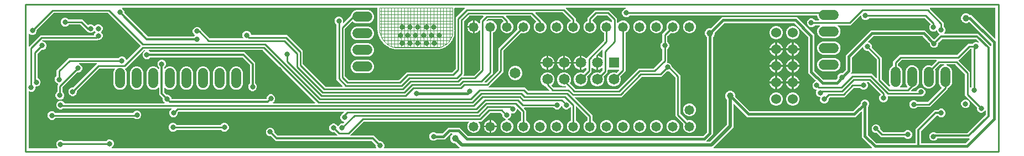
<source format=gbl>
G04 EAGLE Gerber RS-274X export*
G75*
%MOMM*%
%FSLAX34Y34*%
%LPD*%
%INBottom Copper*%
%IPPOS*%
%AMOC8*
5,1,8,0,0,1.08239X$1,22.5*%
G01*
%ADD10C,1.524000*%
%ADD11C,1.650000*%
%ADD12C,1.524000*%
%ADD13R,1.650000X1.650000*%
%ADD14C,1.473200*%
%ADD15C,0.806400*%
%ADD16C,4.016000*%
%ADD17C,1.006400*%
%ADD18C,0.856400*%
%ADD19C,0.254000*%
%ADD20C,0.406400*%
%ADD21C,0.508000*%
%ADD22C,0.304800*%
%ADD23C,0.076200*%
%ADD24C,0.254000*%

G36*
X693967Y5092D02*
X693967Y5092D01*
X694039Y5094D01*
X694088Y5112D01*
X694139Y5120D01*
X694202Y5154D01*
X694270Y5179D01*
X694310Y5211D01*
X694356Y5236D01*
X694406Y5288D01*
X694462Y5332D01*
X694490Y5376D01*
X694526Y5414D01*
X694556Y5479D01*
X694595Y5539D01*
X694607Y5590D01*
X694629Y5637D01*
X694637Y5708D01*
X694655Y5778D01*
X694651Y5830D01*
X694656Y5881D01*
X694641Y5952D01*
X694636Y6023D01*
X694615Y6071D01*
X694604Y6122D01*
X694567Y6183D01*
X694539Y6249D01*
X694495Y6305D01*
X694478Y6333D01*
X694460Y6348D01*
X694435Y6380D01*
X692696Y8118D01*
X688610Y12204D01*
X688537Y12257D01*
X688467Y12317D01*
X688437Y12329D01*
X688411Y12348D01*
X688324Y12375D01*
X688239Y12409D01*
X688198Y12413D01*
X688176Y12420D01*
X688143Y12419D01*
X688072Y12427D01*
X686494Y12427D01*
X683710Y13580D01*
X681580Y15710D01*
X680427Y18494D01*
X680427Y21506D01*
X681580Y24290D01*
X683418Y26128D01*
X683460Y26186D01*
X683510Y26238D01*
X683531Y26285D01*
X683562Y26327D01*
X683583Y26396D01*
X683613Y26461D01*
X683619Y26513D01*
X683634Y26563D01*
X683632Y26634D01*
X683640Y26705D01*
X683629Y26756D01*
X683628Y26808D01*
X683603Y26876D01*
X683588Y26946D01*
X683561Y26991D01*
X683543Y27039D01*
X683499Y27095D01*
X683462Y27157D01*
X683422Y27191D01*
X683390Y27231D01*
X683329Y27270D01*
X683275Y27317D01*
X683227Y27336D01*
X683183Y27364D01*
X683113Y27382D01*
X683047Y27409D01*
X682975Y27417D01*
X682944Y27425D01*
X682921Y27423D01*
X682880Y27427D01*
X681209Y27427D01*
X681119Y27413D01*
X681028Y27405D01*
X680999Y27393D01*
X680967Y27388D01*
X680886Y27345D01*
X680802Y27309D01*
X680770Y27283D01*
X680749Y27272D01*
X680727Y27249D01*
X680671Y27204D01*
X671894Y18427D01*
X660038Y18427D01*
X659948Y18413D01*
X659857Y18405D01*
X659827Y18393D01*
X659795Y18388D01*
X659714Y18345D01*
X659631Y18309D01*
X659598Y18283D01*
X659578Y18272D01*
X659556Y18249D01*
X659500Y18204D01*
X658723Y17428D01*
X656307Y16427D01*
X653693Y16427D01*
X651277Y17428D01*
X649428Y19277D01*
X648427Y21693D01*
X648427Y24307D01*
X649428Y26723D01*
X651277Y28572D01*
X653693Y29573D01*
X656307Y29573D01*
X658723Y28572D01*
X659500Y27796D01*
X659574Y27743D01*
X659643Y27683D01*
X659673Y27671D01*
X659699Y27652D01*
X659786Y27625D01*
X659871Y27591D01*
X659912Y27587D01*
X659934Y27580D01*
X659967Y27581D01*
X660038Y27573D01*
X667791Y27573D01*
X667881Y27587D01*
X667972Y27595D01*
X668001Y27607D01*
X668033Y27612D01*
X668114Y27655D01*
X668198Y27691D01*
X668230Y27717D01*
X668251Y27728D01*
X668273Y27751D01*
X668329Y27796D01*
X677106Y36573D01*
X694894Y36573D01*
X707671Y23796D01*
X707745Y23743D01*
X707815Y23683D01*
X707845Y23671D01*
X707871Y23652D01*
X707958Y23625D01*
X708043Y23591D01*
X708084Y23587D01*
X708106Y23580D01*
X708138Y23581D01*
X708209Y23573D01*
X1066791Y23573D01*
X1066881Y23587D01*
X1066972Y23595D01*
X1067001Y23607D01*
X1067033Y23612D01*
X1067114Y23655D01*
X1067198Y23691D01*
X1067230Y23717D01*
X1067251Y23728D01*
X1067273Y23751D01*
X1067329Y23796D01*
X1073204Y29671D01*
X1073247Y29731D01*
X1073288Y29774D01*
X1073295Y29789D01*
X1073317Y29815D01*
X1073329Y29845D01*
X1073348Y29871D01*
X1073375Y29958D01*
X1073382Y29975D01*
X1073392Y29997D01*
X1073392Y30002D01*
X1073409Y30043D01*
X1073413Y30084D01*
X1073420Y30106D01*
X1073419Y30138D01*
X1073427Y30209D01*
X1073427Y174548D01*
X1073413Y174638D01*
X1073405Y174729D01*
X1073393Y174759D01*
X1073388Y174791D01*
X1073345Y174871D01*
X1073309Y174955D01*
X1073283Y174987D01*
X1073272Y175008D01*
X1073249Y175030D01*
X1073204Y175086D01*
X1071580Y176710D01*
X1070427Y179494D01*
X1070427Y182506D01*
X1071580Y185290D01*
X1073710Y187420D01*
X1076494Y188573D01*
X1078791Y188573D01*
X1078881Y188587D01*
X1078972Y188595D01*
X1079001Y188607D01*
X1079033Y188612D01*
X1079114Y188655D01*
X1079198Y188691D01*
X1079230Y188717D01*
X1079251Y188728D01*
X1079273Y188751D01*
X1079329Y188796D01*
X1096106Y205573D01*
X1210894Y205573D01*
X1237573Y178894D01*
X1237573Y124209D01*
X1237587Y124119D01*
X1237595Y124028D01*
X1237607Y123999D01*
X1237612Y123967D01*
X1237655Y123886D01*
X1237691Y123802D01*
X1237717Y123770D01*
X1237728Y123749D01*
X1237751Y123727D01*
X1237796Y123671D01*
X1251671Y109796D01*
X1251745Y109743D01*
X1251815Y109683D01*
X1251845Y109671D01*
X1251871Y109652D01*
X1251958Y109625D01*
X1252043Y109591D01*
X1252084Y109587D01*
X1252106Y109580D01*
X1252138Y109581D01*
X1252209Y109573D01*
X1269791Y109573D01*
X1269881Y109587D01*
X1269972Y109595D01*
X1270001Y109607D01*
X1270033Y109612D01*
X1270114Y109655D01*
X1270198Y109691D01*
X1270230Y109717D01*
X1270251Y109728D01*
X1270273Y109751D01*
X1270329Y109796D01*
X1272927Y112393D01*
X1272980Y112467D01*
X1273039Y112537D01*
X1273051Y112567D01*
X1273070Y112593D01*
X1273097Y112680D01*
X1273131Y112765D01*
X1273136Y112806D01*
X1273143Y112828D01*
X1273142Y112860D01*
X1273150Y112932D01*
X1273150Y114939D01*
X1274150Y117355D01*
X1275999Y119204D01*
X1278415Y120205D01*
X1280423Y120205D01*
X1280513Y120219D01*
X1280604Y120227D01*
X1280633Y120239D01*
X1280665Y120244D01*
X1280746Y120287D01*
X1280830Y120323D01*
X1280862Y120349D01*
X1280883Y120360D01*
X1280905Y120383D01*
X1280961Y120428D01*
X1285704Y125171D01*
X1285757Y125245D01*
X1285817Y125315D01*
X1285829Y125345D01*
X1285848Y125371D01*
X1285875Y125458D01*
X1285909Y125543D01*
X1285913Y125584D01*
X1285920Y125606D01*
X1285919Y125638D01*
X1285927Y125709D01*
X1285927Y147394D01*
X1324106Y185573D01*
X1407202Y185573D01*
X1420671Y172104D01*
X1420745Y172051D01*
X1420815Y171991D01*
X1420845Y171979D01*
X1420871Y171960D01*
X1420958Y171933D01*
X1421043Y171899D01*
X1421084Y171895D01*
X1421106Y171888D01*
X1421138Y171889D01*
X1421209Y171881D01*
X1421509Y171881D01*
X1421599Y171895D01*
X1421690Y171903D01*
X1421720Y171915D01*
X1421752Y171920D01*
X1421832Y171963D01*
X1421916Y171999D01*
X1421948Y172025D01*
X1421969Y172036D01*
X1421991Y172059D01*
X1422047Y172104D01*
X1428952Y179009D01*
X1428979Y179046D01*
X1429013Y179077D01*
X1429051Y179145D01*
X1429096Y179209D01*
X1429109Y179252D01*
X1429132Y179293D01*
X1429145Y179369D01*
X1429168Y179444D01*
X1429167Y179489D01*
X1429175Y179535D01*
X1429164Y179612D01*
X1429162Y179690D01*
X1429146Y179733D01*
X1429139Y179778D01*
X1429104Y179847D01*
X1429077Y179921D01*
X1429049Y179956D01*
X1429028Y179997D01*
X1428972Y180052D01*
X1428924Y180113D01*
X1428885Y180137D01*
X1428852Y180170D01*
X1428733Y180235D01*
X1428717Y180246D01*
X1428712Y180247D01*
X1428705Y180250D01*
X1428277Y180428D01*
X1426428Y182277D01*
X1425442Y184658D01*
X1425417Y184697D01*
X1425402Y184740D01*
X1425353Y184801D01*
X1425312Y184867D01*
X1425277Y184896D01*
X1425248Y184932D01*
X1425183Y184974D01*
X1425123Y185024D01*
X1425080Y185040D01*
X1425041Y185065D01*
X1424966Y185084D01*
X1424893Y185112D01*
X1424847Y185114D01*
X1424803Y185125D01*
X1424725Y185119D01*
X1424647Y185122D01*
X1424603Y185110D01*
X1424557Y185106D01*
X1424486Y185075D01*
X1424411Y185054D01*
X1424373Y185028D01*
X1424331Y185010D01*
X1424224Y184924D01*
X1424209Y184914D01*
X1424206Y184910D01*
X1424200Y184905D01*
X1423723Y184428D01*
X1421307Y183427D01*
X1418693Y183427D01*
X1416277Y184428D01*
X1414428Y186277D01*
X1413427Y188693D01*
X1413427Y191307D01*
X1414428Y193723D01*
X1415119Y194415D01*
X1415131Y194431D01*
X1415147Y194443D01*
X1415203Y194531D01*
X1415263Y194614D01*
X1415269Y194633D01*
X1415280Y194650D01*
X1415305Y194751D01*
X1415335Y194850D01*
X1415335Y194869D01*
X1415340Y194889D01*
X1415332Y194992D01*
X1415329Y195095D01*
X1415322Y195114D01*
X1415321Y195134D01*
X1415280Y195229D01*
X1415245Y195326D01*
X1415232Y195342D01*
X1415224Y195360D01*
X1415119Y195491D01*
X1406644Y203966D01*
X1406571Y204019D01*
X1406501Y204079D01*
X1406471Y204091D01*
X1406445Y204110D01*
X1406358Y204137D01*
X1406273Y204171D01*
X1406232Y204175D01*
X1406210Y204182D01*
X1406177Y204181D01*
X1406106Y204189D01*
X1321800Y204189D01*
X1321710Y204175D01*
X1321619Y204167D01*
X1321589Y204155D01*
X1321557Y204150D01*
X1321476Y204107D01*
X1321392Y204071D01*
X1321360Y204045D01*
X1321340Y204034D01*
X1321318Y204011D01*
X1321262Y203966D01*
X1319723Y202428D01*
X1317307Y201427D01*
X1314693Y201427D01*
X1312277Y202428D01*
X1310428Y204277D01*
X1309427Y206693D01*
X1309427Y207200D01*
X1309416Y207271D01*
X1309414Y207343D01*
X1309396Y207392D01*
X1309388Y207443D01*
X1309354Y207506D01*
X1309329Y207574D01*
X1309297Y207614D01*
X1309272Y207660D01*
X1309220Y207710D01*
X1309176Y207766D01*
X1309132Y207794D01*
X1309094Y207830D01*
X1309029Y207860D01*
X1308969Y207899D01*
X1308918Y207911D01*
X1308871Y207933D01*
X1308800Y207941D01*
X1308730Y207959D01*
X1308678Y207955D01*
X1308627Y207960D01*
X1308556Y207945D01*
X1308485Y207940D01*
X1308437Y207919D01*
X1308386Y207908D01*
X1308325Y207871D01*
X1308259Y207843D01*
X1308203Y207799D01*
X1308175Y207782D01*
X1308160Y207764D01*
X1308128Y207739D01*
X1293578Y193189D01*
X1274338Y193189D01*
X1274267Y193178D01*
X1274196Y193176D01*
X1274147Y193158D01*
X1274095Y193150D01*
X1274032Y193116D01*
X1273965Y193091D01*
X1273924Y193059D01*
X1273878Y193034D01*
X1273829Y192982D01*
X1273773Y192938D01*
X1273744Y192894D01*
X1273708Y192856D01*
X1273678Y192791D01*
X1273640Y192731D01*
X1273627Y192680D01*
X1273605Y192633D01*
X1273597Y192562D01*
X1273579Y192492D01*
X1273584Y192440D01*
X1273578Y192389D01*
X1273593Y192318D01*
X1273599Y192247D01*
X1273619Y192199D01*
X1273630Y192148D01*
X1273667Y192087D01*
X1273695Y192021D01*
X1273740Y191965D01*
X1273756Y191937D01*
X1273774Y191922D01*
X1273800Y191890D01*
X1276234Y189456D01*
X1277781Y185721D01*
X1277781Y181679D01*
X1276234Y177944D01*
X1273376Y175086D01*
X1269641Y173539D01*
X1250359Y173539D01*
X1246624Y175086D01*
X1243766Y177944D01*
X1242219Y181679D01*
X1242219Y185721D01*
X1243766Y189456D01*
X1246200Y191890D01*
X1246242Y191948D01*
X1246292Y192000D01*
X1246313Y192047D01*
X1246344Y192089D01*
X1246365Y192158D01*
X1246395Y192223D01*
X1246401Y192275D01*
X1246416Y192325D01*
X1246414Y192396D01*
X1246422Y192467D01*
X1246411Y192518D01*
X1246410Y192570D01*
X1246385Y192638D01*
X1246370Y192708D01*
X1246343Y192753D01*
X1246325Y192801D01*
X1246281Y192857D01*
X1246244Y192919D01*
X1246204Y192953D01*
X1246172Y192993D01*
X1246111Y193032D01*
X1246057Y193079D01*
X1246009Y193098D01*
X1245965Y193126D01*
X1245895Y193144D01*
X1245829Y193171D01*
X1245757Y193179D01*
X1245726Y193187D01*
X1245703Y193185D01*
X1245662Y193189D01*
X1238800Y193189D01*
X1238710Y193175D01*
X1238619Y193167D01*
X1238589Y193155D01*
X1238557Y193150D01*
X1238476Y193107D01*
X1238393Y193071D01*
X1238360Y193045D01*
X1238340Y193034D01*
X1238318Y193011D01*
X1238262Y192966D01*
X1236723Y191428D01*
X1234307Y190427D01*
X1231693Y190427D01*
X1229277Y191428D01*
X1227428Y193277D01*
X1226427Y195693D01*
X1226427Y198307D01*
X1227428Y200723D01*
X1229277Y202572D01*
X1231693Y203573D01*
X1234307Y203573D01*
X1236723Y202572D01*
X1238262Y201034D01*
X1238336Y200981D01*
X1238405Y200921D01*
X1238435Y200909D01*
X1238461Y200890D01*
X1238548Y200863D01*
X1238633Y200829D01*
X1238674Y200825D01*
X1238696Y200818D01*
X1238729Y200819D01*
X1238800Y200811D01*
X1244462Y200811D01*
X1244533Y200822D01*
X1244604Y200824D01*
X1244653Y200842D01*
X1244705Y200850D01*
X1244768Y200884D01*
X1244835Y200909D01*
X1244876Y200941D01*
X1244922Y200966D01*
X1244971Y201018D01*
X1245027Y201062D01*
X1245056Y201106D01*
X1245092Y201144D01*
X1245122Y201209D01*
X1245160Y201269D01*
X1245173Y201320D01*
X1245195Y201367D01*
X1245203Y201438D01*
X1245221Y201508D01*
X1245216Y201560D01*
X1245222Y201611D01*
X1245207Y201682D01*
X1245201Y201753D01*
X1245181Y201801D01*
X1245170Y201852D01*
X1245133Y201913D01*
X1245105Y201979D01*
X1245060Y202035D01*
X1245044Y202063D01*
X1245026Y202078D01*
X1245000Y202110D01*
X1243766Y203344D01*
X1242219Y207079D01*
X1242219Y207428D01*
X1242216Y207448D01*
X1242218Y207467D01*
X1242196Y207569D01*
X1242180Y207671D01*
X1242170Y207688D01*
X1242166Y207708D01*
X1242113Y207797D01*
X1242064Y207888D01*
X1242050Y207902D01*
X1242040Y207919D01*
X1241961Y207986D01*
X1241886Y208058D01*
X1241868Y208066D01*
X1241853Y208079D01*
X1241757Y208118D01*
X1241663Y208161D01*
X1241643Y208163D01*
X1241625Y208171D01*
X1241458Y208189D01*
X955800Y208189D01*
X955710Y208175D01*
X955619Y208167D01*
X955589Y208155D01*
X955557Y208150D01*
X955476Y208107D01*
X955393Y208071D01*
X955360Y208045D01*
X955340Y208034D01*
X955318Y208011D01*
X955262Y207966D01*
X953723Y206428D01*
X951307Y205427D01*
X948693Y205427D01*
X946277Y206428D01*
X944428Y208277D01*
X943427Y210693D01*
X943427Y213307D01*
X944428Y215723D01*
X946277Y217572D01*
X948408Y218455D01*
X948491Y218506D01*
X948577Y218552D01*
X948594Y218570D01*
X948617Y218584D01*
X948679Y218660D01*
X948746Y218730D01*
X948757Y218754D01*
X948774Y218774D01*
X948808Y218865D01*
X948850Y218953D01*
X948852Y218979D01*
X948862Y219003D01*
X948866Y219101D01*
X948877Y219197D01*
X948871Y219223D01*
X948872Y219249D01*
X948845Y219343D01*
X948824Y219438D01*
X948811Y219460D01*
X948804Y219485D01*
X948748Y219565D01*
X948698Y219649D01*
X948678Y219666D01*
X948663Y219687D01*
X948585Y219746D01*
X948511Y219809D01*
X948487Y219819D01*
X948466Y219834D01*
X948374Y219864D01*
X948283Y219901D01*
X948251Y219904D01*
X948232Y219910D01*
X948199Y219910D01*
X948116Y219919D01*
X858308Y219919D01*
X858237Y219908D01*
X858165Y219906D01*
X858116Y219888D01*
X858065Y219880D01*
X858002Y219846D01*
X857934Y219821D01*
X857894Y219789D01*
X857848Y219764D01*
X857798Y219712D01*
X857742Y219668D01*
X857714Y219624D01*
X857678Y219586D01*
X857648Y219521D01*
X857609Y219461D01*
X857597Y219410D01*
X857575Y219363D01*
X857567Y219292D01*
X857549Y219222D01*
X857553Y219170D01*
X857548Y219119D01*
X857563Y219048D01*
X857568Y218977D01*
X857589Y218929D01*
X857600Y218878D01*
X857637Y218817D01*
X857665Y218751D01*
X857709Y218695D01*
X857726Y218667D01*
X857744Y218652D01*
X857769Y218620D01*
X872711Y203678D01*
X872711Y200353D01*
X872730Y200238D01*
X872747Y200122D01*
X872749Y200117D01*
X872750Y200110D01*
X872805Y200008D01*
X872858Y199903D01*
X872863Y199899D01*
X872866Y199893D01*
X872950Y199813D01*
X873034Y199731D01*
X873040Y199727D01*
X873044Y199724D01*
X873061Y199716D01*
X873181Y199650D01*
X874512Y199099D01*
X877299Y196312D01*
X878807Y192671D01*
X878807Y188729D01*
X877299Y185088D01*
X874512Y182301D01*
X870871Y180793D01*
X866929Y180793D01*
X863288Y182301D01*
X860501Y185088D01*
X858993Y188729D01*
X858993Y192671D01*
X860501Y196312D01*
X863288Y199099D01*
X864515Y199607D01*
X864554Y199631D01*
X864598Y199647D01*
X864658Y199695D01*
X864724Y199736D01*
X864754Y199772D01*
X864790Y199800D01*
X864832Y199866D01*
X864881Y199926D01*
X864898Y199969D01*
X864923Y200007D01*
X864942Y200083D01*
X864969Y200156D01*
X864971Y200201D01*
X864983Y200246D01*
X864977Y200323D01*
X864980Y200401D01*
X864967Y200445D01*
X864964Y200491D01*
X864933Y200563D01*
X864911Y200637D01*
X864885Y200675D01*
X864867Y200717D01*
X864782Y200824D01*
X864771Y200840D01*
X864767Y200843D01*
X864762Y200848D01*
X852984Y212626D01*
X852911Y212679D01*
X852841Y212739D01*
X852811Y212751D01*
X852785Y212770D01*
X852698Y212797D01*
X852613Y212831D01*
X852572Y212835D01*
X852550Y212842D01*
X852517Y212841D01*
X852446Y212849D01*
X811378Y212849D01*
X811307Y212838D01*
X811235Y212836D01*
X811186Y212818D01*
X811135Y212810D01*
X811072Y212776D01*
X811004Y212751D01*
X810964Y212719D01*
X810918Y212694D01*
X810868Y212642D01*
X810812Y212598D01*
X810784Y212554D01*
X810748Y212516D01*
X810718Y212451D01*
X810679Y212391D01*
X810667Y212340D01*
X810645Y212293D01*
X810637Y212222D01*
X810619Y212152D01*
X810623Y212100D01*
X810618Y212049D01*
X810633Y211978D01*
X810638Y211907D01*
X810659Y211859D01*
X810670Y211808D01*
X810707Y211747D01*
X810735Y211681D01*
X810779Y211625D01*
X810796Y211597D01*
X810814Y211582D01*
X810839Y211550D01*
X821911Y200478D01*
X821911Y200353D01*
X821930Y200238D01*
X821947Y200122D01*
X821949Y200117D01*
X821950Y200110D01*
X822005Y200008D01*
X822058Y199903D01*
X822063Y199899D01*
X822066Y199893D01*
X822150Y199813D01*
X822234Y199731D01*
X822240Y199727D01*
X822244Y199724D01*
X822261Y199716D01*
X822381Y199650D01*
X823712Y199099D01*
X826499Y196312D01*
X828007Y192671D01*
X828007Y188729D01*
X826499Y185088D01*
X823712Y182301D01*
X820071Y180793D01*
X816129Y180793D01*
X812488Y182301D01*
X809701Y185088D01*
X808193Y188729D01*
X808193Y192671D01*
X809701Y196312D01*
X811962Y198572D01*
X811974Y198588D01*
X811989Y198601D01*
X812045Y198688D01*
X812106Y198772D01*
X812111Y198791D01*
X812122Y198808D01*
X812147Y198908D01*
X812178Y199007D01*
X812177Y199027D01*
X812182Y199046D01*
X812174Y199149D01*
X812172Y199253D01*
X812165Y199272D01*
X812163Y199292D01*
X812123Y199386D01*
X812087Y199484D01*
X812075Y199500D01*
X812067Y199518D01*
X811962Y199649D01*
X804064Y207546D01*
X803991Y207599D01*
X803921Y207659D01*
X803891Y207671D01*
X803865Y207690D01*
X803778Y207717D01*
X803693Y207751D01*
X803652Y207755D01*
X803630Y207762D01*
X803597Y207761D01*
X803526Y207769D01*
X766458Y207769D01*
X766387Y207758D01*
X766315Y207756D01*
X766266Y207738D01*
X766215Y207730D01*
X766152Y207696D01*
X766084Y207671D01*
X766044Y207639D01*
X765998Y207614D01*
X765948Y207562D01*
X765892Y207518D01*
X765864Y207474D01*
X765828Y207436D01*
X765798Y207371D01*
X765759Y207311D01*
X765747Y207260D01*
X765725Y207213D01*
X765717Y207142D01*
X765699Y207072D01*
X765703Y207020D01*
X765698Y206969D01*
X765713Y206898D01*
X765718Y206827D01*
X765739Y206779D01*
X765750Y206728D01*
X765787Y206667D01*
X765815Y206601D01*
X765859Y206545D01*
X765876Y206517D01*
X765894Y206502D01*
X765919Y206470D01*
X771111Y201278D01*
X771111Y200353D01*
X771130Y200238D01*
X771147Y200122D01*
X771149Y200117D01*
X771150Y200110D01*
X771205Y200008D01*
X771258Y199903D01*
X771263Y199899D01*
X771266Y199893D01*
X771350Y199813D01*
X771434Y199731D01*
X771440Y199727D01*
X771444Y199724D01*
X771461Y199716D01*
X771581Y199650D01*
X772912Y199099D01*
X775699Y196312D01*
X777207Y192671D01*
X777207Y188729D01*
X775699Y185088D01*
X772912Y182301D01*
X769271Y180793D01*
X765329Y180793D01*
X761688Y182301D01*
X758901Y185088D01*
X757393Y188729D01*
X757393Y192671D01*
X758901Y196312D01*
X761562Y198972D01*
X761574Y198988D01*
X761589Y199001D01*
X761645Y199088D01*
X761706Y199172D01*
X761711Y199191D01*
X761722Y199208D01*
X761747Y199308D01*
X761778Y199407D01*
X761777Y199427D01*
X761782Y199446D01*
X761774Y199549D01*
X761772Y199653D01*
X761765Y199672D01*
X761763Y199692D01*
X761723Y199786D01*
X761687Y199884D01*
X761675Y199900D01*
X761667Y199918D01*
X761562Y200049D01*
X759144Y202466D01*
X759070Y202519D01*
X759001Y202579D01*
X758971Y202591D01*
X758945Y202610D01*
X758858Y202637D01*
X758773Y202671D01*
X758732Y202675D01*
X758710Y202682D01*
X758677Y202681D01*
X758606Y202689D01*
X738394Y202689D01*
X738304Y202675D01*
X738213Y202667D01*
X738183Y202655D01*
X738151Y202650D01*
X738071Y202607D01*
X737986Y202571D01*
X737954Y202545D01*
X737934Y202534D01*
X737912Y202511D01*
X737856Y202466D01*
X735921Y200531D01*
X735864Y200452D01*
X735802Y200377D01*
X735792Y200353D01*
X735777Y200332D01*
X735748Y200239D01*
X735714Y200148D01*
X735712Y200122D01*
X735705Y200097D01*
X735707Y199999D01*
X735703Y199902D01*
X735710Y199877D01*
X735711Y199851D01*
X735745Y199759D01*
X735772Y199666D01*
X735787Y199644D01*
X735796Y199620D01*
X735856Y199544D01*
X735912Y199464D01*
X735933Y199448D01*
X735949Y199428D01*
X736031Y199375D01*
X736109Y199317D01*
X736134Y199309D01*
X736156Y199295D01*
X736251Y199271D01*
X736343Y199241D01*
X736369Y199241D01*
X736395Y199235D01*
X736492Y199242D01*
X736589Y199243D01*
X736621Y199252D01*
X736640Y199254D01*
X736670Y199267D01*
X736750Y199290D01*
X739929Y200607D01*
X743871Y200607D01*
X747512Y199099D01*
X750299Y196312D01*
X751807Y192671D01*
X751807Y188729D01*
X750299Y185088D01*
X747512Y182301D01*
X746181Y181750D01*
X746081Y181689D01*
X745981Y181629D01*
X745977Y181624D01*
X745972Y181621D01*
X745897Y181531D01*
X745821Y181442D01*
X745819Y181436D01*
X745815Y181431D01*
X745773Y181323D01*
X745729Y181214D01*
X745728Y181206D01*
X745727Y181201D01*
X745726Y181183D01*
X745711Y181047D01*
X745711Y119322D01*
X743256Y116866D01*
X733499Y107110D01*
X733458Y107052D01*
X733408Y107000D01*
X733386Y106953D01*
X733356Y106911D01*
X733335Y106842D01*
X733305Y106777D01*
X733299Y106725D01*
X733284Y106675D01*
X733285Y106604D01*
X733278Y106533D01*
X733289Y106482D01*
X733290Y106430D01*
X733315Y106362D01*
X733330Y106292D01*
X733356Y106247D01*
X733374Y106199D01*
X733419Y106143D01*
X733456Y106081D01*
X733496Y106047D01*
X733528Y106007D01*
X733588Y105968D01*
X733643Y105921D01*
X733691Y105902D01*
X733735Y105874D01*
X733804Y105856D01*
X733871Y105829D01*
X733942Y105821D01*
X733974Y105813D01*
X733997Y105815D01*
X734038Y105811D01*
X735106Y105811D01*
X735196Y105825D01*
X735287Y105833D01*
X735317Y105845D01*
X735349Y105850D01*
X735430Y105893D01*
X735514Y105929D01*
X735546Y105955D01*
X735566Y105966D01*
X735589Y105989D01*
X735644Y106034D01*
X753966Y124356D01*
X754019Y124429D01*
X754079Y124499D01*
X754091Y124529D01*
X754110Y124555D01*
X754137Y124642D01*
X754171Y124727D01*
X754175Y124768D01*
X754182Y124790D01*
X754181Y124823D01*
X754189Y124894D01*
X754189Y157578D01*
X783180Y186569D01*
X783247Y186663D01*
X783318Y186757D01*
X783319Y186764D01*
X783323Y186769D01*
X783357Y186879D01*
X783394Y186991D01*
X783394Y186998D01*
X783395Y187004D01*
X783392Y187120D01*
X783391Y187237D01*
X783389Y187244D01*
X783389Y187250D01*
X783383Y187267D01*
X783345Y187398D01*
X782793Y188729D01*
X782793Y192671D01*
X784301Y196312D01*
X787088Y199099D01*
X790729Y200607D01*
X794671Y200607D01*
X798312Y199099D01*
X801099Y196312D01*
X802607Y192671D01*
X802607Y188729D01*
X801099Y185088D01*
X798312Y182301D01*
X794671Y180793D01*
X790729Y180793D01*
X789398Y181345D01*
X789285Y181371D01*
X789171Y181400D01*
X789165Y181399D01*
X789159Y181401D01*
X789042Y181390D01*
X788926Y181381D01*
X788920Y181378D01*
X788914Y181378D01*
X788807Y181330D01*
X788700Y181284D01*
X788694Y181280D01*
X788689Y181278D01*
X788676Y181265D01*
X788569Y181180D01*
X762034Y154644D01*
X761981Y154571D01*
X761921Y154501D01*
X761909Y154471D01*
X761890Y154445D01*
X761863Y154358D01*
X761829Y154273D01*
X761825Y154232D01*
X761818Y154210D01*
X761819Y154177D01*
X761811Y154106D01*
X761811Y121422D01*
X741034Y100644D01*
X739499Y99110D01*
X739458Y99052D01*
X739408Y99000D01*
X739386Y98953D01*
X739356Y98911D01*
X739335Y98842D01*
X739305Y98777D01*
X739299Y98725D01*
X739284Y98675D01*
X739285Y98604D01*
X739278Y98533D01*
X739289Y98482D01*
X739290Y98430D01*
X739315Y98362D01*
X739330Y98292D01*
X739356Y98247D01*
X739374Y98199D01*
X739419Y98143D01*
X739456Y98081D01*
X739496Y98047D01*
X739528Y98007D01*
X739588Y97968D01*
X739643Y97921D01*
X739691Y97902D01*
X739735Y97874D01*
X739804Y97856D01*
X739871Y97829D01*
X739942Y97821D01*
X739974Y97813D01*
X739997Y97815D01*
X740038Y97811D01*
X794578Y97811D01*
X799276Y93114D01*
X799349Y93061D01*
X799419Y93001D01*
X799449Y92989D01*
X799475Y92970D01*
X799562Y92943D01*
X799647Y92909D01*
X799688Y92905D01*
X799710Y92898D01*
X799743Y92899D01*
X799814Y92891D01*
X831042Y92891D01*
X831113Y92902D01*
X831185Y92904D01*
X831234Y92922D01*
X831285Y92930D01*
X831348Y92964D01*
X831416Y92989D01*
X831456Y93021D01*
X831502Y93046D01*
X831552Y93098D01*
X831608Y93142D01*
X831636Y93186D01*
X831672Y93224D01*
X831702Y93289D01*
X831741Y93349D01*
X831753Y93400D01*
X831775Y93447D01*
X831783Y93518D01*
X831801Y93588D01*
X831797Y93640D01*
X831802Y93691D01*
X831787Y93762D01*
X831782Y93833D01*
X831761Y93881D01*
X831750Y93932D01*
X831713Y93993D01*
X831685Y94059D01*
X831641Y94115D01*
X831624Y94143D01*
X831606Y94158D01*
X831581Y94190D01*
X827844Y97926D01*
X825809Y99962D01*
X825755Y100000D01*
X825709Y100046D01*
X825636Y100087D01*
X825609Y100106D01*
X825590Y100112D01*
X825562Y100127D01*
X823088Y101152D01*
X820052Y104188D01*
X818409Y108154D01*
X818409Y112446D01*
X820052Y116412D01*
X823088Y119448D01*
X827054Y121091D01*
X831346Y121091D01*
X835312Y119448D01*
X838348Y116412D01*
X839991Y112446D01*
X839991Y108154D01*
X838348Y104188D01*
X835893Y101733D01*
X835881Y101717D01*
X835866Y101704D01*
X835810Y101617D01*
X835750Y101533D01*
X835744Y101514D01*
X835733Y101497D01*
X835708Y101397D01*
X835677Y101298D01*
X835678Y101278D01*
X835673Y101259D01*
X835681Y101156D01*
X835684Y101052D01*
X835690Y101033D01*
X835692Y101013D01*
X835732Y100919D01*
X835768Y100821D01*
X835781Y100805D01*
X835788Y100787D01*
X835893Y100656D01*
X838355Y98194D01*
X838429Y98141D01*
X838499Y98081D01*
X838529Y98069D01*
X838555Y98050D01*
X838642Y98023D01*
X838727Y97989D01*
X838768Y97985D01*
X838790Y97978D01*
X838822Y97979D01*
X838894Y97971D01*
X857251Y97971D01*
X857321Y97982D01*
X857393Y97984D01*
X857442Y98002D01*
X857494Y98010D01*
X857557Y98044D01*
X857624Y98069D01*
X857665Y98101D01*
X857711Y98126D01*
X857760Y98177D01*
X857816Y98222D01*
X857844Y98266D01*
X857880Y98304D01*
X857910Y98369D01*
X857949Y98429D01*
X857962Y98480D01*
X857984Y98527D01*
X857992Y98598D01*
X858009Y98668D01*
X858005Y98720D01*
X858011Y98771D01*
X857996Y98842D01*
X857990Y98913D01*
X857970Y98961D01*
X857959Y99012D01*
X857922Y99073D01*
X857894Y99139D01*
X857849Y99195D01*
X857833Y99223D01*
X857815Y99238D01*
X857789Y99270D01*
X857674Y99385D01*
X857580Y99453D01*
X857486Y99523D01*
X857480Y99525D01*
X857475Y99529D01*
X857363Y99563D01*
X857252Y99599D01*
X857245Y99599D01*
X857240Y99601D01*
X857123Y99598D01*
X857006Y99597D01*
X856999Y99595D01*
X856994Y99595D01*
X856976Y99588D01*
X856845Y99550D01*
X856746Y99509D01*
X852454Y99509D01*
X848488Y101152D01*
X845452Y104188D01*
X843809Y108154D01*
X843809Y112446D01*
X845452Y116412D01*
X848488Y119448D01*
X852454Y121091D01*
X856746Y121091D01*
X860712Y119448D01*
X863748Y116412D01*
X865391Y112446D01*
X865391Y108154D01*
X863914Y104588D01*
X863887Y104475D01*
X863859Y104361D01*
X863859Y104355D01*
X863858Y104349D01*
X863869Y104231D01*
X863878Y104116D01*
X863880Y104110D01*
X863881Y104104D01*
X863929Y103996D01*
X863974Y103890D01*
X863979Y103884D01*
X863981Y103879D01*
X863994Y103865D01*
X864079Y103759D01*
X871804Y96034D01*
X871878Y95981D01*
X871947Y95921D01*
X871978Y95909D01*
X872004Y95890D01*
X872091Y95863D01*
X872176Y95829D01*
X872217Y95825D01*
X872239Y95818D01*
X872271Y95819D01*
X872342Y95811D01*
X937106Y95811D01*
X937196Y95825D01*
X937287Y95833D01*
X937317Y95845D01*
X937349Y95850D01*
X937430Y95893D01*
X937514Y95929D01*
X937546Y95955D01*
X937566Y95966D01*
X937589Y95989D01*
X937644Y96034D01*
X968422Y126811D01*
X991106Y126811D01*
X991196Y126825D01*
X991287Y126833D01*
X991317Y126845D01*
X991349Y126850D01*
X991430Y126893D01*
X991514Y126929D01*
X991546Y126955D01*
X991566Y126966D01*
X991589Y126989D01*
X991644Y127034D01*
X1004966Y140356D01*
X1005019Y140429D01*
X1005079Y140499D01*
X1005091Y140529D01*
X1005110Y140555D01*
X1005137Y140642D01*
X1005171Y140727D01*
X1005175Y140768D01*
X1005182Y140790D01*
X1005181Y140823D01*
X1005189Y140894D01*
X1005189Y156200D01*
X1005175Y156290D01*
X1005167Y156381D01*
X1005155Y156411D01*
X1005150Y156443D01*
X1005107Y156524D01*
X1005071Y156607D01*
X1005045Y156640D01*
X1005034Y156660D01*
X1005011Y156682D01*
X1004966Y156738D01*
X1003428Y158277D01*
X1002427Y160693D01*
X1002427Y163307D01*
X1003428Y165723D01*
X1004966Y167262D01*
X1005019Y167336D01*
X1005079Y167405D01*
X1005091Y167435D01*
X1005110Y167461D01*
X1005137Y167548D01*
X1005171Y167633D01*
X1005175Y167674D01*
X1005182Y167696D01*
X1005181Y167729D01*
X1005189Y167800D01*
X1005189Y179978D01*
X1007644Y182434D01*
X1007645Y182434D01*
X1011780Y186569D01*
X1011847Y186663D01*
X1011918Y186757D01*
X1011919Y186763D01*
X1011923Y186769D01*
X1011957Y186879D01*
X1011994Y186991D01*
X1011994Y186998D01*
X1011995Y187004D01*
X1011992Y187120D01*
X1011991Y187237D01*
X1011989Y187244D01*
X1011989Y187249D01*
X1011983Y187267D01*
X1011945Y187398D01*
X1011393Y188729D01*
X1011393Y192671D01*
X1012901Y196312D01*
X1015688Y199099D01*
X1019329Y200607D01*
X1023271Y200607D01*
X1026912Y199099D01*
X1029699Y196312D01*
X1031207Y192671D01*
X1031207Y188729D01*
X1029699Y185088D01*
X1026912Y182301D01*
X1023271Y180793D01*
X1019329Y180793D01*
X1017998Y181345D01*
X1017885Y181371D01*
X1017771Y181400D01*
X1017765Y181399D01*
X1017759Y181401D01*
X1017642Y181390D01*
X1017526Y181381D01*
X1017520Y181378D01*
X1017514Y181378D01*
X1017406Y181330D01*
X1017300Y181284D01*
X1017294Y181280D01*
X1017289Y181278D01*
X1017276Y181265D01*
X1017169Y181180D01*
X1013034Y177045D01*
X1012981Y176971D01*
X1012921Y176901D01*
X1012909Y176871D01*
X1012890Y176845D01*
X1012863Y176758D01*
X1012829Y176673D01*
X1012825Y176632D01*
X1012818Y176610D01*
X1012819Y176578D01*
X1012811Y176506D01*
X1012811Y167800D01*
X1012825Y167710D01*
X1012833Y167619D01*
X1012845Y167589D01*
X1012850Y167557D01*
X1012893Y167476D01*
X1012929Y167393D01*
X1012955Y167360D01*
X1012966Y167340D01*
X1012989Y167318D01*
X1013034Y167262D01*
X1014572Y165723D01*
X1015573Y163307D01*
X1015573Y160693D01*
X1014572Y158277D01*
X1013034Y156738D01*
X1012981Y156664D01*
X1012921Y156595D01*
X1012909Y156565D01*
X1012890Y156539D01*
X1012863Y156452D01*
X1012829Y156367D01*
X1012825Y156326D01*
X1012818Y156304D01*
X1012819Y156271D01*
X1012811Y156200D01*
X1012811Y137422D01*
X1012261Y136872D01*
X1012220Y136814D01*
X1012170Y136762D01*
X1012148Y136715D01*
X1012118Y136673D01*
X1012097Y136604D01*
X1012067Y136539D01*
X1012061Y136487D01*
X1012046Y136437D01*
X1012047Y136366D01*
X1012040Y136295D01*
X1012051Y136244D01*
X1012052Y136192D01*
X1012077Y136124D01*
X1012092Y136054D01*
X1012118Y136009D01*
X1012136Y135961D01*
X1012181Y135905D01*
X1012218Y135843D01*
X1012258Y135809D01*
X1012290Y135769D01*
X1012350Y135730D01*
X1012405Y135683D01*
X1012453Y135664D01*
X1012497Y135636D01*
X1012566Y135618D01*
X1012633Y135591D01*
X1012704Y135583D01*
X1012735Y135575D01*
X1012759Y135577D01*
X1012800Y135573D01*
X1014307Y135573D01*
X1016723Y134572D01*
X1018572Y132723D01*
X1019573Y130307D01*
X1019573Y130132D01*
X1019587Y130042D01*
X1019595Y129951D01*
X1019607Y129921D01*
X1019612Y129889D01*
X1019655Y129808D01*
X1019691Y129724D01*
X1019717Y129692D01*
X1019728Y129672D01*
X1019751Y129649D01*
X1019796Y129594D01*
X1032811Y116578D01*
X1032811Y57894D01*
X1032825Y57804D01*
X1032833Y57713D01*
X1032845Y57683D01*
X1032850Y57651D01*
X1032893Y57570D01*
X1032929Y57486D01*
X1032955Y57454D01*
X1032966Y57434D01*
X1032989Y57411D01*
X1033034Y57356D01*
X1042569Y47820D01*
X1042663Y47753D01*
X1042757Y47682D01*
X1042763Y47681D01*
X1042768Y47677D01*
X1042880Y47643D01*
X1042991Y47606D01*
X1042998Y47606D01*
X1043004Y47605D01*
X1043120Y47608D01*
X1043237Y47609D01*
X1043244Y47611D01*
X1043249Y47611D01*
X1043267Y47617D01*
X1043398Y47655D01*
X1044729Y48207D01*
X1048671Y48207D01*
X1052312Y46699D01*
X1055099Y43912D01*
X1056607Y40271D01*
X1056607Y36329D01*
X1055099Y32688D01*
X1052312Y29901D01*
X1048671Y28393D01*
X1044729Y28393D01*
X1041088Y29901D01*
X1038301Y32688D01*
X1036793Y36329D01*
X1036793Y40271D01*
X1037345Y41602D01*
X1037371Y41715D01*
X1037400Y41829D01*
X1037399Y41835D01*
X1037401Y41841D01*
X1037390Y41958D01*
X1037381Y42074D01*
X1037378Y42080D01*
X1037378Y42086D01*
X1037330Y42194D01*
X1037284Y42300D01*
X1037280Y42306D01*
X1037278Y42311D01*
X1037265Y42324D01*
X1037180Y42431D01*
X1027644Y51966D01*
X1025189Y54422D01*
X1025189Y113106D01*
X1025175Y113196D01*
X1025167Y113287D01*
X1025155Y113317D01*
X1025150Y113349D01*
X1025107Y113430D01*
X1025071Y113514D01*
X1025045Y113546D01*
X1025034Y113566D01*
X1025011Y113589D01*
X1024966Y113644D01*
X1015994Y122617D01*
X1015899Y122685D01*
X1015805Y122755D01*
X1015799Y122757D01*
X1015794Y122761D01*
X1015683Y122795D01*
X1015571Y122831D01*
X1015565Y122831D01*
X1015559Y122833D01*
X1015442Y122830D01*
X1015325Y122829D01*
X1015318Y122827D01*
X1015313Y122827D01*
X1015296Y122820D01*
X1015164Y122782D01*
X1014307Y122427D01*
X1012132Y122427D01*
X1012042Y122413D01*
X1011951Y122405D01*
X1011921Y122393D01*
X1011889Y122388D01*
X1011808Y122345D01*
X1011724Y122309D01*
X1011692Y122283D01*
X1011672Y122272D01*
X1011649Y122249D01*
X1011594Y122204D01*
X1003498Y114109D01*
X973998Y114109D01*
X973908Y114095D01*
X973817Y114087D01*
X973787Y114075D01*
X973755Y114070D01*
X973675Y114027D01*
X973591Y113991D01*
X973559Y113965D01*
X973538Y113954D01*
X973516Y113931D01*
X973460Y113886D01*
X942683Y83109D01*
X872198Y83109D01*
X872127Y83098D01*
X872055Y83096D01*
X872006Y83078D01*
X871955Y83070D01*
X871892Y83036D01*
X871824Y83011D01*
X871784Y82979D01*
X871738Y82954D01*
X871688Y82902D01*
X871632Y82858D01*
X871604Y82814D01*
X871568Y82776D01*
X871538Y82711D01*
X871499Y82651D01*
X871487Y82600D01*
X871465Y82553D01*
X871457Y82482D01*
X871439Y82412D01*
X871443Y82360D01*
X871438Y82309D01*
X871453Y82238D01*
X871458Y82167D01*
X871479Y82119D01*
X871490Y82068D01*
X871527Y82006D01*
X871555Y81941D01*
X871599Y81885D01*
X871616Y81857D01*
X871634Y81842D01*
X871659Y81810D01*
X895656Y57814D01*
X898111Y55358D01*
X898111Y47953D01*
X898130Y47838D01*
X898147Y47722D01*
X898149Y47717D01*
X898150Y47710D01*
X898205Y47608D01*
X898258Y47503D01*
X898263Y47499D01*
X898266Y47493D01*
X898350Y47413D01*
X898434Y47331D01*
X898440Y47327D01*
X898444Y47324D01*
X898461Y47316D01*
X898581Y47250D01*
X899912Y46699D01*
X902699Y43912D01*
X904207Y40271D01*
X904207Y36329D01*
X902699Y32688D01*
X899912Y29901D01*
X896271Y28393D01*
X892329Y28393D01*
X888688Y29901D01*
X885901Y32688D01*
X884393Y36329D01*
X884393Y40271D01*
X885901Y43912D01*
X888688Y46699D01*
X890019Y47250D01*
X890119Y47311D01*
X890219Y47371D01*
X890223Y47376D01*
X890228Y47379D01*
X890303Y47469D01*
X890379Y47558D01*
X890381Y47564D01*
X890385Y47569D01*
X890427Y47677D01*
X890471Y47786D01*
X890472Y47794D01*
X890473Y47799D01*
X890474Y47817D01*
X890489Y47953D01*
X890489Y51886D01*
X890475Y51976D01*
X890467Y52067D01*
X890455Y52097D01*
X890450Y52129D01*
X890407Y52210D01*
X890371Y52294D01*
X890345Y52326D01*
X890334Y52346D01*
X890311Y52369D01*
X890266Y52424D01*
X874010Y68681D01*
X873952Y68722D01*
X873900Y68772D01*
X873853Y68794D01*
X873811Y68824D01*
X873742Y68845D01*
X873677Y68875D01*
X873625Y68881D01*
X873575Y68896D01*
X873504Y68895D01*
X873433Y68902D01*
X873382Y68891D01*
X873330Y68890D01*
X873262Y68865D01*
X873192Y68850D01*
X873147Y68824D01*
X873099Y68806D01*
X873043Y68761D01*
X872981Y68724D01*
X872947Y68684D01*
X872907Y68652D01*
X872868Y68592D01*
X872821Y68537D01*
X872802Y68489D01*
X872774Y68445D01*
X872756Y68376D01*
X872729Y68309D01*
X872721Y68238D01*
X872713Y68206D01*
X872715Y68183D01*
X872711Y68142D01*
X872711Y47953D01*
X872730Y47838D01*
X872747Y47722D01*
X872749Y47717D01*
X872750Y47710D01*
X872805Y47608D01*
X872858Y47503D01*
X872863Y47499D01*
X872866Y47493D01*
X872950Y47413D01*
X873034Y47331D01*
X873040Y47327D01*
X873044Y47324D01*
X873061Y47316D01*
X873181Y47250D01*
X874512Y46699D01*
X877299Y43912D01*
X878807Y40271D01*
X878807Y36329D01*
X877299Y32688D01*
X874512Y29901D01*
X870871Y28393D01*
X866929Y28393D01*
X863288Y29901D01*
X860501Y32688D01*
X858993Y36329D01*
X858993Y40271D01*
X860501Y43912D01*
X863288Y46699D01*
X864619Y47250D01*
X864719Y47312D01*
X864819Y47371D01*
X864823Y47376D01*
X864828Y47379D01*
X864903Y47470D01*
X864979Y47558D01*
X864981Y47564D01*
X864985Y47569D01*
X865027Y47677D01*
X865071Y47786D01*
X865072Y47794D01*
X865073Y47799D01*
X865074Y47817D01*
X865089Y47953D01*
X865089Y67113D01*
X865074Y67209D01*
X865064Y67306D01*
X865054Y67329D01*
X865050Y67355D01*
X865004Y67442D01*
X864964Y67530D01*
X864947Y67550D01*
X864934Y67573D01*
X864864Y67640D01*
X864798Y67711D01*
X864775Y67724D01*
X864756Y67742D01*
X864668Y67783D01*
X864582Y67830D01*
X864557Y67835D01*
X864533Y67846D01*
X864436Y67856D01*
X864340Y67874D01*
X864314Y67870D01*
X864289Y67873D01*
X864193Y67852D01*
X864097Y67838D01*
X864074Y67826D01*
X864048Y67821D01*
X863965Y67771D01*
X863878Y67726D01*
X863859Y67708D01*
X863837Y67694D01*
X863774Y67620D01*
X863706Y67551D01*
X863690Y67522D01*
X863677Y67507D01*
X863665Y67477D01*
X863625Y67404D01*
X863572Y67277D01*
X861723Y65428D01*
X859307Y64427D01*
X856693Y64427D01*
X854277Y65428D01*
X852428Y67277D01*
X851703Y69026D01*
X851665Y69087D01*
X851636Y69153D01*
X851601Y69191D01*
X851574Y69235D01*
X851518Y69281D01*
X851470Y69334D01*
X851424Y69359D01*
X851384Y69392D01*
X851317Y69418D01*
X851254Y69452D01*
X851203Y69462D01*
X851155Y69480D01*
X851083Y69483D01*
X851012Y69496D01*
X850961Y69488D01*
X850909Y69491D01*
X850840Y69471D01*
X850769Y69460D01*
X850723Y69437D01*
X850673Y69422D01*
X850614Y69381D01*
X850550Y69349D01*
X850513Y69312D01*
X850471Y69282D01*
X850428Y69224D01*
X850378Y69173D01*
X850343Y69110D01*
X850324Y69085D01*
X850317Y69062D01*
X850297Y69026D01*
X849572Y67277D01*
X847723Y65428D01*
X845307Y64427D01*
X842693Y64427D01*
X840277Y65428D01*
X838738Y66966D01*
X838664Y67019D01*
X838595Y67079D01*
X838565Y67091D01*
X838539Y67110D01*
X838452Y67137D01*
X838367Y67171D01*
X838326Y67175D01*
X838304Y67182D01*
X838271Y67181D01*
X838200Y67189D01*
X794038Y67189D01*
X793967Y67178D01*
X793895Y67176D01*
X793846Y67158D01*
X793795Y67150D01*
X793732Y67116D01*
X793664Y67091D01*
X793624Y67059D01*
X793578Y67034D01*
X793528Y66983D01*
X793472Y66938D01*
X793444Y66894D01*
X793408Y66856D01*
X793378Y66791D01*
X793339Y66731D01*
X793327Y66680D01*
X793305Y66633D01*
X793297Y66562D01*
X793279Y66492D01*
X793283Y66440D01*
X793278Y66389D01*
X793293Y66318D01*
X793298Y66247D01*
X793319Y66199D01*
X793330Y66148D01*
X793367Y66087D01*
X793395Y66021D01*
X793439Y65965D01*
X793456Y65937D01*
X793474Y65922D01*
X793499Y65890D01*
X794055Y65334D01*
X794056Y65334D01*
X796511Y62878D01*
X796511Y47953D01*
X796530Y47838D01*
X796547Y47722D01*
X796549Y47717D01*
X796550Y47710D01*
X796605Y47608D01*
X796658Y47503D01*
X796663Y47499D01*
X796666Y47493D01*
X796750Y47413D01*
X796834Y47331D01*
X796840Y47327D01*
X796844Y47324D01*
X796861Y47316D01*
X796981Y47250D01*
X798312Y46699D01*
X801099Y43912D01*
X802607Y40271D01*
X802607Y36329D01*
X801099Y32688D01*
X798312Y29901D01*
X794671Y28393D01*
X790729Y28393D01*
X787088Y29901D01*
X784301Y32688D01*
X782793Y36329D01*
X782793Y40271D01*
X784301Y43912D01*
X787088Y46699D01*
X788419Y47250D01*
X788519Y47311D01*
X788619Y47371D01*
X788623Y47376D01*
X788628Y47379D01*
X788703Y47469D01*
X788779Y47558D01*
X788781Y47564D01*
X788785Y47569D01*
X788827Y47677D01*
X788871Y47786D01*
X788872Y47794D01*
X788873Y47799D01*
X788874Y47817D01*
X788889Y47953D01*
X788889Y59406D01*
X788875Y59496D01*
X788867Y59587D01*
X788855Y59617D01*
X788850Y59649D01*
X788807Y59730D01*
X788771Y59814D01*
X788745Y59846D01*
X788734Y59866D01*
X788711Y59889D01*
X788666Y59945D01*
X783872Y64739D01*
X783814Y64780D01*
X783762Y64830D01*
X783715Y64852D01*
X783673Y64882D01*
X783604Y64903D01*
X783539Y64933D01*
X783487Y64939D01*
X783437Y64954D01*
X783366Y64953D01*
X783295Y64960D01*
X783244Y64949D01*
X783192Y64948D01*
X783124Y64923D01*
X783054Y64908D01*
X783010Y64882D01*
X782961Y64864D01*
X782905Y64819D01*
X782843Y64782D01*
X782809Y64742D01*
X782769Y64710D01*
X782730Y64650D01*
X782683Y64595D01*
X782664Y64547D01*
X782636Y64503D01*
X782618Y64434D01*
X782591Y64367D01*
X782583Y64296D01*
X782575Y64264D01*
X782577Y64241D01*
X782573Y64200D01*
X782573Y63693D01*
X781572Y61277D01*
X779723Y59428D01*
X777307Y58427D01*
X774693Y58427D01*
X774479Y58516D01*
X774409Y58532D01*
X774342Y58558D01*
X774290Y58560D01*
X774239Y58572D01*
X774168Y58565D01*
X774096Y58568D01*
X774046Y58554D01*
X773994Y58549D01*
X773929Y58520D01*
X773860Y58500D01*
X773817Y58470D01*
X773770Y58449D01*
X773717Y58400D01*
X773658Y58360D01*
X773627Y58318D01*
X773589Y58283D01*
X773554Y58220D01*
X773511Y58162D01*
X773495Y58113D01*
X773470Y58067D01*
X773457Y57996D01*
X773435Y57928D01*
X773436Y57876D01*
X773426Y57825D01*
X773437Y57754D01*
X773437Y57682D01*
X773457Y57613D01*
X773462Y57582D01*
X773473Y57561D01*
X773484Y57521D01*
X773573Y57307D01*
X773573Y54693D01*
X772572Y52277D01*
X770723Y50428D01*
X768896Y49671D01*
X768813Y49620D01*
X768728Y49574D01*
X768710Y49556D01*
X768687Y49542D01*
X768625Y49466D01*
X768558Y49396D01*
X768547Y49372D01*
X768531Y49352D01*
X768496Y49261D01*
X768455Y49173D01*
X768452Y49147D01*
X768442Y49123D01*
X768438Y49025D01*
X768428Y48929D01*
X768433Y48903D01*
X768432Y48877D01*
X768459Y48783D01*
X768480Y48688D01*
X768493Y48666D01*
X768501Y48641D01*
X768556Y48561D01*
X768606Y48477D01*
X768626Y48460D01*
X768641Y48439D01*
X768719Y48380D01*
X768793Y48317D01*
X768817Y48307D01*
X768838Y48292D01*
X768931Y48262D01*
X769021Y48225D01*
X769054Y48222D01*
X769072Y48216D01*
X769105Y48216D01*
X769188Y48207D01*
X769271Y48207D01*
X772912Y46699D01*
X775699Y43912D01*
X777207Y40271D01*
X777207Y36329D01*
X775699Y32688D01*
X772912Y29901D01*
X769271Y28393D01*
X765329Y28393D01*
X761688Y29901D01*
X758901Y32688D01*
X757393Y36329D01*
X757393Y40271D01*
X758901Y43912D01*
X761688Y46699D01*
X765286Y48189D01*
X765347Y48227D01*
X765413Y48256D01*
X765451Y48291D01*
X765495Y48318D01*
X765541Y48374D01*
X765594Y48422D01*
X765619Y48468D01*
X765652Y48508D01*
X765678Y48575D01*
X765713Y48638D01*
X765722Y48689D01*
X765740Y48738D01*
X765744Y48809D01*
X765756Y48880D01*
X765749Y48931D01*
X765751Y48983D01*
X765731Y49052D01*
X765720Y49123D01*
X765697Y49170D01*
X765682Y49220D01*
X765642Y49278D01*
X765609Y49342D01*
X765572Y49379D01*
X765542Y49422D01*
X765485Y49464D01*
X765433Y49515D01*
X765371Y49549D01*
X765345Y49568D01*
X765322Y49576D01*
X765286Y49596D01*
X763277Y50428D01*
X761428Y52277D01*
X760427Y54693D01*
X760427Y56104D01*
X760425Y56116D01*
X760426Y56124D01*
X760417Y56166D01*
X760413Y56194D01*
X760405Y56285D01*
X760393Y56315D01*
X760388Y56347D01*
X760345Y56427D01*
X760309Y56511D01*
X760283Y56543D01*
X760272Y56564D01*
X760249Y56586D01*
X760204Y56642D01*
X757645Y59202D01*
X757571Y59255D01*
X757501Y59315D01*
X757471Y59327D01*
X757445Y59346D01*
X757358Y59372D01*
X757273Y59407D01*
X757232Y59411D01*
X757210Y59418D01*
X757178Y59417D01*
X757106Y59425D01*
X741682Y59425D01*
X741592Y59410D01*
X741501Y59403D01*
X741472Y59391D01*
X741440Y59385D01*
X741359Y59343D01*
X741275Y59307D01*
X741243Y59281D01*
X741222Y59270D01*
X741200Y59247D01*
X741144Y59202D01*
X727891Y45949D01*
X724699Y45949D01*
X724628Y45938D01*
X724556Y45936D01*
X724507Y45918D01*
X724456Y45910D01*
X724393Y45876D01*
X724325Y45851D01*
X724285Y45819D01*
X724239Y45794D01*
X724189Y45742D01*
X724133Y45698D01*
X724105Y45654D01*
X724069Y45616D01*
X724039Y45551D01*
X724000Y45491D01*
X723988Y45440D01*
X723966Y45393D01*
X723958Y45322D01*
X723940Y45252D01*
X723944Y45200D01*
X723939Y45149D01*
X723954Y45078D01*
X723959Y45007D01*
X723980Y44959D01*
X723991Y44908D01*
X724028Y44847D01*
X724056Y44781D01*
X724100Y44725D01*
X724117Y44697D01*
X724135Y44682D01*
X724160Y44650D01*
X724899Y43912D01*
X726407Y40271D01*
X726407Y36329D01*
X724899Y32688D01*
X722112Y29901D01*
X718471Y28393D01*
X714529Y28393D01*
X710888Y29901D01*
X708101Y32688D01*
X706593Y36329D01*
X706593Y40271D01*
X708101Y43912D01*
X708840Y44650D01*
X708881Y44708D01*
X708931Y44760D01*
X708953Y44807D01*
X708983Y44849D01*
X709004Y44918D01*
X709034Y44983D01*
X709040Y45035D01*
X709055Y45085D01*
X709054Y45156D01*
X709061Y45227D01*
X709050Y45278D01*
X709049Y45330D01*
X709024Y45398D01*
X709009Y45468D01*
X708982Y45513D01*
X708965Y45561D01*
X708920Y45617D01*
X708883Y45679D01*
X708843Y45713D01*
X708811Y45753D01*
X708751Y45792D01*
X708696Y45839D01*
X708648Y45858D01*
X708604Y45886D01*
X708534Y45904D01*
X708468Y45931D01*
X708397Y45939D01*
X708365Y45947D01*
X708342Y45945D01*
X708301Y45949D01*
X548654Y45949D01*
X548564Y45935D01*
X548473Y45927D01*
X548443Y45915D01*
X548411Y45910D01*
X548330Y45867D01*
X548246Y45831D01*
X548214Y45805D01*
X548194Y45794D01*
X548171Y45771D01*
X548116Y45726D01*
X527753Y25364D01*
X527712Y25306D01*
X527662Y25254D01*
X527640Y25207D01*
X527610Y25165D01*
X527589Y25096D01*
X527559Y25031D01*
X527553Y24979D01*
X527538Y24929D01*
X527539Y24858D01*
X527532Y24787D01*
X527543Y24736D01*
X527544Y24684D01*
X527569Y24616D01*
X527584Y24546D01*
X527610Y24501D01*
X527628Y24453D01*
X527673Y24397D01*
X527710Y24335D01*
X527750Y24301D01*
X527782Y24261D01*
X527842Y24222D01*
X527897Y24175D01*
X527945Y24156D01*
X527989Y24128D01*
X528058Y24110D01*
X528125Y24083D01*
X528196Y24075D01*
X528228Y24067D01*
X528251Y24069D01*
X528292Y24065D01*
X563796Y24065D01*
X571953Y15908D01*
X572027Y15855D01*
X572096Y15795D01*
X572126Y15783D01*
X572152Y15764D01*
X572239Y15737D01*
X572324Y15703D01*
X572365Y15699D01*
X572387Y15692D01*
X572420Y15693D01*
X572491Y15685D01*
X574307Y15685D01*
X576723Y14684D01*
X578572Y12835D01*
X579573Y10419D01*
X579573Y7805D01*
X578880Y6133D01*
X578870Y6089D01*
X578851Y6047D01*
X578842Y5970D01*
X578824Y5894D01*
X578829Y5848D01*
X578824Y5803D01*
X578840Y5726D01*
X578847Y5649D01*
X578866Y5607D01*
X578876Y5562D01*
X578916Y5495D01*
X578947Y5424D01*
X578978Y5390D01*
X579002Y5351D01*
X579061Y5300D01*
X579114Y5243D01*
X579154Y5221D01*
X579189Y5191D01*
X579261Y5162D01*
X579329Y5125D01*
X579374Y5116D01*
X579417Y5099D01*
X579553Y5084D01*
X579571Y5081D01*
X579576Y5082D01*
X579584Y5081D01*
X693896Y5081D01*
X693967Y5092D01*
G37*
G36*
X78857Y5092D02*
X78857Y5092D01*
X78929Y5094D01*
X78978Y5112D01*
X79029Y5120D01*
X79092Y5154D01*
X79160Y5179D01*
X79200Y5211D01*
X79246Y5236D01*
X79296Y5288D01*
X79352Y5332D01*
X79380Y5376D01*
X79416Y5414D01*
X79446Y5479D01*
X79485Y5539D01*
X79497Y5590D01*
X79519Y5637D01*
X79527Y5708D01*
X79545Y5778D01*
X79541Y5830D01*
X79546Y5881D01*
X79531Y5952D01*
X79526Y6023D01*
X79505Y6071D01*
X79494Y6122D01*
X79457Y6183D01*
X79429Y6249D01*
X79384Y6305D01*
X79368Y6333D01*
X79350Y6348D01*
X79324Y6380D01*
X78428Y7277D01*
X77427Y9693D01*
X77427Y12307D01*
X78428Y14723D01*
X80277Y16572D01*
X82693Y17573D01*
X85307Y17573D01*
X87723Y16572D01*
X88262Y16034D01*
X88336Y15981D01*
X88405Y15921D01*
X88435Y15909D01*
X88461Y15890D01*
X88548Y15863D01*
X88633Y15829D01*
X88674Y15825D01*
X88696Y15818D01*
X88729Y15819D01*
X88800Y15811D01*
X153200Y15811D01*
X153290Y15825D01*
X153381Y15833D01*
X153411Y15845D01*
X153443Y15850D01*
X153524Y15893D01*
X153607Y15929D01*
X153640Y15955D01*
X153660Y15966D01*
X153682Y15989D01*
X153738Y16034D01*
X155277Y17572D01*
X157693Y18573D01*
X160307Y18573D01*
X162723Y17572D01*
X164572Y15723D01*
X165573Y13307D01*
X165573Y10693D01*
X164572Y8277D01*
X162676Y6380D01*
X162634Y6322D01*
X162584Y6270D01*
X162562Y6223D01*
X162532Y6181D01*
X162511Y6112D01*
X162481Y6047D01*
X162475Y5995D01*
X162460Y5945D01*
X162461Y5874D01*
X162454Y5803D01*
X162465Y5752D01*
X162466Y5700D01*
X162491Y5632D01*
X162506Y5562D01*
X162533Y5517D01*
X162550Y5469D01*
X162595Y5413D01*
X162632Y5351D01*
X162672Y5317D01*
X162704Y5277D01*
X162764Y5238D01*
X162819Y5191D01*
X162867Y5172D01*
X162911Y5144D01*
X162981Y5126D01*
X163047Y5099D01*
X163118Y5091D01*
X163150Y5083D01*
X163173Y5085D01*
X163214Y5081D01*
X566416Y5081D01*
X566461Y5088D01*
X566507Y5086D01*
X566582Y5108D01*
X566659Y5120D01*
X566700Y5142D01*
X566744Y5155D01*
X566808Y5199D01*
X566876Y5236D01*
X566908Y5269D01*
X566946Y5295D01*
X566992Y5358D01*
X567046Y5414D01*
X567065Y5456D01*
X567092Y5492D01*
X567117Y5566D01*
X567149Y5637D01*
X567154Y5683D01*
X567169Y5726D01*
X567168Y5804D01*
X567176Y5881D01*
X567167Y5926D01*
X567166Y5972D01*
X567128Y6104D01*
X567124Y6122D01*
X567122Y6126D01*
X567120Y6133D01*
X566427Y7805D01*
X566427Y9621D01*
X566413Y9711D01*
X566405Y9802D01*
X566393Y9832D01*
X566388Y9864D01*
X566345Y9944D01*
X566309Y10028D01*
X566283Y10060D01*
X566272Y10081D01*
X566249Y10103D01*
X566221Y10138D01*
X566221Y10139D01*
X566220Y10140D01*
X566204Y10159D01*
X560651Y15712D01*
X560577Y15765D01*
X560508Y15825D01*
X560478Y15837D01*
X560452Y15856D01*
X560365Y15883D01*
X560280Y15917D01*
X560239Y15921D01*
X560216Y15928D01*
X560184Y15927D01*
X560113Y15935D01*
X413316Y15935D01*
X406047Y23204D01*
X405973Y23257D01*
X405904Y23317D01*
X405874Y23329D01*
X405848Y23348D01*
X405761Y23375D01*
X405676Y23409D01*
X405635Y23413D01*
X405612Y23420D01*
X405580Y23419D01*
X405509Y23427D01*
X403693Y23427D01*
X401277Y24428D01*
X399428Y26277D01*
X398427Y28693D01*
X398427Y31307D01*
X399428Y33723D01*
X401277Y35572D01*
X403693Y36573D01*
X406307Y36573D01*
X408723Y35572D01*
X410572Y33723D01*
X411573Y31307D01*
X411573Y29491D01*
X411587Y29401D01*
X411595Y29310D01*
X411607Y29280D01*
X411612Y29248D01*
X411655Y29168D01*
X411691Y29084D01*
X411717Y29052D01*
X411728Y29031D01*
X411751Y29009D01*
X411796Y28953D01*
X416461Y24288D01*
X416535Y24235D01*
X416604Y24175D01*
X416634Y24163D01*
X416660Y24144D01*
X416747Y24117D01*
X416832Y24083D01*
X416873Y24079D01*
X416896Y24072D01*
X416928Y24073D01*
X416999Y24065D01*
X506708Y24065D01*
X506779Y24076D01*
X506851Y24078D01*
X506900Y24096D01*
X506951Y24104D01*
X507014Y24138D01*
X507082Y24163D01*
X507122Y24195D01*
X507168Y24220D01*
X507218Y24271D01*
X507274Y24316D01*
X507302Y24360D01*
X507338Y24398D01*
X507368Y24463D01*
X507407Y24523D01*
X507419Y24574D01*
X507441Y24621D01*
X507449Y24692D01*
X507467Y24762D01*
X507463Y24814D01*
X507468Y24865D01*
X507453Y24936D01*
X507448Y25007D01*
X507427Y25055D01*
X507416Y25106D01*
X507379Y25167D01*
X507351Y25233D01*
X507307Y25289D01*
X507290Y25317D01*
X507272Y25332D01*
X507247Y25364D01*
X503407Y29204D01*
X503333Y29257D01*
X503263Y29317D01*
X503233Y29329D01*
X503207Y29348D01*
X503120Y29375D01*
X503035Y29409D01*
X502994Y29413D01*
X502972Y29420D01*
X502940Y29419D01*
X502868Y29427D01*
X500693Y29427D01*
X498277Y30428D01*
X496428Y32277D01*
X495427Y34693D01*
X495427Y37307D01*
X496428Y39723D01*
X498277Y41572D01*
X500693Y42573D01*
X503307Y42573D01*
X505723Y41572D01*
X507572Y39723D01*
X507797Y39181D01*
X507834Y39120D01*
X507864Y39054D01*
X507899Y39016D01*
X507926Y38972D01*
X507982Y38926D01*
X508030Y38873D01*
X508076Y38848D01*
X508116Y38815D01*
X508183Y38789D01*
X508246Y38755D01*
X508297Y38746D01*
X508345Y38727D01*
X508417Y38724D01*
X508488Y38711D01*
X508539Y38719D01*
X508591Y38716D01*
X508660Y38736D01*
X508731Y38747D01*
X508777Y38770D01*
X508827Y38785D01*
X508886Y38826D01*
X508950Y38858D01*
X508987Y38896D01*
X509029Y38925D01*
X509072Y38983D01*
X509122Y39034D01*
X509157Y39097D01*
X509176Y39123D01*
X509184Y39145D01*
X509203Y39181D01*
X509428Y39723D01*
X511277Y41572D01*
X513693Y42573D01*
X515868Y42573D01*
X515958Y42587D01*
X516049Y42595D01*
X516079Y42607D01*
X516111Y42612D01*
X516192Y42655D01*
X516276Y42691D01*
X516308Y42717D01*
X516328Y42728D01*
X516351Y42751D01*
X516406Y42796D01*
X517838Y44228D01*
X517865Y44265D01*
X517899Y44296D01*
X517937Y44364D01*
X517982Y44427D01*
X517995Y44471D01*
X518018Y44511D01*
X518031Y44588D01*
X518054Y44662D01*
X518053Y44708D01*
X518061Y44753D01*
X518050Y44831D01*
X518048Y44908D01*
X518032Y44951D01*
X518025Y44997D01*
X517990Y45066D01*
X517963Y45139D01*
X517935Y45175D01*
X517914Y45216D01*
X517858Y45271D01*
X517810Y45331D01*
X517771Y45356D01*
X517738Y45388D01*
X517619Y45454D01*
X517603Y45464D01*
X517598Y45466D01*
X517591Y45469D01*
X515277Y46428D01*
X513428Y48277D01*
X512427Y50693D01*
X512427Y53307D01*
X513428Y55723D01*
X514966Y57262D01*
X515019Y57336D01*
X515079Y57405D01*
X515091Y57435D01*
X515110Y57461D01*
X515127Y57516D01*
X517501Y59890D01*
X517542Y59948D01*
X517592Y60000D01*
X517614Y60047D01*
X517644Y60089D01*
X517665Y60158D01*
X517695Y60223D01*
X517701Y60275D01*
X517716Y60325D01*
X517715Y60396D01*
X517722Y60467D01*
X517711Y60518D01*
X517710Y60570D01*
X517685Y60638D01*
X517670Y60708D01*
X517644Y60753D01*
X517626Y60801D01*
X517581Y60857D01*
X517544Y60919D01*
X517504Y60953D01*
X517472Y60993D01*
X517412Y61032D01*
X517357Y61079D01*
X517309Y61098D01*
X517265Y61126D01*
X517196Y61144D01*
X517129Y61171D01*
X517058Y61179D01*
X517026Y61187D01*
X517003Y61185D01*
X516962Y61189D01*
X264894Y61189D01*
X264804Y61175D01*
X264713Y61167D01*
X264683Y61155D01*
X264651Y61150D01*
X264570Y61107D01*
X264486Y61071D01*
X264454Y61045D01*
X264434Y61034D01*
X264411Y61011D01*
X264356Y60966D01*
X263796Y60406D01*
X263750Y60343D01*
X263727Y60319D01*
X263723Y60309D01*
X263683Y60263D01*
X263671Y60233D01*
X263652Y60207D01*
X263625Y60120D01*
X263591Y60035D01*
X263587Y59994D01*
X263580Y59972D01*
X263581Y59939D01*
X263573Y59868D01*
X263573Y57693D01*
X262572Y55277D01*
X260723Y53428D01*
X258307Y52427D01*
X255693Y52427D01*
X253277Y53428D01*
X251428Y55277D01*
X250427Y57693D01*
X250427Y60307D01*
X251428Y62723D01*
X253277Y64572D01*
X253838Y64805D01*
X253921Y64856D01*
X254007Y64902D01*
X254025Y64921D01*
X254047Y64934D01*
X254110Y65009D01*
X254177Y65080D01*
X254188Y65104D01*
X254204Y65124D01*
X254239Y65215D01*
X254280Y65303D01*
X254283Y65329D01*
X254293Y65353D01*
X254297Y65451D01*
X254307Y65547D01*
X254302Y65573D01*
X254303Y65599D01*
X254276Y65693D01*
X254255Y65788D01*
X254242Y65810D01*
X254234Y65835D01*
X254179Y65915D01*
X254129Y65999D01*
X254109Y66016D01*
X254094Y66037D01*
X254016Y66096D01*
X253942Y66159D01*
X253918Y66169D01*
X253897Y66184D01*
X253804Y66214D01*
X253714Y66251D01*
X253681Y66254D01*
X253663Y66260D01*
X253630Y66260D01*
X253547Y66269D01*
X88880Y66269D01*
X88790Y66255D01*
X88699Y66247D01*
X88669Y66235D01*
X88637Y66230D01*
X88556Y66187D01*
X88473Y66151D01*
X88440Y66125D01*
X88420Y66114D01*
X88398Y66091D01*
X88342Y66046D01*
X87723Y65428D01*
X85307Y64427D01*
X82693Y64427D01*
X80277Y65428D01*
X78428Y67277D01*
X77427Y69693D01*
X77427Y72307D01*
X78428Y74723D01*
X80277Y76572D01*
X82693Y77573D01*
X85307Y77573D01*
X87723Y76572D01*
X89572Y74723D01*
X89722Y74361D01*
X89784Y74261D01*
X89844Y74161D01*
X89848Y74157D01*
X89852Y74152D01*
X89942Y74077D01*
X90031Y74001D01*
X90037Y73999D01*
X90041Y73995D01*
X90150Y73953D01*
X90259Y73909D01*
X90266Y73908D01*
X90271Y73907D01*
X90289Y73906D01*
X90426Y73891D01*
X242576Y73891D01*
X242647Y73902D01*
X242719Y73904D01*
X242768Y73922D01*
X242819Y73930D01*
X242882Y73964D01*
X242950Y73989D01*
X242990Y74021D01*
X243036Y74046D01*
X243086Y74098D01*
X243142Y74142D01*
X243170Y74186D01*
X243206Y74224D01*
X243236Y74289D01*
X243275Y74349D01*
X243287Y74400D01*
X243309Y74447D01*
X243317Y74518D01*
X243335Y74588D01*
X243331Y74640D01*
X243336Y74691D01*
X243321Y74762D01*
X243316Y74833D01*
X243295Y74881D01*
X243284Y74932D01*
X243247Y74993D01*
X243219Y75059D01*
X243174Y75115D01*
X243158Y75143D01*
X243140Y75158D01*
X243114Y75190D01*
X241428Y76877D01*
X240427Y79293D01*
X240427Y81109D01*
X240413Y81199D01*
X240405Y81290D01*
X240393Y81320D01*
X240388Y81352D01*
X240345Y81432D01*
X240309Y81516D01*
X240283Y81549D01*
X240272Y81569D01*
X240249Y81591D01*
X240204Y81647D01*
X237539Y84312D01*
X234935Y86916D01*
X234935Y97208D01*
X234933Y97221D01*
X234934Y97231D01*
X234924Y97280D01*
X234922Y97350D01*
X234904Y97399D01*
X234896Y97451D01*
X234862Y97514D01*
X234837Y97581D01*
X234805Y97622D01*
X234780Y97668D01*
X234728Y97717D01*
X234684Y97773D01*
X234640Y97802D01*
X234602Y97838D01*
X234537Y97868D01*
X234477Y97906D01*
X234426Y97919D01*
X234379Y97941D01*
X234308Y97949D01*
X234238Y97967D01*
X234186Y97962D01*
X234135Y97968D01*
X234064Y97953D01*
X233993Y97947D01*
X233945Y97927D01*
X233894Y97916D01*
X233833Y97879D01*
X233767Y97851D01*
X233711Y97806D01*
X233683Y97790D01*
X233668Y97772D01*
X233636Y97746D01*
X231656Y95766D01*
X227921Y94219D01*
X223879Y94219D01*
X220144Y95766D01*
X217286Y98624D01*
X215739Y102359D01*
X215739Y121641D01*
X217286Y125376D01*
X220144Y128234D01*
X223879Y129781D01*
X227921Y129781D01*
X231656Y128234D01*
X233636Y126254D01*
X233694Y126212D01*
X233746Y126162D01*
X233793Y126141D01*
X233835Y126110D01*
X233904Y126089D01*
X233969Y126059D01*
X234021Y126053D01*
X234071Y126038D01*
X234142Y126040D01*
X234213Y126032D01*
X234264Y126043D01*
X234316Y126044D01*
X234384Y126069D01*
X234454Y126084D01*
X234499Y126111D01*
X234547Y126129D01*
X234603Y126173D01*
X234665Y126210D01*
X234699Y126250D01*
X234739Y126282D01*
X234778Y126343D01*
X234825Y126397D01*
X234844Y126445D01*
X234872Y126489D01*
X234890Y126559D01*
X234917Y126625D01*
X234925Y126697D01*
X234933Y126728D01*
X234931Y126751D01*
X234935Y126792D01*
X234935Y128454D01*
X234921Y128544D01*
X234913Y128635D01*
X234901Y128665D01*
X234896Y128697D01*
X234853Y128778D01*
X234817Y128862D01*
X234791Y128894D01*
X234780Y128914D01*
X234757Y128936D01*
X234712Y128992D01*
X233428Y130277D01*
X232427Y132693D01*
X232427Y135307D01*
X233428Y137723D01*
X235277Y139572D01*
X237693Y140573D01*
X240307Y140573D01*
X242723Y139572D01*
X244572Y137723D01*
X245573Y135307D01*
X245573Y132693D01*
X244572Y130277D01*
X243288Y128992D01*
X243235Y128918D01*
X243175Y128849D01*
X243163Y128819D01*
X243144Y128793D01*
X243117Y128706D01*
X243083Y128621D01*
X243079Y128580D01*
X243072Y128558D01*
X243073Y128525D01*
X243065Y128454D01*
X243065Y127592D01*
X243076Y127521D01*
X243078Y127450D01*
X243096Y127401D01*
X243104Y127349D01*
X243138Y127286D01*
X243163Y127219D01*
X243195Y127178D01*
X243220Y127132D01*
X243272Y127083D01*
X243316Y127027D01*
X243360Y126998D01*
X243398Y126962D01*
X243463Y126932D01*
X243523Y126894D01*
X243574Y126881D01*
X243621Y126859D01*
X243692Y126851D01*
X243762Y126833D01*
X243814Y126838D01*
X243865Y126832D01*
X243936Y126847D01*
X244007Y126853D01*
X244055Y126873D01*
X244106Y126884D01*
X244167Y126921D01*
X244233Y126949D01*
X244289Y126994D01*
X244317Y127010D01*
X244332Y127028D01*
X244364Y127054D01*
X245544Y128234D01*
X249279Y129781D01*
X253321Y129781D01*
X257056Y128234D01*
X259914Y125376D01*
X261461Y121641D01*
X261461Y102359D01*
X259914Y98624D01*
X257056Y95766D01*
X253321Y94219D01*
X249279Y94219D01*
X245544Y95766D01*
X244364Y96946D01*
X244306Y96988D01*
X244254Y97038D01*
X244207Y97059D01*
X244165Y97090D01*
X244096Y97111D01*
X244031Y97141D01*
X243979Y97147D01*
X243929Y97162D01*
X243858Y97160D01*
X243787Y97168D01*
X243736Y97157D01*
X243684Y97156D01*
X243616Y97131D01*
X243546Y97116D01*
X243501Y97089D01*
X243453Y97071D01*
X243397Y97027D01*
X243335Y96990D01*
X243301Y96950D01*
X243261Y96918D01*
X243222Y96857D01*
X243175Y96803D01*
X243156Y96755D01*
X243128Y96711D01*
X243110Y96641D01*
X243083Y96575D01*
X243075Y96503D01*
X243067Y96472D01*
X243069Y96449D01*
X243065Y96408D01*
X243065Y90599D01*
X243079Y90509D01*
X243087Y90418D01*
X243099Y90388D01*
X243104Y90356D01*
X243147Y90276D01*
X243183Y90192D01*
X243209Y90159D01*
X243220Y90139D01*
X243243Y90117D01*
X243288Y90061D01*
X245953Y87396D01*
X246027Y87343D01*
X246096Y87283D01*
X246126Y87271D01*
X246152Y87252D01*
X246240Y87225D01*
X246324Y87191D01*
X246365Y87187D01*
X246388Y87180D01*
X246420Y87181D01*
X246491Y87173D01*
X248307Y87173D01*
X250723Y86172D01*
X252572Y84323D01*
X253573Y81907D01*
X253573Y80826D01*
X253576Y80806D01*
X253574Y80787D01*
X253596Y80685D01*
X253612Y80583D01*
X253622Y80566D01*
X253626Y80546D01*
X253679Y80457D01*
X253728Y80366D01*
X253742Y80352D01*
X253752Y80335D01*
X253831Y80268D01*
X253906Y80196D01*
X253924Y80188D01*
X253939Y80175D01*
X254035Y80136D01*
X254129Y80093D01*
X254149Y80091D01*
X254167Y80083D01*
X254334Y80065D01*
X398666Y80065D01*
X398686Y80068D01*
X398705Y80066D01*
X398807Y80088D01*
X398909Y80104D01*
X398926Y80114D01*
X398946Y80118D01*
X399035Y80171D01*
X399126Y80220D01*
X399140Y80234D01*
X399157Y80244D01*
X399224Y80323D01*
X399296Y80398D01*
X399304Y80416D01*
X399317Y80431D01*
X399356Y80527D01*
X399399Y80621D01*
X399401Y80641D01*
X399409Y80659D01*
X399427Y80826D01*
X399427Y82307D01*
X400428Y84723D01*
X402277Y86572D01*
X404693Y87573D01*
X407307Y87573D01*
X409723Y86572D01*
X411572Y84723D01*
X412573Y82307D01*
X412573Y79693D01*
X411572Y77277D01*
X409723Y75428D01*
X409548Y75355D01*
X409465Y75304D01*
X409379Y75258D01*
X409361Y75240D01*
X409339Y75226D01*
X409277Y75151D01*
X409210Y75080D01*
X409199Y75056D01*
X409182Y75036D01*
X409147Y74945D01*
X409106Y74857D01*
X409103Y74831D01*
X409094Y74807D01*
X409090Y74709D01*
X409079Y74613D01*
X409084Y74587D01*
X409083Y74561D01*
X409110Y74467D01*
X409131Y74372D01*
X409145Y74350D01*
X409152Y74325D01*
X409207Y74245D01*
X409257Y74161D01*
X409277Y74144D01*
X409292Y74123D01*
X409370Y74064D01*
X409444Y74001D01*
X409468Y73991D01*
X409489Y73976D01*
X409582Y73946D01*
X409672Y73909D01*
X409705Y73906D01*
X409723Y73900D01*
X409756Y73900D01*
X409839Y73891D01*
X473042Y73891D01*
X473113Y73902D01*
X473185Y73904D01*
X473234Y73922D01*
X473285Y73930D01*
X473348Y73964D01*
X473416Y73989D01*
X473456Y74021D01*
X473502Y74046D01*
X473552Y74098D01*
X473608Y74142D01*
X473636Y74186D01*
X473672Y74224D01*
X473702Y74289D01*
X473741Y74349D01*
X473753Y74400D01*
X473775Y74447D01*
X473783Y74518D01*
X473801Y74588D01*
X473797Y74640D01*
X473802Y74691D01*
X473787Y74762D01*
X473782Y74833D01*
X473761Y74881D01*
X473750Y74932D01*
X473713Y74993D01*
X473685Y75059D01*
X473641Y75115D01*
X473624Y75143D01*
X473606Y75158D01*
X473581Y75190D01*
X393779Y154991D01*
X393706Y155044D01*
X393636Y155104D01*
X393606Y155116D01*
X393580Y155135D01*
X393493Y155162D01*
X393408Y155196D01*
X393367Y155200D01*
X393345Y155207D01*
X393312Y155206D01*
X393241Y155214D01*
X219586Y155214D01*
X219490Y155199D01*
X219393Y155189D01*
X219369Y155179D01*
X219343Y155175D01*
X219257Y155129D01*
X219168Y155089D01*
X219149Y155072D01*
X219126Y155059D01*
X219059Y154989D01*
X218987Y154923D01*
X218974Y154900D01*
X218956Y154881D01*
X218915Y154793D01*
X218868Y154707D01*
X218864Y154682D01*
X218853Y154658D01*
X218842Y154561D01*
X218824Y154465D01*
X218828Y154439D01*
X218825Y154414D01*
X218846Y154319D01*
X218860Y154222D01*
X218872Y154199D01*
X218878Y154173D01*
X218928Y154090D01*
X218972Y154003D01*
X218990Y153984D01*
X219004Y153962D01*
X219078Y153899D01*
X219147Y153831D01*
X219176Y153815D01*
X219191Y153802D01*
X219222Y153790D01*
X219294Y153750D01*
X219723Y153572D01*
X221008Y152288D01*
X221082Y152235D01*
X221151Y152175D01*
X221181Y152163D01*
X221207Y152144D01*
X221294Y152117D01*
X221379Y152083D01*
X221420Y152079D01*
X221442Y152072D01*
X221475Y152073D01*
X221546Y152065D01*
X365684Y152065D01*
X382065Y135684D01*
X382065Y104546D01*
X382079Y104456D01*
X382087Y104365D01*
X382099Y104335D01*
X382104Y104303D01*
X382147Y104222D01*
X382183Y104139D01*
X382209Y104106D01*
X382220Y104086D01*
X382243Y104064D01*
X382288Y104008D01*
X383572Y102723D01*
X384573Y100307D01*
X384573Y97693D01*
X383572Y95277D01*
X381723Y93428D01*
X379307Y92427D01*
X376693Y92427D01*
X374277Y93428D01*
X372428Y95277D01*
X371427Y97693D01*
X371427Y100307D01*
X372428Y102723D01*
X373712Y104008D01*
X373765Y104082D01*
X373825Y104151D01*
X373837Y104181D01*
X373856Y104207D01*
X373883Y104294D01*
X373917Y104379D01*
X373921Y104420D01*
X373928Y104442D01*
X373927Y104475D01*
X373935Y104546D01*
X373935Y132001D01*
X373921Y132091D01*
X373913Y132182D01*
X373901Y132212D01*
X373896Y132244D01*
X373853Y132324D01*
X373817Y132408D01*
X373791Y132440D01*
X373780Y132461D01*
X373757Y132483D01*
X373712Y132539D01*
X362539Y143712D01*
X362465Y143765D01*
X362396Y143825D01*
X362366Y143837D01*
X362340Y143856D01*
X362253Y143883D01*
X362168Y143917D01*
X362127Y143921D01*
X362104Y143928D01*
X362072Y143927D01*
X362001Y143935D01*
X221546Y143935D01*
X221456Y143921D01*
X221365Y143913D01*
X221335Y143901D01*
X221303Y143896D01*
X221222Y143853D01*
X221139Y143817D01*
X221106Y143791D01*
X221086Y143780D01*
X221064Y143757D01*
X221008Y143712D01*
X219723Y142428D01*
X217307Y141427D01*
X214693Y141427D01*
X212277Y142428D01*
X210428Y144277D01*
X209427Y146693D01*
X209427Y149307D01*
X210428Y151723D01*
X212277Y153572D01*
X212706Y153750D01*
X212788Y153801D01*
X212874Y153847D01*
X212892Y153866D01*
X212915Y153879D01*
X212977Y153954D01*
X213044Y154025D01*
X213055Y154049D01*
X213072Y154069D01*
X213106Y154160D01*
X213147Y154248D01*
X213150Y154274D01*
X213160Y154298D01*
X213164Y154396D01*
X213175Y154492D01*
X213169Y154518D01*
X213170Y154544D01*
X213143Y154638D01*
X213122Y154733D01*
X213109Y154755D01*
X213102Y154780D01*
X213046Y154860D01*
X212996Y154944D01*
X212976Y154961D01*
X212961Y154982D01*
X212883Y155040D01*
X212809Y155104D01*
X212785Y155114D01*
X212764Y155129D01*
X212671Y155159D01*
X212581Y155196D01*
X212549Y155199D01*
X212530Y155205D01*
X212497Y155205D01*
X212414Y155214D01*
X211869Y155214D01*
X211779Y155200D01*
X211688Y155192D01*
X211658Y155180D01*
X211626Y155175D01*
X211545Y155132D01*
X211461Y155096D01*
X211429Y155070D01*
X211409Y155059D01*
X211386Y155036D01*
X211331Y154991D01*
X183566Y127226D01*
X183546Y127226D01*
X183497Y127208D01*
X183445Y127200D01*
X183382Y127166D01*
X183315Y127141D01*
X183274Y127109D01*
X183228Y127084D01*
X183179Y127033D01*
X183123Y126988D01*
X183094Y126944D01*
X183058Y126906D01*
X183028Y126841D01*
X182990Y126781D01*
X182977Y126730D01*
X182955Y126683D01*
X182947Y126612D01*
X182929Y126542D01*
X182934Y126490D01*
X182928Y126439D01*
X182943Y126368D01*
X182949Y126297D01*
X182969Y126249D01*
X182980Y126198D01*
X183017Y126137D01*
X183045Y126071D01*
X183090Y126015D01*
X183106Y125987D01*
X183124Y125972D01*
X183150Y125940D01*
X183714Y125376D01*
X185261Y121641D01*
X185261Y102359D01*
X183714Y98624D01*
X180856Y95766D01*
X177121Y94219D01*
X173079Y94219D01*
X169344Y95766D01*
X166486Y98624D01*
X164939Y102359D01*
X164939Y121641D01*
X166486Y125376D01*
X167000Y125890D01*
X167042Y125948D01*
X167092Y126000D01*
X167113Y126047D01*
X167144Y126089D01*
X167165Y126158D01*
X167195Y126223D01*
X167201Y126275D01*
X167216Y126325D01*
X167214Y126396D01*
X167222Y126467D01*
X167211Y126518D01*
X167210Y126570D01*
X167185Y126638D01*
X167170Y126708D01*
X167143Y126753D01*
X167125Y126801D01*
X167081Y126857D01*
X167044Y126919D01*
X167004Y126953D01*
X166972Y126993D01*
X166911Y127032D01*
X166857Y127079D01*
X166809Y127098D01*
X166765Y127126D01*
X166695Y127144D01*
X166629Y127171D01*
X166557Y127179D01*
X166526Y127187D01*
X166503Y127185D01*
X166462Y127189D01*
X144094Y127189D01*
X144004Y127175D01*
X143913Y127167D01*
X143883Y127155D01*
X143851Y127150D01*
X143770Y127107D01*
X143686Y127071D01*
X143654Y127045D01*
X143634Y127034D01*
X143611Y127011D01*
X143556Y126966D01*
X109396Y92806D01*
X109343Y92733D01*
X109283Y92663D01*
X109271Y92633D01*
X109252Y92607D01*
X109225Y92520D01*
X109191Y92435D01*
X109187Y92394D01*
X109180Y92372D01*
X109181Y92339D01*
X109173Y92268D01*
X109173Y90093D01*
X108172Y87677D01*
X106323Y85828D01*
X103907Y84827D01*
X101293Y84827D01*
X98877Y85828D01*
X97028Y87677D01*
X96027Y90093D01*
X96027Y92707D01*
X97028Y95123D01*
X98877Y96972D01*
X101293Y97973D01*
X103468Y97973D01*
X103558Y97987D01*
X103649Y97995D01*
X103679Y98007D01*
X103711Y98012D01*
X103792Y98055D01*
X103876Y98091D01*
X103908Y98117D01*
X103928Y98128D01*
X103951Y98151D01*
X104006Y98196D01*
X138166Y132356D01*
X139701Y133890D01*
X139742Y133948D01*
X139792Y134000D01*
X139814Y134047D01*
X139844Y134089D01*
X139865Y134158D01*
X139895Y134223D01*
X139901Y134275D01*
X139916Y134325D01*
X139915Y134396D01*
X139922Y134467D01*
X139911Y134518D01*
X139910Y134570D01*
X139885Y134638D01*
X139870Y134708D01*
X139844Y134753D01*
X139826Y134801D01*
X139781Y134857D01*
X139744Y134919D01*
X139704Y134953D01*
X139672Y134993D01*
X139612Y135032D01*
X139557Y135079D01*
X139509Y135098D01*
X139465Y135126D01*
X139396Y135144D01*
X139329Y135171D01*
X139258Y135179D01*
X139226Y135187D01*
X139203Y135185D01*
X139162Y135189D01*
X113173Y135189D01*
X113077Y135174D01*
X112980Y135164D01*
X112956Y135154D01*
X112930Y135150D01*
X112844Y135104D01*
X112755Y135064D01*
X112736Y135047D01*
X112712Y135034D01*
X112645Y134964D01*
X112574Y134898D01*
X112561Y134875D01*
X112543Y134856D01*
X112502Y134768D01*
X112455Y134682D01*
X112450Y134657D01*
X112439Y134633D01*
X112429Y134536D01*
X112411Y134440D01*
X112415Y134414D01*
X112412Y134389D01*
X112433Y134293D01*
X112447Y134197D01*
X112459Y134174D01*
X112465Y134148D01*
X112515Y134065D01*
X112559Y133978D01*
X112577Y133959D01*
X112591Y133937D01*
X112665Y133874D01*
X112734Y133806D01*
X112763Y133790D01*
X112778Y133777D01*
X112808Y133765D01*
X112881Y133725D01*
X114356Y133114D01*
X116204Y131265D01*
X117205Y128849D01*
X117205Y126235D01*
X116204Y123819D01*
X114356Y121970D01*
X111940Y120969D01*
X109764Y120969D01*
X109674Y120955D01*
X109583Y120947D01*
X109553Y120935D01*
X109521Y120930D01*
X109441Y120887D01*
X109357Y120851D01*
X109325Y120825D01*
X109304Y120814D01*
X109282Y120791D01*
X109226Y120746D01*
X87034Y98554D01*
X86981Y98480D01*
X86921Y98411D01*
X86909Y98381D01*
X86890Y98354D01*
X86863Y98267D01*
X86829Y98183D01*
X86825Y98142D01*
X86818Y98119D01*
X86819Y98087D01*
X86811Y98016D01*
X86811Y91800D01*
X86825Y91710D01*
X86833Y91619D01*
X86845Y91589D01*
X86850Y91557D01*
X86893Y91476D01*
X86929Y91393D01*
X86955Y91360D01*
X86966Y91340D01*
X86989Y91318D01*
X87034Y91262D01*
X88572Y89723D01*
X89573Y87307D01*
X89573Y84693D01*
X88572Y82277D01*
X86723Y80428D01*
X84307Y79427D01*
X81693Y79427D01*
X79277Y80428D01*
X77428Y82277D01*
X76427Y84693D01*
X76427Y87307D01*
X77428Y89723D01*
X78966Y91262D01*
X79019Y91336D01*
X79079Y91405D01*
X79091Y91435D01*
X79110Y91461D01*
X79137Y91548D01*
X79171Y91633D01*
X79175Y91674D01*
X79182Y91696D01*
X79181Y91728D01*
X79189Y91800D01*
X79189Y101488D01*
X80195Y102494D01*
X80222Y102531D01*
X80256Y102562D01*
X80293Y102631D01*
X80339Y102694D01*
X80352Y102738D01*
X80374Y102778D01*
X80388Y102855D01*
X80411Y102929D01*
X80410Y102975D01*
X80418Y103020D01*
X80407Y103097D01*
X80405Y103175D01*
X80389Y103218D01*
X80382Y103263D01*
X80347Y103333D01*
X80320Y103406D01*
X80292Y103442D01*
X80271Y103483D01*
X80215Y103537D01*
X80167Y103598D01*
X80128Y103623D01*
X80095Y103655D01*
X79975Y103721D01*
X79960Y103731D01*
X79955Y103732D01*
X79948Y103736D01*
X78277Y104428D01*
X76428Y106277D01*
X75427Y108693D01*
X75427Y111307D01*
X76428Y113723D01*
X77966Y115262D01*
X78019Y115336D01*
X78079Y115405D01*
X78091Y115435D01*
X78110Y115461D01*
X78137Y115548D01*
X78171Y115633D01*
X78175Y115674D01*
X78182Y115696D01*
X78181Y115729D01*
X78189Y115800D01*
X78189Y124578D01*
X96422Y142811D01*
X172200Y142811D01*
X172290Y142825D01*
X172381Y142833D01*
X172411Y142845D01*
X172443Y142850D01*
X172524Y142893D01*
X172607Y142929D01*
X172640Y142955D01*
X172660Y142966D01*
X172682Y142989D01*
X172738Y143034D01*
X174277Y144572D01*
X176693Y145573D01*
X179307Y145573D01*
X181723Y144572D01*
X183572Y142723D01*
X184516Y140444D01*
X184540Y140405D01*
X184556Y140362D01*
X184605Y140301D01*
X184646Y140235D01*
X184681Y140206D01*
X184710Y140170D01*
X184775Y140128D01*
X184835Y140078D01*
X184878Y140062D01*
X184917Y140037D01*
X184992Y140018D01*
X185065Y139990D01*
X185111Y139988D01*
X185155Y139977D01*
X185233Y139983D01*
X185311Y139979D01*
X185355Y139992D01*
X185400Y139996D01*
X185472Y140026D01*
X185547Y140048D01*
X185585Y140074D01*
X185627Y140092D01*
X185733Y140178D01*
X185749Y140188D01*
X185752Y140192D01*
X185758Y140197D01*
X205941Y160380D01*
X206548Y160987D01*
X206559Y161003D01*
X206575Y161015D01*
X206631Y161102D01*
X206691Y161186D01*
X206697Y161205D01*
X206708Y161222D01*
X206733Y161323D01*
X206763Y161422D01*
X206763Y161441D01*
X206768Y161461D01*
X206760Y161564D01*
X206757Y161667D01*
X206750Y161686D01*
X206749Y161706D01*
X206708Y161801D01*
X206673Y161898D01*
X206660Y161914D01*
X206652Y161932D01*
X206548Y162063D01*
X205861Y162749D01*
X205861Y162750D01*
X156644Y211966D01*
X156571Y212019D01*
X156501Y212079D01*
X156471Y212091D01*
X156445Y212110D01*
X156358Y212137D01*
X156273Y212171D01*
X156232Y212175D01*
X156210Y212182D01*
X156177Y212181D01*
X156106Y212189D01*
X73894Y212189D01*
X73804Y212175D01*
X73713Y212167D01*
X73683Y212155D01*
X73651Y212150D01*
X73570Y212107D01*
X73486Y212071D01*
X73454Y212045D01*
X73434Y212034D01*
X73411Y212011D01*
X73356Y211966D01*
X47796Y186407D01*
X47743Y186333D01*
X47683Y186263D01*
X47671Y186233D01*
X47652Y186207D01*
X47625Y186120D01*
X47591Y186035D01*
X47587Y185994D01*
X47580Y185972D01*
X47581Y185940D01*
X47573Y185868D01*
X47573Y183693D01*
X46572Y181277D01*
X44723Y179428D01*
X42307Y178427D01*
X39693Y178427D01*
X37277Y179428D01*
X36380Y180324D01*
X36322Y180366D01*
X36270Y180416D01*
X36223Y180438D01*
X36181Y180468D01*
X36112Y180489D01*
X36047Y180519D01*
X35995Y180525D01*
X35945Y180540D01*
X35874Y180539D01*
X35803Y180546D01*
X35752Y180535D01*
X35700Y180534D01*
X35632Y180509D01*
X35562Y180494D01*
X35517Y180467D01*
X35469Y180450D01*
X35413Y180405D01*
X35351Y180368D01*
X35317Y180328D01*
X35277Y180296D01*
X35238Y180236D01*
X35191Y180181D01*
X35172Y180133D01*
X35144Y180089D01*
X35126Y180019D01*
X35099Y179953D01*
X35091Y179882D01*
X35083Y179850D01*
X35085Y179827D01*
X35081Y179786D01*
X35081Y161308D01*
X35092Y161237D01*
X35094Y161165D01*
X35112Y161116D01*
X35120Y161065D01*
X35154Y161002D01*
X35179Y160934D01*
X35211Y160894D01*
X35236Y160848D01*
X35288Y160798D01*
X35332Y160742D01*
X35376Y160714D01*
X35414Y160678D01*
X35479Y160648D01*
X35539Y160609D01*
X35590Y160597D01*
X35637Y160575D01*
X35708Y160567D01*
X35778Y160549D01*
X35830Y160553D01*
X35881Y160548D01*
X35952Y160563D01*
X36023Y160568D01*
X36071Y160589D01*
X36122Y160600D01*
X36183Y160637D01*
X36249Y160665D01*
X36305Y160709D01*
X36333Y160726D01*
X36348Y160744D01*
X36380Y160769D01*
X50966Y175356D01*
X53422Y177811D01*
X134713Y177811D01*
X134828Y177830D01*
X134944Y177847D01*
X134949Y177849D01*
X134956Y177850D01*
X135058Y177905D01*
X135163Y177958D01*
X135168Y177963D01*
X135173Y177966D01*
X135253Y178050D01*
X135335Y178134D01*
X135339Y178140D01*
X135342Y178144D01*
X135350Y178161D01*
X135416Y178281D01*
X136428Y180723D01*
X137666Y181962D01*
X137678Y181978D01*
X137694Y181990D01*
X137750Y182078D01*
X137810Y182161D01*
X137816Y182180D01*
X137827Y182197D01*
X137852Y182298D01*
X137882Y182397D01*
X137882Y182416D01*
X137887Y182436D01*
X137879Y182539D01*
X137876Y182642D01*
X137869Y182661D01*
X137868Y182681D01*
X137827Y182776D01*
X137792Y182873D01*
X137779Y182889D01*
X137771Y182907D01*
X137666Y183038D01*
X136538Y184166D01*
X136522Y184178D01*
X136510Y184194D01*
X136423Y184250D01*
X136339Y184310D01*
X136319Y184316D01*
X136303Y184327D01*
X136202Y184352D01*
X136103Y184382D01*
X136084Y184382D01*
X136064Y184387D01*
X135961Y184379D01*
X135858Y184376D01*
X135839Y184369D01*
X135819Y184368D01*
X135724Y184327D01*
X135627Y184292D01*
X135611Y184279D01*
X135593Y184271D01*
X135462Y184166D01*
X133723Y182428D01*
X131307Y181427D01*
X128693Y181427D01*
X126277Y182428D01*
X124738Y183966D01*
X124664Y184019D01*
X124595Y184079D01*
X124565Y184091D01*
X124539Y184110D01*
X124484Y184127D01*
X114690Y193921D01*
X114616Y193974D01*
X114546Y194034D01*
X114516Y194046D01*
X114490Y194065D01*
X114403Y194091D01*
X114318Y194126D01*
X114277Y194130D01*
X114255Y194137D01*
X114223Y194136D01*
X114151Y194144D01*
X96755Y194144D01*
X96665Y194129D01*
X96574Y194122D01*
X96544Y194110D01*
X96512Y194104D01*
X96431Y194062D01*
X96347Y194026D01*
X96315Y194000D01*
X96295Y193989D01*
X96272Y193966D01*
X96216Y193921D01*
X94678Y192383D01*
X92262Y191382D01*
X89647Y191382D01*
X87232Y192383D01*
X85383Y194232D01*
X84382Y196647D01*
X84382Y199262D01*
X85383Y201678D01*
X87232Y203527D01*
X89647Y204528D01*
X92262Y204528D01*
X94678Y203527D01*
X96216Y201989D01*
X96290Y201935D01*
X96360Y201876D01*
X96390Y201864D01*
X96416Y201845D01*
X96503Y201818D01*
X96588Y201784D01*
X96629Y201780D01*
X96651Y201773D01*
X96683Y201773D01*
X96755Y201766D01*
X117624Y201766D01*
X120079Y199310D01*
X125592Y193797D01*
X125686Y193730D01*
X125781Y193659D01*
X125787Y193657D01*
X125792Y193654D01*
X125903Y193619D01*
X126015Y193583D01*
X126021Y193583D01*
X126027Y193581D01*
X126144Y193584D01*
X126261Y193585D01*
X126268Y193587D01*
X126273Y193588D01*
X126290Y193594D01*
X126422Y193632D01*
X128693Y194573D01*
X131307Y194573D01*
X133723Y193572D01*
X135462Y191834D01*
X135478Y191822D01*
X135490Y191806D01*
X135578Y191750D01*
X135661Y191690D01*
X135680Y191684D01*
X135697Y191673D01*
X135798Y191648D01*
X135897Y191618D01*
X135916Y191618D01*
X135936Y191613D01*
X136039Y191621D01*
X136142Y191624D01*
X136161Y191631D01*
X136181Y191632D01*
X136276Y191673D01*
X136373Y191708D01*
X136389Y191721D01*
X136407Y191729D01*
X136538Y191834D01*
X138277Y193572D01*
X140693Y194573D01*
X143307Y194573D01*
X145723Y193572D01*
X147572Y191723D01*
X148573Y189307D01*
X148573Y186693D01*
X147572Y184277D01*
X146334Y183038D01*
X146322Y183022D01*
X146306Y183010D01*
X146250Y182922D01*
X146190Y182839D01*
X146184Y182820D01*
X146173Y182803D01*
X146148Y182702D01*
X146118Y182603D01*
X146118Y182584D01*
X146113Y182564D01*
X146121Y182461D01*
X146124Y182358D01*
X146131Y182339D01*
X146132Y182319D01*
X146173Y182224D01*
X146208Y182127D01*
X146221Y182111D01*
X146229Y182093D01*
X146334Y181962D01*
X147572Y180723D01*
X148573Y178307D01*
X148573Y175693D01*
X147572Y173277D01*
X145723Y171428D01*
X143307Y170427D01*
X141132Y170427D01*
X141042Y170413D01*
X140951Y170405D01*
X140921Y170393D01*
X140889Y170388D01*
X140808Y170345D01*
X140724Y170309D01*
X140692Y170283D01*
X140672Y170272D01*
X140649Y170249D01*
X140594Y170204D01*
X140578Y170189D01*
X56894Y170189D01*
X56804Y170175D01*
X56713Y170167D01*
X56683Y170155D01*
X56651Y170150D01*
X56571Y170107D01*
X56487Y170071D01*
X56454Y170045D01*
X56434Y170034D01*
X56412Y170011D01*
X56356Y169966D01*
X56262Y169872D01*
X56220Y169814D01*
X56170Y169762D01*
X56148Y169715D01*
X56118Y169673D01*
X56097Y169604D01*
X56067Y169539D01*
X56061Y169487D01*
X56046Y169438D01*
X56047Y169366D01*
X56040Y169295D01*
X56051Y169244D01*
X56052Y169192D01*
X56077Y169124D01*
X56092Y169054D01*
X56119Y169009D01*
X56136Y168961D01*
X56181Y168905D01*
X56218Y168843D01*
X56258Y168809D01*
X56290Y168769D01*
X56350Y168730D01*
X56405Y168683D01*
X56453Y168664D01*
X56497Y168636D01*
X56566Y168618D01*
X56633Y168591D01*
X56704Y168583D01*
X56735Y168575D01*
X56759Y168577D01*
X56800Y168573D01*
X57307Y168573D01*
X59723Y167572D01*
X61572Y165723D01*
X62573Y163307D01*
X62573Y160693D01*
X61572Y158277D01*
X59723Y156428D01*
X57307Y155427D01*
X55132Y155427D01*
X55042Y155413D01*
X54951Y155405D01*
X54921Y155393D01*
X54889Y155388D01*
X54808Y155345D01*
X54724Y155309D01*
X54692Y155283D01*
X54672Y155272D01*
X54649Y155249D01*
X54594Y155204D01*
X49034Y149644D01*
X48981Y149571D01*
X48921Y149501D01*
X48909Y149471D01*
X48890Y149445D01*
X48863Y149358D01*
X48829Y149273D01*
X48825Y149232D01*
X48818Y149210D01*
X48819Y149177D01*
X48811Y149106D01*
X48811Y112873D01*
X48830Y112758D01*
X48847Y112642D01*
X48849Y112636D01*
X48850Y112630D01*
X48905Y112527D01*
X48958Y112423D01*
X48963Y112418D01*
X48966Y112413D01*
X49050Y112333D01*
X49134Y112250D01*
X49140Y112247D01*
X49144Y112243D01*
X49161Y112236D01*
X49281Y112170D01*
X50723Y111572D01*
X52572Y109723D01*
X53573Y107307D01*
X53573Y104693D01*
X52572Y102277D01*
X50723Y100428D01*
X48307Y99427D01*
X46446Y99427D01*
X46426Y99424D01*
X46407Y99426D01*
X46305Y99404D01*
X46203Y99388D01*
X46186Y99378D01*
X46166Y99374D01*
X46077Y99321D01*
X45986Y99272D01*
X45972Y99258D01*
X45955Y99248D01*
X45888Y99169D01*
X45816Y99094D01*
X45808Y99076D01*
X45795Y99061D01*
X45756Y98965D01*
X45713Y98871D01*
X45711Y98851D01*
X45703Y98833D01*
X45685Y98666D01*
X45685Y96693D01*
X44684Y94277D01*
X42835Y92428D01*
X40419Y91427D01*
X37805Y91427D01*
X36133Y92120D01*
X36089Y92130D01*
X36047Y92149D01*
X35970Y92158D01*
X35894Y92176D01*
X35848Y92171D01*
X35803Y92176D01*
X35726Y92160D01*
X35649Y92153D01*
X35607Y92134D01*
X35562Y92124D01*
X35495Y92084D01*
X35424Y92053D01*
X35390Y92022D01*
X35351Y91998D01*
X35300Y91939D01*
X35243Y91886D01*
X35221Y91846D01*
X35191Y91811D01*
X35162Y91739D01*
X35125Y91671D01*
X35116Y91626D01*
X35099Y91583D01*
X35084Y91447D01*
X35081Y91429D01*
X35082Y91424D01*
X35081Y91416D01*
X35081Y5842D01*
X35084Y5822D01*
X35082Y5803D01*
X35104Y5701D01*
X35120Y5599D01*
X35130Y5582D01*
X35134Y5562D01*
X35187Y5473D01*
X35236Y5382D01*
X35250Y5368D01*
X35260Y5351D01*
X35339Y5284D01*
X35414Y5212D01*
X35432Y5204D01*
X35447Y5191D01*
X35543Y5152D01*
X35637Y5109D01*
X35657Y5107D01*
X35675Y5099D01*
X35842Y5081D01*
X78786Y5081D01*
X78857Y5092D01*
G37*
G36*
X1392194Y12576D02*
X1392194Y12576D01*
X1392213Y12574D01*
X1392315Y12596D01*
X1392417Y12612D01*
X1392434Y12622D01*
X1392454Y12626D01*
X1392543Y12679D01*
X1392634Y12728D01*
X1392648Y12742D01*
X1392665Y12752D01*
X1392732Y12831D01*
X1392804Y12906D01*
X1392812Y12924D01*
X1392825Y12939D01*
X1392864Y13035D01*
X1392907Y13129D01*
X1392909Y13149D01*
X1392917Y13167D01*
X1392935Y13334D01*
X1392935Y34684D01*
X1421316Y63065D01*
X1426454Y63065D01*
X1426544Y63079D01*
X1426635Y63087D01*
X1426665Y63099D01*
X1426697Y63104D01*
X1426778Y63147D01*
X1426861Y63183D01*
X1426894Y63209D01*
X1426914Y63220D01*
X1426936Y63243D01*
X1426992Y63288D01*
X1428277Y64572D01*
X1430693Y65573D01*
X1433307Y65573D01*
X1435723Y64572D01*
X1437572Y62723D01*
X1438573Y60307D01*
X1438573Y57693D01*
X1437572Y55277D01*
X1435723Y53428D01*
X1433307Y52427D01*
X1430693Y52427D01*
X1428277Y53428D01*
X1426992Y54712D01*
X1426918Y54765D01*
X1426849Y54825D01*
X1426819Y54837D01*
X1426793Y54856D01*
X1426706Y54883D01*
X1426621Y54917D01*
X1426580Y54921D01*
X1426558Y54928D01*
X1426525Y54927D01*
X1426454Y54935D01*
X1424999Y54935D01*
X1424909Y54921D01*
X1424818Y54913D01*
X1424788Y54901D01*
X1424756Y54896D01*
X1424676Y54853D01*
X1424592Y54817D01*
X1424560Y54791D01*
X1424539Y54780D01*
X1424517Y54757D01*
X1424461Y54712D01*
X1401288Y31539D01*
X1401235Y31465D01*
X1401175Y31396D01*
X1401163Y31366D01*
X1401144Y31340D01*
X1401117Y31253D01*
X1401083Y31168D01*
X1401079Y31127D01*
X1401072Y31104D01*
X1401073Y31072D01*
X1401065Y31001D01*
X1401065Y13334D01*
X1401068Y13314D01*
X1401066Y13295D01*
X1401088Y13193D01*
X1401104Y13091D01*
X1401114Y13074D01*
X1401118Y13054D01*
X1401171Y12965D01*
X1401220Y12874D01*
X1401234Y12860D01*
X1401244Y12843D01*
X1401323Y12776D01*
X1401398Y12704D01*
X1401416Y12696D01*
X1401431Y12683D01*
X1401527Y12644D01*
X1401621Y12601D01*
X1401641Y12599D01*
X1401659Y12591D01*
X1401826Y12573D01*
X1468791Y12573D01*
X1468881Y12587D01*
X1468972Y12595D01*
X1469001Y12607D01*
X1469033Y12612D01*
X1469114Y12655D01*
X1469198Y12691D01*
X1469230Y12717D01*
X1469251Y12728D01*
X1469273Y12751D01*
X1469329Y12796D01*
X1475169Y18636D01*
X1475211Y18694D01*
X1475260Y18746D01*
X1475282Y18793D01*
X1475312Y18835D01*
X1475334Y18904D01*
X1475364Y18969D01*
X1475369Y19021D01*
X1475385Y19071D01*
X1475383Y19142D01*
X1475391Y19213D01*
X1475380Y19264D01*
X1475378Y19316D01*
X1475354Y19384D01*
X1475339Y19454D01*
X1475312Y19499D01*
X1475294Y19547D01*
X1475249Y19603D01*
X1475212Y19665D01*
X1475173Y19699D01*
X1475140Y19739D01*
X1475080Y19778D01*
X1475026Y19825D01*
X1474977Y19844D01*
X1474933Y19872D01*
X1474864Y19890D01*
X1474797Y19917D01*
X1474726Y19925D01*
X1474695Y19933D01*
X1474672Y19931D01*
X1474631Y19935D01*
X1426353Y19935D01*
X1426239Y19916D01*
X1426123Y19899D01*
X1426117Y19897D01*
X1426111Y19896D01*
X1426008Y19841D01*
X1425903Y19788D01*
X1425899Y19783D01*
X1425893Y19780D01*
X1425814Y19696D01*
X1425731Y19612D01*
X1425727Y19606D01*
X1425724Y19602D01*
X1425716Y19585D01*
X1425650Y19465D01*
X1425572Y19277D01*
X1423723Y17428D01*
X1421307Y16427D01*
X1418693Y16427D01*
X1416277Y17428D01*
X1414428Y19277D01*
X1413427Y21693D01*
X1413427Y24307D01*
X1414428Y26723D01*
X1416277Y28572D01*
X1418693Y29573D01*
X1421307Y29573D01*
X1423723Y28572D01*
X1424008Y28288D01*
X1424082Y28235D01*
X1424151Y28175D01*
X1424181Y28163D01*
X1424207Y28144D01*
X1424294Y28117D01*
X1424379Y28083D01*
X1424420Y28079D01*
X1424442Y28072D01*
X1424475Y28073D01*
X1424546Y28065D01*
X1472001Y28065D01*
X1472091Y28079D01*
X1472182Y28087D01*
X1472212Y28099D01*
X1472244Y28104D01*
X1472324Y28147D01*
X1472408Y28183D01*
X1472440Y28209D01*
X1472461Y28220D01*
X1472483Y28243D01*
X1472539Y28288D01*
X1499812Y55561D01*
X1499856Y55622D01*
X1499889Y55656D01*
X1499895Y55669D01*
X1499925Y55704D01*
X1499937Y55734D01*
X1499956Y55760D01*
X1499983Y55847D01*
X1500017Y55932D01*
X1500021Y55973D01*
X1500028Y55996D01*
X1500027Y56028D01*
X1500035Y56099D01*
X1500035Y61982D01*
X1500020Y62078D01*
X1500010Y62175D01*
X1500000Y62199D01*
X1499996Y62225D01*
X1499950Y62311D01*
X1499910Y62400D01*
X1499893Y62419D01*
X1499880Y62442D01*
X1499810Y62509D01*
X1499744Y62581D01*
X1499721Y62594D01*
X1499702Y62612D01*
X1499614Y62653D01*
X1499528Y62700D01*
X1499503Y62704D01*
X1499479Y62715D01*
X1499382Y62726D01*
X1499286Y62743D01*
X1499260Y62740D01*
X1499235Y62742D01*
X1499139Y62722D01*
X1499043Y62708D01*
X1499020Y62696D01*
X1498994Y62690D01*
X1498911Y62640D01*
X1498824Y62596D01*
X1498805Y62577D01*
X1498783Y62564D01*
X1498720Y62490D01*
X1498652Y62420D01*
X1498636Y62392D01*
X1498623Y62377D01*
X1498611Y62346D01*
X1498573Y62278D01*
X1496723Y60428D01*
X1494307Y59427D01*
X1491693Y59427D01*
X1489277Y60428D01*
X1487428Y62277D01*
X1486427Y64693D01*
X1486427Y66868D01*
X1486413Y66958D01*
X1486405Y67049D01*
X1486393Y67079D01*
X1486388Y67111D01*
X1486345Y67192D01*
X1486309Y67276D01*
X1486283Y67308D01*
X1486272Y67328D01*
X1486249Y67351D01*
X1486204Y67406D01*
X1468189Y85422D01*
X1468189Y118106D01*
X1468175Y118196D01*
X1468167Y118287D01*
X1468155Y118317D01*
X1468150Y118349D01*
X1468107Y118430D01*
X1468071Y118514D01*
X1468045Y118546D01*
X1468034Y118566D01*
X1468011Y118589D01*
X1467966Y118644D01*
X1453644Y132966D01*
X1453571Y133019D01*
X1453501Y133079D01*
X1453471Y133091D01*
X1453445Y133110D01*
X1453358Y133137D01*
X1453273Y133171D01*
X1453232Y133175D01*
X1453210Y133182D01*
X1453177Y133181D01*
X1453106Y133189D01*
X1440548Y133189D01*
X1440452Y133174D01*
X1440355Y133164D01*
X1440331Y133154D01*
X1440305Y133150D01*
X1440219Y133104D01*
X1440130Y133064D01*
X1440111Y133047D01*
X1440087Y133034D01*
X1440020Y132964D01*
X1439949Y132898D01*
X1439936Y132875D01*
X1439918Y132856D01*
X1439877Y132768D01*
X1439830Y132682D01*
X1439825Y132657D01*
X1439814Y132633D01*
X1439804Y132536D01*
X1439786Y132440D01*
X1439790Y132414D01*
X1439787Y132389D01*
X1439808Y132293D01*
X1439822Y132197D01*
X1439834Y132174D01*
X1439840Y132148D01*
X1439890Y132065D01*
X1439934Y131978D01*
X1439952Y131959D01*
X1439966Y131937D01*
X1440040Y131874D01*
X1440109Y131806D01*
X1440138Y131790D01*
X1440153Y131777D01*
X1440183Y131765D01*
X1440256Y131725D01*
X1443856Y130234D01*
X1446714Y127376D01*
X1448261Y123641D01*
X1448261Y104359D01*
X1446714Y100624D01*
X1443856Y97766D01*
X1442381Y97155D01*
X1442281Y97093D01*
X1442181Y97034D01*
X1442177Y97029D01*
X1442172Y97026D01*
X1442097Y96935D01*
X1442021Y96847D01*
X1442019Y96841D01*
X1442015Y96836D01*
X1441973Y96728D01*
X1441929Y96619D01*
X1441928Y96611D01*
X1441927Y96607D01*
X1441926Y96588D01*
X1441911Y96452D01*
X1441911Y95522D01*
X1414578Y68189D01*
X1395800Y68189D01*
X1395710Y68175D01*
X1395619Y68167D01*
X1395589Y68155D01*
X1395557Y68150D01*
X1395476Y68107D01*
X1395393Y68071D01*
X1395360Y68045D01*
X1395340Y68034D01*
X1395318Y68011D01*
X1395262Y67966D01*
X1393723Y66428D01*
X1391307Y65427D01*
X1388693Y65427D01*
X1386277Y66428D01*
X1384428Y68277D01*
X1383427Y70693D01*
X1383427Y73307D01*
X1384428Y75723D01*
X1386277Y77572D01*
X1388693Y78573D01*
X1391307Y78573D01*
X1393723Y77572D01*
X1395262Y76034D01*
X1395336Y75981D01*
X1395405Y75921D01*
X1395435Y75909D01*
X1395461Y75890D01*
X1395548Y75863D01*
X1395633Y75829D01*
X1395674Y75825D01*
X1395696Y75818D01*
X1395729Y75819D01*
X1395800Y75811D01*
X1411106Y75811D01*
X1411196Y75825D01*
X1411287Y75833D01*
X1411317Y75845D01*
X1411349Y75850D01*
X1411430Y75893D01*
X1411514Y75929D01*
X1411546Y75955D01*
X1411566Y75966D01*
X1411589Y75989D01*
X1411644Y76034D01*
X1432322Y96712D01*
X1432334Y96728D01*
X1432350Y96740D01*
X1432406Y96828D01*
X1432466Y96911D01*
X1432472Y96930D01*
X1432483Y96947D01*
X1432508Y97048D01*
X1432538Y97146D01*
X1432538Y97166D01*
X1432543Y97186D01*
X1432535Y97289D01*
X1432532Y97392D01*
X1432525Y97411D01*
X1432524Y97431D01*
X1432483Y97526D01*
X1432447Y97623D01*
X1432435Y97639D01*
X1432427Y97657D01*
X1432322Y97788D01*
X1429486Y100624D01*
X1427939Y104359D01*
X1427939Y123641D01*
X1429486Y127376D01*
X1432344Y130234D01*
X1435944Y131725D01*
X1436027Y131776D01*
X1436113Y131822D01*
X1436131Y131841D01*
X1436153Y131854D01*
X1436215Y131929D01*
X1436282Y132000D01*
X1436293Y132024D01*
X1436310Y132044D01*
X1436344Y132135D01*
X1436386Y132223D01*
X1436388Y132249D01*
X1436398Y132273D01*
X1436402Y132371D01*
X1436413Y132467D01*
X1436407Y132493D01*
X1436408Y132519D01*
X1436381Y132613D01*
X1436360Y132708D01*
X1436347Y132730D01*
X1436340Y132755D01*
X1436284Y132835D01*
X1436234Y132919D01*
X1436214Y132936D01*
X1436199Y132957D01*
X1436121Y133016D01*
X1436047Y133079D01*
X1436023Y133089D01*
X1436002Y133104D01*
X1435910Y133134D01*
X1435819Y133171D01*
X1435787Y133174D01*
X1435768Y133180D01*
X1435735Y133180D01*
X1435652Y133189D01*
X1429894Y133189D01*
X1429804Y133175D01*
X1429713Y133167D01*
X1429683Y133155D01*
X1429651Y133150D01*
X1429570Y133107D01*
X1429486Y133071D01*
X1429454Y133045D01*
X1429434Y133034D01*
X1429411Y133011D01*
X1429356Y132966D01*
X1422391Y126002D01*
X1422324Y125908D01*
X1422253Y125814D01*
X1422251Y125807D01*
X1422248Y125802D01*
X1422214Y125691D01*
X1422177Y125580D01*
X1422177Y125573D01*
X1422175Y125567D01*
X1422179Y125451D01*
X1422180Y125334D01*
X1422182Y125326D01*
X1422182Y125321D01*
X1422188Y125304D01*
X1422226Y125173D01*
X1422861Y123641D01*
X1422861Y104359D01*
X1421314Y100624D01*
X1418456Y97766D01*
X1414721Y96219D01*
X1410679Y96219D01*
X1406944Y97766D01*
X1404086Y100624D01*
X1402539Y104359D01*
X1402539Y123641D01*
X1404086Y127376D01*
X1406944Y130234D01*
X1410679Y131781D01*
X1414721Y131781D01*
X1416139Y131193D01*
X1416253Y131167D01*
X1416367Y131138D01*
X1416373Y131138D01*
X1416379Y131137D01*
X1416495Y131148D01*
X1416612Y131157D01*
X1416617Y131160D01*
X1416624Y131160D01*
X1416731Y131208D01*
X1416838Y131253D01*
X1416844Y131258D01*
X1416849Y131260D01*
X1416862Y131273D01*
X1416969Y131358D01*
X1424501Y138890D01*
X1424542Y138948D01*
X1424592Y139000D01*
X1424614Y139047D01*
X1424644Y139089D01*
X1424665Y139158D01*
X1424695Y139223D01*
X1424701Y139275D01*
X1424716Y139325D01*
X1424715Y139396D01*
X1424722Y139467D01*
X1424711Y139518D01*
X1424710Y139570D01*
X1424685Y139638D01*
X1424670Y139708D01*
X1424644Y139752D01*
X1424626Y139801D01*
X1424581Y139857D01*
X1424544Y139919D01*
X1424504Y139953D01*
X1424472Y139993D01*
X1424412Y140032D01*
X1424357Y140079D01*
X1424309Y140098D01*
X1424265Y140126D01*
X1424196Y140144D01*
X1424129Y140171D01*
X1424058Y140179D01*
X1424026Y140187D01*
X1424003Y140185D01*
X1423962Y140189D01*
X1371894Y140189D01*
X1371804Y140175D01*
X1371713Y140167D01*
X1371683Y140155D01*
X1371651Y140150D01*
X1371570Y140107D01*
X1371486Y140071D01*
X1371454Y140045D01*
X1371434Y140034D01*
X1371411Y140011D01*
X1371356Y139966D01*
X1366034Y134644D01*
X1365981Y134571D01*
X1365921Y134501D01*
X1365909Y134471D01*
X1365890Y134445D01*
X1365863Y134358D01*
X1365829Y134273D01*
X1365825Y134232D01*
X1365818Y134210D01*
X1365819Y134177D01*
X1365811Y134106D01*
X1365811Y131507D01*
X1365830Y131392D01*
X1365847Y131276D01*
X1365849Y131270D01*
X1365850Y131264D01*
X1365905Y131161D01*
X1365958Y131056D01*
X1365963Y131052D01*
X1365966Y131047D01*
X1366050Y130967D01*
X1366134Y130884D01*
X1366140Y130881D01*
X1366144Y130877D01*
X1366161Y130869D01*
X1366281Y130803D01*
X1367656Y130234D01*
X1370514Y127376D01*
X1372061Y123641D01*
X1372061Y104359D01*
X1370514Y100624D01*
X1369184Y99295D01*
X1369142Y99236D01*
X1369093Y99184D01*
X1369071Y99137D01*
X1369040Y99095D01*
X1369019Y99026D01*
X1368989Y98961D01*
X1368983Y98909D01*
X1368968Y98860D01*
X1368970Y98788D01*
X1368962Y98717D01*
X1368973Y98666D01*
X1368974Y98614D01*
X1368999Y98546D01*
X1369014Y98476D01*
X1369041Y98432D01*
X1369059Y98383D01*
X1369104Y98327D01*
X1369140Y98265D01*
X1369180Y98231D01*
X1369213Y98191D01*
X1369273Y98152D01*
X1369327Y98105D01*
X1369376Y98086D01*
X1369419Y98058D01*
X1369489Y98040D01*
X1369556Y98013D01*
X1369627Y98006D01*
X1369658Y97998D01*
X1369681Y98000D01*
X1369722Y97995D01*
X1379210Y97995D01*
X1379301Y98010D01*
X1379391Y98017D01*
X1379421Y98029D01*
X1379453Y98035D01*
X1379534Y98077D01*
X1379618Y98113D01*
X1379650Y98139D01*
X1379671Y98150D01*
X1379693Y98173D01*
X1379749Y98218D01*
X1379882Y98352D01*
X1379894Y98368D01*
X1379910Y98380D01*
X1379966Y98468D01*
X1380026Y98551D01*
X1380032Y98570D01*
X1380043Y98587D01*
X1380068Y98688D01*
X1380098Y98786D01*
X1380098Y98806D01*
X1380103Y98826D01*
X1380095Y98929D01*
X1380092Y99032D01*
X1380085Y99051D01*
X1380084Y99071D01*
X1380043Y99166D01*
X1380007Y99263D01*
X1379995Y99279D01*
X1379987Y99297D01*
X1379882Y99428D01*
X1378686Y100624D01*
X1377139Y104359D01*
X1377139Y123641D01*
X1378686Y127376D01*
X1381544Y130234D01*
X1385279Y131781D01*
X1389321Y131781D01*
X1393056Y130234D01*
X1395914Y127376D01*
X1397461Y123641D01*
X1397461Y104359D01*
X1395914Y100624D01*
X1393056Y97766D01*
X1389321Y96219D01*
X1388844Y96219D01*
X1388754Y96205D01*
X1388663Y96197D01*
X1388633Y96185D01*
X1388601Y96180D01*
X1388521Y96137D01*
X1388436Y96101D01*
X1388404Y96075D01*
X1388384Y96064D01*
X1388362Y96041D01*
X1388306Y95996D01*
X1386012Y93702D01*
X1385970Y93644D01*
X1385920Y93592D01*
X1385898Y93545D01*
X1385868Y93503D01*
X1385847Y93434D01*
X1385817Y93369D01*
X1385811Y93317D01*
X1385796Y93268D01*
X1385798Y93196D01*
X1385790Y93125D01*
X1385801Y93074D01*
X1385802Y93022D01*
X1385827Y92954D01*
X1385842Y92884D01*
X1385869Y92840D01*
X1385886Y92791D01*
X1385931Y92735D01*
X1385968Y92673D01*
X1386008Y92639D01*
X1386040Y92599D01*
X1386100Y92560D01*
X1386155Y92513D01*
X1386203Y92494D01*
X1386247Y92466D01*
X1386317Y92448D01*
X1386383Y92421D01*
X1386454Y92413D01*
X1386486Y92406D01*
X1386509Y92407D01*
X1386550Y92403D01*
X1393958Y92403D01*
X1394073Y92422D01*
X1394189Y92439D01*
X1394195Y92442D01*
X1394201Y92443D01*
X1394304Y92497D01*
X1394408Y92550D01*
X1394413Y92555D01*
X1394418Y92558D01*
X1394498Y92642D01*
X1394581Y92726D01*
X1394584Y92732D01*
X1394588Y92736D01*
X1394595Y92753D01*
X1394661Y92873D01*
X1395428Y94723D01*
X1397277Y96572D01*
X1399693Y97573D01*
X1402307Y97573D01*
X1404723Y96572D01*
X1406572Y94723D01*
X1407573Y92307D01*
X1407573Y89693D01*
X1406572Y87277D01*
X1404723Y85428D01*
X1402307Y84427D01*
X1399693Y84427D01*
X1398978Y84723D01*
X1398914Y84738D01*
X1398853Y84763D01*
X1398770Y84772D01*
X1398738Y84780D01*
X1398719Y84778D01*
X1398686Y84781D01*
X1350660Y84781D01*
X1350615Y84774D01*
X1350569Y84776D01*
X1350494Y84754D01*
X1350417Y84742D01*
X1350377Y84720D01*
X1350333Y84707D01*
X1350269Y84663D01*
X1350200Y84627D01*
X1350168Y84593D01*
X1350131Y84567D01*
X1350084Y84505D01*
X1350031Y84448D01*
X1350011Y84407D01*
X1349984Y84370D01*
X1349960Y84296D01*
X1349927Y84225D01*
X1349922Y84180D01*
X1349908Y84136D01*
X1349908Y84058D01*
X1349900Y83981D01*
X1349910Y83936D01*
X1349910Y83890D01*
X1349948Y83758D01*
X1349952Y83740D01*
X1349955Y83736D01*
X1349957Y83729D01*
X1350173Y83207D01*
X1350173Y80593D01*
X1349172Y78177D01*
X1347323Y76328D01*
X1344907Y75327D01*
X1342293Y75327D01*
X1339877Y76328D01*
X1338028Y78177D01*
X1337027Y80593D01*
X1337027Y83207D01*
X1338028Y85623D01*
X1338969Y86565D01*
X1338981Y86581D01*
X1338997Y86593D01*
X1339053Y86681D01*
X1339113Y86764D01*
X1339119Y86783D01*
X1339130Y86800D01*
X1339155Y86901D01*
X1339185Y87000D01*
X1339185Y87019D01*
X1339190Y87039D01*
X1339182Y87142D01*
X1339179Y87245D01*
X1339172Y87264D01*
X1339171Y87284D01*
X1339130Y87379D01*
X1339095Y87476D01*
X1339082Y87492D01*
X1339074Y87510D01*
X1338969Y87641D01*
X1320644Y105966D01*
X1320571Y106019D01*
X1320501Y106079D01*
X1320471Y106091D01*
X1320445Y106110D01*
X1320358Y106137D01*
X1320273Y106171D01*
X1320232Y106175D01*
X1320210Y106182D01*
X1320177Y106181D01*
X1320106Y106189D01*
X1318944Y106189D01*
X1318873Y106178D01*
X1318801Y106176D01*
X1318752Y106158D01*
X1318701Y106150D01*
X1318638Y106116D01*
X1318570Y106091D01*
X1318530Y106059D01*
X1318484Y106034D01*
X1318434Y105983D01*
X1318378Y105938D01*
X1318350Y105894D01*
X1318314Y105856D01*
X1318284Y105791D01*
X1318245Y105731D01*
X1318233Y105680D01*
X1318211Y105633D01*
X1318203Y105562D01*
X1318185Y105492D01*
X1318189Y105440D01*
X1318184Y105389D01*
X1318199Y105318D01*
X1318204Y105247D01*
X1318225Y105199D01*
X1318236Y105148D01*
X1318273Y105087D01*
X1318301Y105021D01*
X1318346Y104965D01*
X1318362Y104937D01*
X1318380Y104922D01*
X1318406Y104890D01*
X1318572Y104723D01*
X1319573Y102307D01*
X1319573Y99693D01*
X1318572Y97277D01*
X1316723Y95428D01*
X1314307Y94427D01*
X1311693Y94427D01*
X1309277Y95428D01*
X1307738Y96966D01*
X1307664Y97019D01*
X1307595Y97079D01*
X1307565Y97091D01*
X1307539Y97110D01*
X1307452Y97137D01*
X1307367Y97171D01*
X1307326Y97175D01*
X1307304Y97182D01*
X1307271Y97181D01*
X1307200Y97189D01*
X1298262Y97189D01*
X1298172Y97175D01*
X1298081Y97167D01*
X1298052Y97155D01*
X1298020Y97150D01*
X1297939Y97107D01*
X1297855Y97071D01*
X1297823Y97045D01*
X1297802Y97034D01*
X1297780Y97011D01*
X1297724Y96966D01*
X1283774Y83016D01*
X1261721Y83016D01*
X1261631Y83002D01*
X1261540Y82994D01*
X1261510Y82982D01*
X1261478Y82977D01*
X1261397Y82934D01*
X1261313Y82898D01*
X1261281Y82872D01*
X1261261Y82861D01*
X1261238Y82838D01*
X1261183Y82793D01*
X1259796Y81406D01*
X1259743Y81333D01*
X1259683Y81263D01*
X1259671Y81233D01*
X1259652Y81207D01*
X1259625Y81120D01*
X1259591Y81035D01*
X1259587Y80994D01*
X1259580Y80972D01*
X1259581Y80939D01*
X1259573Y80868D01*
X1259573Y78693D01*
X1258572Y76277D01*
X1256723Y74428D01*
X1254307Y73427D01*
X1251693Y73427D01*
X1249277Y74428D01*
X1247428Y76277D01*
X1246427Y78693D01*
X1246427Y81307D01*
X1246831Y82282D01*
X1246841Y82326D01*
X1246861Y82368D01*
X1246869Y82445D01*
X1246887Y82521D01*
X1246883Y82567D01*
X1246888Y82612D01*
X1246871Y82688D01*
X1246864Y82766D01*
X1246845Y82808D01*
X1246836Y82853D01*
X1246796Y82920D01*
X1246764Y82991D01*
X1246733Y83025D01*
X1246709Y83064D01*
X1246650Y83115D01*
X1246598Y83172D01*
X1246557Y83194D01*
X1246522Y83224D01*
X1246450Y83253D01*
X1246382Y83290D01*
X1246337Y83299D01*
X1246294Y83316D01*
X1246158Y83331D01*
X1246140Y83334D01*
X1246135Y83333D01*
X1246128Y83334D01*
X1245591Y83334D01*
X1243175Y84335D01*
X1241326Y86184D01*
X1240325Y88600D01*
X1240325Y91214D01*
X1241349Y93686D01*
X1241359Y93731D01*
X1241379Y93772D01*
X1241387Y93850D01*
X1241405Y93925D01*
X1241401Y93971D01*
X1241406Y94017D01*
X1241389Y94093D01*
X1241382Y94170D01*
X1241363Y94212D01*
X1241354Y94257D01*
X1241314Y94324D01*
X1241282Y94395D01*
X1241251Y94429D01*
X1241227Y94468D01*
X1241168Y94519D01*
X1241116Y94576D01*
X1241075Y94598D01*
X1241041Y94628D01*
X1240968Y94657D01*
X1240900Y94695D01*
X1240855Y94703D01*
X1240812Y94720D01*
X1240676Y94735D01*
X1240658Y94738D01*
X1240653Y94738D01*
X1240646Y94738D01*
X1240193Y94738D01*
X1237777Y95739D01*
X1235928Y97588D01*
X1234927Y100004D01*
X1234927Y102619D01*
X1235928Y105034D01*
X1237777Y106883D01*
X1239463Y107582D01*
X1239502Y107606D01*
X1239545Y107622D01*
X1239606Y107670D01*
X1239672Y107711D01*
X1239701Y107747D01*
X1239737Y107775D01*
X1239779Y107841D01*
X1239829Y107901D01*
X1239845Y107944D01*
X1239870Y107982D01*
X1239889Y108058D01*
X1239917Y108130D01*
X1239919Y108176D01*
X1239930Y108221D01*
X1239924Y108298D01*
X1239927Y108376D01*
X1239915Y108420D01*
X1239911Y108466D01*
X1239881Y108537D01*
X1239859Y108612D01*
X1239833Y108650D01*
X1239815Y108692D01*
X1239729Y108799D01*
X1239719Y108814D01*
X1239715Y108817D01*
X1239710Y108823D01*
X1231329Y117204D01*
X1228427Y120106D01*
X1228427Y174791D01*
X1228413Y174881D01*
X1228405Y174972D01*
X1228393Y175001D01*
X1228388Y175033D01*
X1228345Y175114D01*
X1228309Y175198D01*
X1228283Y175230D01*
X1228272Y175251D01*
X1228249Y175273D01*
X1228204Y175329D01*
X1207329Y196204D01*
X1207255Y196257D01*
X1207185Y196317D01*
X1207155Y196329D01*
X1207129Y196348D01*
X1207042Y196375D01*
X1206957Y196409D01*
X1206916Y196413D01*
X1206894Y196420D01*
X1206862Y196419D01*
X1206791Y196427D01*
X1100209Y196427D01*
X1100119Y196413D01*
X1100028Y196405D01*
X1099999Y196393D01*
X1099967Y196388D01*
X1099886Y196345D01*
X1099802Y196309D01*
X1099770Y196283D01*
X1099749Y196272D01*
X1099727Y196249D01*
X1099671Y196204D01*
X1085796Y182329D01*
X1085743Y182255D01*
X1085683Y182185D01*
X1085671Y182155D01*
X1085652Y182129D01*
X1085625Y182042D01*
X1085591Y181957D01*
X1085587Y181916D01*
X1085580Y181894D01*
X1085581Y181862D01*
X1085573Y181791D01*
X1085573Y179494D01*
X1084420Y176710D01*
X1082796Y175086D01*
X1082743Y175012D01*
X1082683Y174943D01*
X1082671Y174913D01*
X1082652Y174887D01*
X1082625Y174800D01*
X1082591Y174715D01*
X1082587Y174674D01*
X1082580Y174651D01*
X1082581Y174619D01*
X1082573Y174548D01*
X1082573Y26106D01*
X1073796Y17329D01*
X1072847Y16380D01*
X1072805Y16322D01*
X1072756Y16270D01*
X1072734Y16223D01*
X1072704Y16181D01*
X1072682Y16112D01*
X1072652Y16047D01*
X1072647Y15995D01*
X1072631Y15945D01*
X1072633Y15874D01*
X1072625Y15803D01*
X1072636Y15752D01*
X1072638Y15700D01*
X1072662Y15632D01*
X1072677Y15562D01*
X1072704Y15517D01*
X1072722Y15469D01*
X1072767Y15413D01*
X1072804Y15351D01*
X1072843Y15317D01*
X1072876Y15277D01*
X1072936Y15238D01*
X1072990Y15191D01*
X1073039Y15172D01*
X1073083Y15144D01*
X1073152Y15126D01*
X1073219Y15099D01*
X1073290Y15091D01*
X1073321Y15083D01*
X1073344Y15085D01*
X1073385Y15081D01*
X1077580Y15081D01*
X1077670Y15095D01*
X1077761Y15103D01*
X1077791Y15115D01*
X1077823Y15120D01*
X1077904Y15163D01*
X1077987Y15199D01*
X1078020Y15225D01*
X1078040Y15236D01*
X1078062Y15259D01*
X1078118Y15304D01*
X1103696Y40882D01*
X1103749Y40955D01*
X1103809Y41025D01*
X1103821Y41055D01*
X1103840Y41081D01*
X1103867Y41168D01*
X1103901Y41253D01*
X1103905Y41294D01*
X1103912Y41316D01*
X1103911Y41349D01*
X1103919Y41420D01*
X1103919Y79056D01*
X1103905Y79146D01*
X1103897Y79237D01*
X1103885Y79267D01*
X1103880Y79299D01*
X1103837Y79379D01*
X1103801Y79463D01*
X1103775Y79495D01*
X1103764Y79516D01*
X1103741Y79538D01*
X1103696Y79594D01*
X1102580Y80710D01*
X1101427Y83494D01*
X1101427Y86506D01*
X1102580Y89290D01*
X1104710Y91420D01*
X1107494Y92573D01*
X1110506Y92573D01*
X1113290Y91420D01*
X1115420Y89290D01*
X1116573Y86506D01*
X1116573Y84209D01*
X1116587Y84119D01*
X1116595Y84028D01*
X1116607Y83999D01*
X1116612Y83967D01*
X1116655Y83886D01*
X1116691Y83802D01*
X1116717Y83770D01*
X1116728Y83749D01*
X1116751Y83727D01*
X1116796Y83671D01*
X1138671Y61796D01*
X1138745Y61743D01*
X1138815Y61683D01*
X1138845Y61671D01*
X1138871Y61652D01*
X1138958Y61625D01*
X1139043Y61591D01*
X1139084Y61587D01*
X1139106Y61580D01*
X1139138Y61581D01*
X1139209Y61573D01*
X1296791Y61573D01*
X1296881Y61587D01*
X1296972Y61595D01*
X1297001Y61607D01*
X1297033Y61612D01*
X1297114Y61655D01*
X1297198Y61691D01*
X1297230Y61717D01*
X1297251Y61728D01*
X1297273Y61751D01*
X1297329Y61796D01*
X1308204Y72671D01*
X1308257Y72745D01*
X1308317Y72815D01*
X1308329Y72845D01*
X1308348Y72871D01*
X1308375Y72958D01*
X1308409Y73043D01*
X1308413Y73084D01*
X1308420Y73106D01*
X1308419Y73138D01*
X1308427Y73209D01*
X1308427Y74307D01*
X1309428Y76723D01*
X1311277Y78572D01*
X1313693Y79573D01*
X1316307Y79573D01*
X1318723Y78572D01*
X1320572Y76723D01*
X1321573Y74307D01*
X1321573Y71693D01*
X1320572Y69277D01*
X1319796Y68500D01*
X1319743Y68426D01*
X1319683Y68357D01*
X1319671Y68327D01*
X1319652Y68301D01*
X1319625Y68214D01*
X1319591Y68129D01*
X1319587Y68088D01*
X1319580Y68066D01*
X1319581Y68033D01*
X1319573Y67962D01*
X1319573Y26041D01*
X1319587Y25951D01*
X1319595Y25860D01*
X1319607Y25831D01*
X1319612Y25799D01*
X1319655Y25718D01*
X1319691Y25634D01*
X1319717Y25602D01*
X1319728Y25581D01*
X1319751Y25559D01*
X1319796Y25503D01*
X1332503Y12796D01*
X1332577Y12743D01*
X1332647Y12683D01*
X1332677Y12671D01*
X1332703Y12652D01*
X1332790Y12625D01*
X1332875Y12591D01*
X1332916Y12587D01*
X1332938Y12580D01*
X1332970Y12581D01*
X1333041Y12573D01*
X1392174Y12573D01*
X1392194Y12576D01*
G37*
G36*
X515113Y99302D02*
X515113Y99302D01*
X515185Y99304D01*
X515234Y99322D01*
X515285Y99330D01*
X515348Y99364D01*
X515416Y99389D01*
X515456Y99421D01*
X515502Y99446D01*
X515552Y99498D01*
X515608Y99542D01*
X515636Y99586D01*
X515672Y99624D01*
X515702Y99689D01*
X515741Y99749D01*
X515753Y99800D01*
X515775Y99847D01*
X515783Y99918D01*
X515801Y99988D01*
X515797Y100040D01*
X515802Y100091D01*
X515787Y100162D01*
X515782Y100233D01*
X515761Y100281D01*
X515750Y100332D01*
X515713Y100393D01*
X515685Y100459D01*
X515641Y100515D01*
X515624Y100543D01*
X515606Y100558D01*
X515581Y100590D01*
X508644Y107526D01*
X506189Y109982D01*
X506189Y194200D01*
X506175Y194290D01*
X506167Y194381D01*
X506155Y194411D01*
X506150Y194443D01*
X506107Y194524D01*
X506071Y194607D01*
X506045Y194640D01*
X506034Y194660D01*
X506011Y194682D01*
X505966Y194738D01*
X504428Y196277D01*
X503427Y198693D01*
X503427Y201307D01*
X504428Y203723D01*
X506277Y205572D01*
X508693Y206573D01*
X511307Y206573D01*
X513723Y205572D01*
X515572Y203723D01*
X516573Y201307D01*
X516573Y198693D01*
X516106Y197567D01*
X516084Y197472D01*
X516056Y197379D01*
X516056Y197353D01*
X516050Y197327D01*
X516059Y197230D01*
X516062Y197133D01*
X516071Y197108D01*
X516073Y197082D01*
X516113Y196994D01*
X516146Y196902D01*
X516163Y196882D01*
X516173Y196858D01*
X516239Y196786D01*
X516300Y196710D01*
X516322Y196696D01*
X516340Y196677D01*
X516425Y196630D01*
X516507Y196577D01*
X516532Y196571D01*
X516555Y196558D01*
X516651Y196541D01*
X516745Y196517D01*
X516772Y196519D01*
X516797Y196514D01*
X516894Y196528D01*
X516991Y196536D01*
X517015Y196546D01*
X517041Y196550D01*
X517128Y196594D01*
X517217Y196632D01*
X517242Y196653D01*
X517260Y196662D01*
X517283Y196685D01*
X517348Y196737D01*
X527996Y207385D01*
X528049Y207459D01*
X528109Y207529D01*
X528121Y207559D01*
X528140Y207585D01*
X528167Y207672D01*
X528201Y207757D01*
X528205Y207798D01*
X528212Y207820D01*
X528211Y207852D01*
X528219Y207924D01*
X528219Y208121D01*
X529766Y211856D01*
X532624Y214714D01*
X536359Y216261D01*
X555641Y216261D01*
X559376Y214714D01*
X562234Y211856D01*
X563781Y208121D01*
X563781Y204079D01*
X562234Y200344D01*
X559376Y197486D01*
X555641Y195939D01*
X536359Y195939D01*
X532624Y197486D01*
X531288Y198822D01*
X531272Y198834D01*
X531260Y198850D01*
X531172Y198906D01*
X531088Y198966D01*
X531069Y198972D01*
X531053Y198983D01*
X530952Y199008D01*
X530853Y199038D01*
X530833Y199038D01*
X530814Y199043D01*
X530711Y199035D01*
X530607Y199032D01*
X530589Y199025D01*
X530569Y199024D01*
X530474Y198983D01*
X530376Y198947D01*
X530361Y198935D01*
X530343Y198927D01*
X530212Y198822D01*
X519114Y187725D01*
X519061Y187651D01*
X519001Y187581D01*
X518989Y187551D01*
X518970Y187525D01*
X518943Y187438D01*
X518909Y187353D01*
X518905Y187312D01*
X518898Y187290D01*
X518899Y187258D01*
X518891Y187186D01*
X518891Y115558D01*
X518905Y115468D01*
X518913Y115377D01*
X518925Y115347D01*
X518930Y115315D01*
X518973Y115235D01*
X519009Y115151D01*
X519035Y115119D01*
X519046Y115098D01*
X519069Y115076D01*
X519114Y115020D01*
X524460Y109674D01*
X524534Y109621D01*
X524603Y109561D01*
X524633Y109549D01*
X524659Y109530D01*
X524746Y109503D01*
X524831Y109469D01*
X524872Y109465D01*
X524895Y109458D01*
X524927Y109459D01*
X524998Y109451D01*
X602009Y109451D01*
X602099Y109465D01*
X602190Y109473D01*
X602220Y109485D01*
X602252Y109490D01*
X602333Y109533D01*
X602417Y109569D01*
X602449Y109595D01*
X602469Y109606D01*
X602492Y109629D01*
X602547Y109674D01*
X614005Y121131D01*
X683106Y121131D01*
X683196Y121145D01*
X683287Y121153D01*
X683317Y121165D01*
X683349Y121170D01*
X683430Y121213D01*
X683514Y121249D01*
X683546Y121275D01*
X683566Y121286D01*
X683589Y121309D01*
X683644Y121354D01*
X688702Y126411D01*
X688755Y126485D01*
X688815Y126555D01*
X688827Y126585D01*
X688846Y126611D01*
X688872Y126698D01*
X688907Y126783D01*
X688911Y126824D01*
X688918Y126846D01*
X688917Y126878D01*
X688925Y126950D01*
X688925Y204867D01*
X702073Y218015D01*
X702074Y218015D01*
X702678Y218620D01*
X702720Y218678D01*
X702769Y218730D01*
X702791Y218777D01*
X702821Y218819D01*
X702842Y218888D01*
X702873Y218953D01*
X702878Y219005D01*
X702894Y219055D01*
X702892Y219126D01*
X702900Y219197D01*
X702889Y219248D01*
X702887Y219300D01*
X702863Y219368D01*
X702847Y219438D01*
X702821Y219483D01*
X702803Y219531D01*
X702758Y219587D01*
X702721Y219649D01*
X702682Y219683D01*
X702649Y219723D01*
X702589Y219762D01*
X702534Y219809D01*
X702486Y219828D01*
X702442Y219856D01*
X702373Y219874D01*
X702306Y219901D01*
X702235Y219909D01*
X702204Y219917D01*
X702180Y219915D01*
X702140Y219919D01*
X687683Y219919D01*
X687663Y219916D01*
X687644Y219918D01*
X687542Y219896D01*
X687440Y219880D01*
X687423Y219870D01*
X687403Y219866D01*
X687314Y219813D01*
X687223Y219764D01*
X687209Y219750D01*
X687192Y219740D01*
X687125Y219661D01*
X687053Y219586D01*
X687045Y219568D01*
X687032Y219553D01*
X686993Y219457D01*
X686950Y219363D01*
X686948Y219343D01*
X686940Y219325D01*
X686922Y219158D01*
X686922Y185374D01*
X686932Y185310D01*
X686933Y185246D01*
X686952Y185190D01*
X686961Y185131D01*
X686992Y185074D01*
X687004Y185039D01*
X686924Y183923D01*
X686926Y183903D01*
X686922Y183869D01*
X686922Y182745D01*
X686894Y182706D01*
X686875Y182644D01*
X686847Y182586D01*
X686831Y182502D01*
X686821Y182471D01*
X686822Y182452D01*
X686816Y182421D01*
X686747Y181456D01*
X686751Y181419D01*
X686746Y181382D01*
X686762Y181297D01*
X686770Y181211D01*
X686785Y181177D01*
X686792Y181141D01*
X686858Y181006D01*
X686656Y180078D01*
X686655Y180046D01*
X686641Y179971D01*
X686573Y179022D01*
X686561Y179008D01*
X686532Y178986D01*
X686483Y178914D01*
X686428Y178848D01*
X686414Y178813D01*
X686393Y178782D01*
X686340Y178623D01*
X686103Y177533D01*
X686101Y177496D01*
X686091Y177460D01*
X686095Y177374D01*
X686090Y177288D01*
X686100Y177252D01*
X686102Y177215D01*
X686149Y177072D01*
X685817Y176183D01*
X685811Y176150D01*
X685786Y176078D01*
X685584Y175149D01*
X685570Y175137D01*
X685538Y175118D01*
X685480Y175055D01*
X685415Y174997D01*
X685397Y174964D01*
X685372Y174937D01*
X685296Y174787D01*
X684907Y173742D01*
X684900Y173706D01*
X684884Y173672D01*
X684876Y173585D01*
X684859Y173501D01*
X684864Y173464D01*
X684860Y173427D01*
X684886Y173279D01*
X684431Y172446D01*
X684421Y172415D01*
X684386Y172347D01*
X684054Y171456D01*
X684039Y171445D01*
X684004Y171432D01*
X683937Y171377D01*
X683865Y171329D01*
X683843Y171300D01*
X683814Y171276D01*
X683718Y171138D01*
X683183Y170160D01*
X683171Y170125D01*
X683151Y170093D01*
X683130Y170009D01*
X683102Y169928D01*
X683101Y169890D01*
X683092Y169854D01*
X683097Y169704D01*
X682528Y168944D01*
X682513Y168915D01*
X682469Y168852D01*
X682014Y168018D01*
X681997Y168010D01*
X681961Y168002D01*
X681887Y167957D01*
X681809Y167919D01*
X681782Y167893D01*
X681750Y167874D01*
X681636Y167752D01*
X680967Y166859D01*
X680950Y166826D01*
X680926Y166798D01*
X680894Y166717D01*
X680854Y166641D01*
X680848Y166604D01*
X680834Y166569D01*
X680817Y166420D01*
X680146Y165749D01*
X680127Y165722D01*
X680075Y165667D01*
X679505Y164905D01*
X679487Y164900D01*
X679450Y164897D01*
X679371Y164863D01*
X679288Y164837D01*
X679258Y164815D01*
X679224Y164801D01*
X679093Y164696D01*
X678304Y163907D01*
X678283Y163877D01*
X678255Y163852D01*
X678211Y163777D01*
X678161Y163707D01*
X678150Y163672D01*
X678131Y163639D01*
X678093Y163494D01*
X677333Y162925D01*
X677311Y162902D01*
X677251Y162854D01*
X676579Y162181D01*
X676561Y162179D01*
X676523Y162181D01*
X676440Y162159D01*
X676355Y162145D01*
X676322Y162127D01*
X676286Y162118D01*
X676141Y162033D01*
X675248Y161364D01*
X675222Y161337D01*
X675191Y161317D01*
X675138Y161249D01*
X675078Y161187D01*
X675062Y161153D01*
X675039Y161124D01*
X674981Y160986D01*
X674148Y160531D01*
X674122Y160511D01*
X674056Y160472D01*
X673295Y159902D01*
X673276Y159901D01*
X673240Y159909D01*
X673154Y159899D01*
X673068Y159897D01*
X673033Y159885D01*
X672996Y159881D01*
X672840Y159817D01*
X671862Y159282D01*
X671832Y159259D01*
X671798Y159244D01*
X671736Y159184D01*
X671668Y159131D01*
X671647Y159100D01*
X671620Y159074D01*
X671543Y158946D01*
X670653Y158614D01*
X670625Y158597D01*
X670554Y158569D01*
X669720Y158113D01*
X669701Y158115D01*
X669666Y158128D01*
X669580Y158130D01*
X669494Y158141D01*
X669458Y158133D01*
X669421Y158134D01*
X669258Y158093D01*
X668213Y157704D01*
X668181Y157685D01*
X668145Y157674D01*
X668074Y157624D01*
X667999Y157581D01*
X667975Y157554D01*
X667944Y157532D01*
X667850Y157416D01*
X666922Y157214D01*
X666891Y157202D01*
X666817Y157183D01*
X665926Y156851D01*
X665909Y156856D01*
X665876Y156873D01*
X665791Y156888D01*
X665707Y156910D01*
X665670Y156908D01*
X665633Y156915D01*
X665467Y156897D01*
X664377Y156660D01*
X664342Y156646D01*
X664305Y156641D01*
X664228Y156601D01*
X664148Y156570D01*
X664120Y156546D01*
X664086Y156529D01*
X663976Y156427D01*
X663029Y156359D01*
X662997Y156351D01*
X662922Y156344D01*
X661992Y156141D01*
X661975Y156149D01*
X661945Y156171D01*
X661863Y156197D01*
X661784Y156232D01*
X661747Y156235D01*
X661711Y156246D01*
X661544Y156253D01*
X660579Y156184D01*
X660516Y156169D01*
X660452Y156164D01*
X660397Y156141D01*
X660339Y156127D01*
X660285Y156093D01*
X660251Y156078D01*
X659131Y156078D01*
X659111Y156075D01*
X659077Y156076D01*
X657956Y155996D01*
X657915Y156021D01*
X657853Y156036D01*
X657793Y156060D01*
X657708Y156069D01*
X657676Y156077D01*
X657657Y156075D01*
X657626Y156078D01*
X602374Y156078D01*
X602310Y156068D01*
X602246Y156067D01*
X602190Y156048D01*
X602131Y156039D01*
X602074Y156008D01*
X602039Y155996D01*
X600923Y156076D01*
X600903Y156074D01*
X600869Y156078D01*
X599745Y156078D01*
X599706Y156106D01*
X599644Y156125D01*
X599586Y156153D01*
X599502Y156169D01*
X599471Y156179D01*
X599452Y156178D01*
X599421Y156184D01*
X597887Y156293D01*
X597850Y156290D01*
X597813Y156295D01*
X597728Y156279D01*
X597642Y156271D01*
X597608Y156256D01*
X597572Y156249D01*
X597437Y156182D01*
X596509Y156384D01*
X596477Y156386D01*
X596402Y156400D01*
X595453Y156468D01*
X595439Y156479D01*
X595416Y156509D01*
X595345Y156558D01*
X595279Y156613D01*
X595244Y156626D01*
X595213Y156647D01*
X595054Y156701D01*
X593406Y157059D01*
X593369Y157061D01*
X593333Y157071D01*
X593247Y157067D01*
X593161Y157072D01*
X593125Y157062D01*
X593088Y157060D01*
X592945Y157013D01*
X592056Y157345D01*
X592023Y157351D01*
X591951Y157376D01*
X591022Y157578D01*
X591010Y157592D01*
X590992Y157624D01*
X590928Y157682D01*
X590870Y157747D01*
X590838Y157765D01*
X590810Y157790D01*
X590660Y157866D01*
X589080Y158455D01*
X589044Y158462D01*
X589010Y158477D01*
X588924Y158486D01*
X588839Y158502D01*
X588802Y158498D01*
X588765Y158501D01*
X588617Y158475D01*
X587784Y158930D01*
X587753Y158941D01*
X587685Y158975D01*
X586794Y159308D01*
X586784Y159323D01*
X586771Y159358D01*
X586716Y159424D01*
X586668Y159496D01*
X586638Y159519D01*
X586614Y159548D01*
X586477Y159644D01*
X584997Y160452D01*
X584962Y160464D01*
X584930Y160484D01*
X584847Y160505D01*
X584765Y160533D01*
X584728Y160534D01*
X584692Y160543D01*
X584542Y160538D01*
X583781Y161107D01*
X583752Y161122D01*
X583690Y161166D01*
X582855Y161621D01*
X582847Y161638D01*
X582839Y161674D01*
X582794Y161748D01*
X582757Y161826D01*
X582731Y161853D01*
X582712Y161885D01*
X582589Y161999D01*
X581239Y163010D01*
X581206Y163027D01*
X581178Y163051D01*
X581098Y163083D01*
X581021Y163123D01*
X580985Y163129D01*
X580950Y163143D01*
X580801Y163160D01*
X580129Y163831D01*
X580103Y163850D01*
X580047Y163902D01*
X579286Y164472D01*
X579280Y164490D01*
X579277Y164527D01*
X579244Y164606D01*
X579218Y164689D01*
X579196Y164719D01*
X579181Y164753D01*
X579076Y164884D01*
X577884Y166076D01*
X577854Y166098D01*
X577829Y166126D01*
X577754Y166169D01*
X577684Y166220D01*
X577649Y166231D01*
X577616Y166249D01*
X577471Y166287D01*
X576902Y167047D01*
X576879Y167070D01*
X576831Y167129D01*
X576158Y167802D01*
X576156Y167820D01*
X576158Y167857D01*
X576136Y167941D01*
X576122Y168026D01*
X576104Y168059D01*
X576095Y168095D01*
X576010Y168239D01*
X574999Y169589D01*
X574972Y169615D01*
X574952Y169646D01*
X574884Y169700D01*
X574822Y169760D01*
X574788Y169776D01*
X574759Y169799D01*
X574621Y169857D01*
X574166Y170690D01*
X574145Y170716D01*
X574107Y170781D01*
X573537Y171543D01*
X573536Y171561D01*
X573544Y171598D01*
X573534Y171683D01*
X573532Y171770D01*
X573520Y171805D01*
X573516Y171842D01*
X573452Y171997D01*
X572644Y173477D01*
X572621Y173506D01*
X572605Y173540D01*
X572546Y173603D01*
X572493Y173671D01*
X572462Y173691D01*
X572436Y173718D01*
X572307Y173795D01*
X571975Y174685D01*
X571959Y174713D01*
X571930Y174784D01*
X571474Y175619D01*
X571477Y175637D01*
X571489Y175672D01*
X571492Y175758D01*
X571502Y175844D01*
X571495Y175881D01*
X571496Y175918D01*
X571455Y176080D01*
X570866Y177660D01*
X570847Y177693D01*
X570836Y177728D01*
X570786Y177799D01*
X570744Y177874D01*
X570716Y177898D01*
X570694Y177929D01*
X570578Y178023D01*
X570376Y178951D01*
X570364Y178982D01*
X570345Y179056D01*
X570013Y179947D01*
X570018Y179964D01*
X570035Y179997D01*
X570050Y180082D01*
X570073Y180166D01*
X570070Y180203D01*
X570077Y180240D01*
X570059Y180406D01*
X569701Y182054D01*
X569687Y182089D01*
X569682Y182125D01*
X569642Y182202D01*
X569610Y182283D01*
X569586Y182311D01*
X569569Y182344D01*
X569467Y182455D01*
X569400Y183402D01*
X569392Y183434D01*
X569384Y183509D01*
X569182Y184439D01*
X569189Y184455D01*
X569211Y184485D01*
X569238Y184568D01*
X569272Y184647D01*
X569275Y184684D01*
X569287Y184720D01*
X569293Y184887D01*
X569184Y186421D01*
X569169Y186484D01*
X569164Y186548D01*
X569141Y186603D01*
X569127Y186661D01*
X569093Y186715D01*
X569078Y186749D01*
X569078Y187869D01*
X569075Y187889D01*
X569076Y187923D01*
X568996Y189044D01*
X569021Y189085D01*
X569036Y189147D01*
X569060Y189207D01*
X569069Y189292D01*
X569077Y189324D01*
X569075Y189343D01*
X569078Y189374D01*
X569078Y219158D01*
X569075Y219178D01*
X569077Y219197D01*
X569055Y219299D01*
X569039Y219401D01*
X569029Y219418D01*
X569025Y219438D01*
X568972Y219527D01*
X568923Y219618D01*
X568909Y219632D01*
X568899Y219649D01*
X568820Y219716D01*
X568745Y219788D01*
X568727Y219796D01*
X568712Y219809D01*
X568616Y219848D01*
X568522Y219891D01*
X568502Y219893D01*
X568484Y219901D01*
X568317Y219919D01*
X179214Y219919D01*
X179143Y219908D01*
X179071Y219906D01*
X179022Y219888D01*
X178971Y219880D01*
X178908Y219846D01*
X178840Y219821D01*
X178800Y219789D01*
X178754Y219764D01*
X178704Y219712D01*
X178648Y219668D01*
X178620Y219624D01*
X178584Y219586D01*
X178554Y219521D01*
X178515Y219461D01*
X178503Y219410D01*
X178481Y219363D01*
X178473Y219292D01*
X178455Y219222D01*
X178459Y219170D01*
X178454Y219119D01*
X178469Y219048D01*
X178474Y218977D01*
X178495Y218929D01*
X178506Y218878D01*
X178543Y218817D01*
X178571Y218751D01*
X178616Y218695D01*
X178632Y218667D01*
X178650Y218652D01*
X178676Y218620D01*
X180572Y216723D01*
X181573Y214307D01*
X181573Y212491D01*
X181587Y212401D01*
X181595Y212310D01*
X181607Y212280D01*
X181612Y212248D01*
X181655Y212168D01*
X181691Y212084D01*
X181717Y212052D01*
X181728Y212031D01*
X181751Y212009D01*
X181796Y211953D01*
X217461Y176288D01*
X217535Y176235D01*
X217604Y176175D01*
X217634Y176163D01*
X217660Y176144D01*
X217747Y176117D01*
X217832Y176083D01*
X217873Y176079D01*
X217896Y176072D01*
X217928Y176073D01*
X217999Y176065D01*
X287454Y176065D01*
X287544Y176079D01*
X287635Y176087D01*
X287665Y176099D01*
X287697Y176104D01*
X287777Y176147D01*
X287861Y176183D01*
X287894Y176209D01*
X287914Y176220D01*
X287936Y176243D01*
X287992Y176288D01*
X289166Y177462D01*
X289178Y177478D01*
X289194Y177490D01*
X289250Y177577D01*
X289310Y177661D01*
X289316Y177680D01*
X289327Y177697D01*
X289352Y177798D01*
X289382Y177897D01*
X289382Y177916D01*
X289387Y177936D01*
X289379Y178039D01*
X289376Y178142D01*
X289369Y178161D01*
X289368Y178181D01*
X289327Y178276D01*
X289292Y178373D01*
X289279Y178389D01*
X289271Y178407D01*
X289166Y178538D01*
X287428Y180277D01*
X286427Y182693D01*
X286427Y185307D01*
X287428Y187723D01*
X289277Y189572D01*
X291693Y190573D01*
X294307Y190573D01*
X296723Y189572D01*
X298572Y187723D01*
X299155Y186316D01*
X299189Y186260D01*
X299215Y186200D01*
X299267Y186136D01*
X299284Y186107D01*
X299299Y186095D01*
X299320Y186069D01*
X312171Y173219D01*
X312244Y173166D01*
X312314Y173106D01*
X312344Y173094D01*
X312370Y173075D01*
X312457Y173048D01*
X312542Y173014D01*
X312583Y173010D01*
X312605Y173003D01*
X312638Y173004D01*
X312709Y172996D01*
X362871Y172996D01*
X362942Y173007D01*
X363014Y173009D01*
X363063Y173027D01*
X363114Y173035D01*
X363177Y173069D01*
X363245Y173094D01*
X363285Y173126D01*
X363331Y173151D01*
X363381Y173203D01*
X363437Y173247D01*
X363465Y173291D01*
X363501Y173329D01*
X363531Y173394D01*
X363570Y173454D01*
X363582Y173505D01*
X363604Y173552D01*
X363612Y173623D01*
X363630Y173693D01*
X363626Y173745D01*
X363631Y173796D01*
X363616Y173867D01*
X363611Y173938D01*
X363590Y173986D01*
X363579Y174037D01*
X363542Y174098D01*
X363514Y174164D01*
X363469Y174220D01*
X363453Y174248D01*
X363435Y174263D01*
X363432Y174267D01*
X362427Y176693D01*
X362427Y179307D01*
X363428Y181723D01*
X365277Y183572D01*
X367693Y184573D01*
X370307Y184573D01*
X372723Y183572D01*
X374572Y181723D01*
X375573Y179307D01*
X375573Y178837D01*
X375576Y178817D01*
X375574Y178798D01*
X375596Y178696D01*
X375612Y178594D01*
X375622Y178577D01*
X375626Y178557D01*
X375679Y178468D01*
X375728Y178377D01*
X375742Y178363D01*
X375752Y178346D01*
X375831Y178279D01*
X375906Y178207D01*
X375924Y178199D01*
X375939Y178186D01*
X376035Y178147D01*
X376129Y178104D01*
X376149Y178102D01*
X376167Y178094D01*
X376334Y178076D01*
X430498Y178076D01*
X454891Y153683D01*
X454891Y133711D01*
X454893Y133700D01*
X454892Y133693D01*
X454900Y133656D01*
X454905Y133621D01*
X454913Y133530D01*
X454925Y133500D01*
X454930Y133468D01*
X454973Y133387D01*
X455009Y133303D01*
X455035Y133271D01*
X455046Y133251D01*
X455069Y133228D01*
X455114Y133173D01*
X488773Y99514D01*
X488846Y99461D01*
X488916Y99401D01*
X488946Y99389D01*
X488972Y99370D01*
X489059Y99343D01*
X489144Y99309D01*
X489185Y99305D01*
X489207Y99298D01*
X489240Y99299D01*
X489311Y99291D01*
X515042Y99291D01*
X515113Y99302D01*
G37*
G36*
X1325517Y5092D02*
X1325517Y5092D01*
X1325589Y5094D01*
X1325638Y5112D01*
X1325689Y5120D01*
X1325753Y5154D01*
X1325820Y5179D01*
X1325861Y5211D01*
X1325907Y5236D01*
X1325956Y5288D01*
X1326012Y5332D01*
X1326040Y5376D01*
X1326076Y5414D01*
X1326106Y5479D01*
X1326145Y5539D01*
X1326158Y5590D01*
X1326180Y5637D01*
X1326188Y5708D01*
X1326205Y5778D01*
X1326201Y5830D01*
X1326207Y5881D01*
X1326192Y5952D01*
X1326186Y6023D01*
X1326166Y6071D01*
X1326155Y6122D01*
X1326118Y6183D01*
X1326090Y6249D01*
X1326045Y6305D01*
X1326028Y6333D01*
X1326011Y6348D01*
X1325985Y6380D01*
X1310427Y21938D01*
X1310427Y60123D01*
X1310416Y60193D01*
X1310414Y60265D01*
X1310396Y60314D01*
X1310388Y60365D01*
X1310354Y60429D01*
X1310329Y60496D01*
X1310297Y60537D01*
X1310272Y60583D01*
X1310220Y60632D01*
X1310176Y60688D01*
X1310132Y60716D01*
X1310094Y60752D01*
X1310029Y60782D01*
X1309969Y60821D01*
X1309918Y60834D01*
X1309871Y60856D01*
X1309800Y60864D01*
X1309730Y60881D01*
X1309678Y60877D01*
X1309627Y60883D01*
X1309556Y60868D01*
X1309485Y60862D01*
X1309437Y60842D01*
X1309386Y60831D01*
X1309325Y60794D01*
X1309259Y60766D01*
X1309203Y60721D01*
X1309175Y60704D01*
X1309160Y60687D01*
X1309128Y60661D01*
X1303796Y55329D01*
X1300894Y52427D01*
X1135106Y52427D01*
X1132204Y55329D01*
X1115380Y72153D01*
X1115322Y72195D01*
X1115270Y72244D01*
X1115223Y72266D01*
X1115181Y72296D01*
X1115112Y72318D01*
X1115047Y72348D01*
X1114995Y72354D01*
X1114945Y72369D01*
X1114874Y72367D01*
X1114803Y72375D01*
X1114752Y72364D01*
X1114700Y72362D01*
X1114632Y72338D01*
X1114562Y72323D01*
X1114518Y72296D01*
X1114469Y72278D01*
X1114413Y72233D01*
X1114351Y72196D01*
X1114317Y72157D01*
X1114277Y72124D01*
X1114238Y72064D01*
X1114191Y72010D01*
X1114172Y71961D01*
X1114144Y71917D01*
X1114126Y71848D01*
X1114099Y71781D01*
X1114091Y71710D01*
X1114083Y71679D01*
X1114085Y71656D01*
X1114081Y71615D01*
X1114081Y36895D01*
X1085304Y8118D01*
X1083565Y6380D01*
X1083524Y6322D01*
X1083474Y6270D01*
X1083452Y6223D01*
X1083422Y6181D01*
X1083401Y6112D01*
X1083371Y6047D01*
X1083365Y5995D01*
X1083350Y5945D01*
X1083351Y5874D01*
X1083344Y5803D01*
X1083355Y5752D01*
X1083356Y5700D01*
X1083381Y5632D01*
X1083396Y5562D01*
X1083423Y5517D01*
X1083440Y5469D01*
X1083485Y5413D01*
X1083522Y5351D01*
X1083562Y5317D01*
X1083594Y5277D01*
X1083654Y5238D01*
X1083709Y5191D01*
X1083757Y5172D01*
X1083801Y5144D01*
X1083870Y5126D01*
X1083937Y5099D01*
X1084008Y5091D01*
X1084040Y5083D01*
X1084063Y5085D01*
X1084104Y5081D01*
X1325447Y5081D01*
X1325517Y5092D01*
G37*
%LPC*%
G36*
X877854Y99509D02*
X877854Y99509D01*
X873888Y101152D01*
X870852Y104188D01*
X869209Y108154D01*
X869209Y112446D01*
X870852Y116412D01*
X873888Y119448D01*
X877854Y121091D01*
X882146Y121091D01*
X883978Y120332D01*
X884092Y120305D01*
X884205Y120277D01*
X884212Y120277D01*
X884218Y120276D01*
X884334Y120287D01*
X884451Y120296D01*
X884456Y120298D01*
X884463Y120299D01*
X884570Y120347D01*
X884677Y120392D01*
X884683Y120397D01*
X884687Y120399D01*
X884701Y120412D01*
X884808Y120497D01*
X888966Y124656D01*
X889019Y124730D01*
X889079Y124799D01*
X889091Y124829D01*
X889110Y124855D01*
X889137Y124942D01*
X889171Y125027D01*
X889175Y125068D01*
X889182Y125090D01*
X889181Y125123D01*
X889189Y125194D01*
X889189Y127791D01*
X889178Y127862D01*
X889176Y127934D01*
X889158Y127982D01*
X889150Y128034D01*
X889116Y128097D01*
X889091Y128165D01*
X889059Y128205D01*
X889034Y128251D01*
X888982Y128301D01*
X888938Y128357D01*
X888894Y128385D01*
X888856Y128421D01*
X888791Y128451D01*
X888731Y128490D01*
X888680Y128502D01*
X888633Y128524D01*
X888562Y128532D01*
X888492Y128550D01*
X888440Y128546D01*
X888389Y128551D01*
X888318Y128536D01*
X888247Y128530D01*
X888199Y128510D01*
X888148Y128499D01*
X888087Y128462D01*
X888021Y128434D01*
X887965Y128389D01*
X887937Y128373D01*
X887922Y128355D01*
X887890Y128329D01*
X887030Y127469D01*
X885655Y126471D01*
X884142Y125700D01*
X882527Y125175D01*
X881523Y125016D01*
X881523Y134938D01*
X881520Y134958D01*
X881522Y134977D01*
X881500Y135079D01*
X881483Y135181D01*
X881474Y135198D01*
X881470Y135218D01*
X881417Y135307D01*
X881368Y135398D01*
X881354Y135412D01*
X881344Y135429D01*
X881265Y135496D01*
X881190Y135567D01*
X881172Y135576D01*
X881157Y135589D01*
X881061Y135627D01*
X880967Y135671D01*
X880947Y135673D01*
X880929Y135681D01*
X880762Y135699D01*
X879999Y135699D01*
X879999Y135701D01*
X880762Y135701D01*
X880782Y135704D01*
X880801Y135702D01*
X880903Y135724D01*
X881005Y135741D01*
X881022Y135750D01*
X881042Y135754D01*
X881131Y135807D01*
X881222Y135856D01*
X881236Y135870D01*
X881253Y135880D01*
X881320Y135959D01*
X881391Y136034D01*
X881400Y136052D01*
X881413Y136067D01*
X881452Y136163D01*
X881495Y136257D01*
X881497Y136277D01*
X881505Y136295D01*
X881523Y136462D01*
X881523Y146384D01*
X882527Y146225D01*
X884142Y145700D01*
X885655Y144929D01*
X887030Y143931D01*
X888097Y142863D01*
X888113Y142851D01*
X888126Y142836D01*
X888213Y142780D01*
X888297Y142720D01*
X888316Y142714D01*
X888333Y142703D01*
X888433Y142678D01*
X888532Y142647D01*
X888552Y142648D01*
X888571Y142643D01*
X888674Y142651D01*
X888778Y142654D01*
X888797Y142660D01*
X888817Y142662D01*
X888911Y142702D01*
X889009Y142738D01*
X889025Y142750D01*
X889043Y142758D01*
X889174Y142863D01*
X891644Y145334D01*
X915666Y169356D01*
X915719Y169429D01*
X915779Y169499D01*
X915791Y169529D01*
X915810Y169555D01*
X915837Y169642D01*
X915871Y169727D01*
X915875Y169768D01*
X915882Y169790D01*
X915881Y169823D01*
X915889Y169894D01*
X915889Y181047D01*
X915870Y181162D01*
X915853Y181278D01*
X915851Y181283D01*
X915850Y181290D01*
X915795Y181392D01*
X915742Y181497D01*
X915737Y181501D01*
X915734Y181507D01*
X915651Y181586D01*
X915566Y181669D01*
X915560Y181673D01*
X915556Y181676D01*
X915539Y181684D01*
X915419Y181750D01*
X914088Y182301D01*
X911301Y185088D01*
X909793Y188729D01*
X909793Y192671D01*
X911301Y196312D01*
X914088Y199099D01*
X917729Y200607D01*
X921671Y200607D01*
X925312Y199099D01*
X926890Y197520D01*
X926948Y197479D01*
X927000Y197429D01*
X927047Y197407D01*
X927089Y197377D01*
X927158Y197356D01*
X927223Y197326D01*
X927275Y197320D01*
X927325Y197305D01*
X927396Y197306D01*
X927467Y197299D01*
X927518Y197310D01*
X927570Y197311D01*
X927638Y197336D01*
X927708Y197351D01*
X927753Y197378D01*
X927801Y197395D01*
X927857Y197440D01*
X927919Y197477D01*
X927953Y197517D01*
X927993Y197549D01*
X928032Y197609D01*
X928079Y197664D01*
X928098Y197712D01*
X928126Y197756D01*
X928144Y197825D01*
X928171Y197892D01*
X928179Y197963D01*
X928187Y197995D01*
X928185Y198018D01*
X928189Y198059D01*
X928189Y200106D01*
X928175Y200196D01*
X928167Y200287D01*
X928155Y200317D01*
X928150Y200349D01*
X928107Y200430D01*
X928071Y200514D01*
X928045Y200546D01*
X928034Y200566D01*
X928011Y200589D01*
X927966Y200644D01*
X920644Y207966D01*
X920571Y208019D01*
X920501Y208079D01*
X920471Y208091D01*
X920445Y208110D01*
X920358Y208137D01*
X920273Y208171D01*
X920232Y208175D01*
X920210Y208182D01*
X920177Y208181D01*
X920106Y208189D01*
X905194Y208189D01*
X905104Y208175D01*
X905013Y208167D01*
X904983Y208155D01*
X904951Y208150D01*
X904870Y208107D01*
X904786Y208071D01*
X904754Y208045D01*
X904734Y208034D01*
X904711Y208011D01*
X904656Y207966D01*
X898334Y201644D01*
X898281Y201571D01*
X898221Y201501D01*
X898209Y201471D01*
X898190Y201445D01*
X898163Y201358D01*
X898129Y201273D01*
X898125Y201232D01*
X898118Y201210D01*
X898119Y201177D01*
X898111Y201106D01*
X898111Y200353D01*
X898130Y200238D01*
X898147Y200122D01*
X898149Y200117D01*
X898150Y200110D01*
X898205Y200008D01*
X898258Y199903D01*
X898263Y199899D01*
X898266Y199893D01*
X898350Y199813D01*
X898434Y199731D01*
X898440Y199727D01*
X898444Y199724D01*
X898461Y199716D01*
X898581Y199650D01*
X899912Y199099D01*
X902699Y196312D01*
X904207Y192671D01*
X904207Y188729D01*
X902699Y185088D01*
X899912Y182301D01*
X896271Y180793D01*
X892329Y180793D01*
X888688Y182301D01*
X885901Y185088D01*
X884393Y188729D01*
X884393Y192671D01*
X885901Y196312D01*
X888688Y199099D01*
X890019Y199650D01*
X890119Y199711D01*
X890219Y199771D01*
X890223Y199776D01*
X890228Y199779D01*
X890303Y199869D01*
X890379Y199958D01*
X890381Y199964D01*
X890385Y199969D01*
X890426Y200076D01*
X890471Y200186D01*
X890472Y200194D01*
X890473Y200199D01*
X890474Y200217D01*
X890489Y200353D01*
X890489Y204578D01*
X901722Y215811D01*
X923578Y215811D01*
X935811Y203578D01*
X935811Y197259D01*
X935822Y197188D01*
X935824Y197116D01*
X935842Y197067D01*
X935850Y197016D01*
X935884Y196953D01*
X935909Y196885D01*
X935941Y196845D01*
X935966Y196799D01*
X936018Y196749D01*
X936062Y196693D01*
X936106Y196665D01*
X936144Y196629D01*
X936209Y196599D01*
X936269Y196560D01*
X936320Y196548D01*
X936367Y196526D01*
X936438Y196518D01*
X936508Y196500D01*
X936560Y196504D01*
X936611Y196499D01*
X936682Y196514D01*
X936753Y196519D01*
X936801Y196540D01*
X936852Y196551D01*
X936913Y196588D01*
X936979Y196616D01*
X937035Y196660D01*
X937063Y196677D01*
X937078Y196695D01*
X937110Y196720D01*
X939488Y199099D01*
X943129Y200607D01*
X947071Y200607D01*
X950712Y199099D01*
X953499Y196312D01*
X955007Y192671D01*
X955007Y188729D01*
X953499Y185088D01*
X950712Y182301D01*
X949381Y181750D01*
X949281Y181689D01*
X949181Y181629D01*
X949177Y181624D01*
X949172Y181621D01*
X949097Y181531D01*
X949021Y181442D01*
X949019Y181436D01*
X949015Y181431D01*
X948973Y181323D01*
X948929Y181214D01*
X948928Y181206D01*
X948927Y181201D01*
X948926Y181183D01*
X948911Y181047D01*
X948911Y123022D01*
X946456Y120566D01*
X940997Y115108D01*
X940928Y115012D01*
X940859Y114919D01*
X940857Y114913D01*
X940853Y114908D01*
X940819Y114796D01*
X940783Y114685D01*
X940783Y114679D01*
X940781Y114673D01*
X940784Y114556D01*
X940785Y114439D01*
X940787Y114432D01*
X940787Y114427D01*
X940794Y114410D01*
X940832Y114278D01*
X941591Y112446D01*
X941591Y108154D01*
X939948Y104188D01*
X936912Y101152D01*
X932946Y99509D01*
X928654Y99509D01*
X924688Y101152D01*
X921652Y104188D01*
X920009Y108154D01*
X920009Y112446D01*
X921652Y116412D01*
X924688Y119448D01*
X928654Y121091D01*
X932946Y121091D01*
X934778Y120332D01*
X934892Y120305D01*
X935005Y120277D01*
X935012Y120277D01*
X935018Y120276D01*
X935134Y120287D01*
X935251Y120296D01*
X935256Y120298D01*
X935263Y120299D01*
X935370Y120347D01*
X935477Y120392D01*
X935483Y120397D01*
X935487Y120399D01*
X935501Y120412D01*
X935608Y120497D01*
X938721Y123610D01*
X938762Y123668D01*
X938812Y123720D01*
X938834Y123767D01*
X938864Y123809D01*
X938885Y123878D01*
X938915Y123943D01*
X938921Y123995D01*
X938936Y124045D01*
X938935Y124116D01*
X938942Y124187D01*
X938931Y124238D01*
X938930Y124290D01*
X938905Y124358D01*
X938890Y124428D01*
X938864Y124472D01*
X938846Y124521D01*
X938801Y124577D01*
X938764Y124639D01*
X938724Y124673D01*
X938692Y124713D01*
X938632Y124752D01*
X938577Y124799D01*
X938529Y124818D01*
X938485Y124846D01*
X938416Y124864D01*
X938349Y124891D01*
X938278Y124899D01*
X938246Y124907D01*
X938223Y124905D01*
X938182Y124909D01*
X922032Y124909D01*
X922012Y124906D01*
X921993Y124908D01*
X921891Y124886D01*
X921789Y124870D01*
X921772Y124860D01*
X921752Y124856D01*
X921663Y124803D01*
X921572Y124754D01*
X921558Y124740D01*
X921541Y124730D01*
X921474Y124651D01*
X921402Y124576D01*
X921394Y124558D01*
X921381Y124543D01*
X921342Y124447D01*
X921299Y124353D01*
X921297Y124333D01*
X921289Y124315D01*
X921271Y124148D01*
X921271Y120782D01*
X918816Y118326D01*
X915597Y115108D01*
X915528Y115012D01*
X915459Y114919D01*
X915457Y114913D01*
X915453Y114908D01*
X915419Y114796D01*
X915383Y114685D01*
X915383Y114679D01*
X915381Y114673D01*
X915384Y114556D01*
X915385Y114439D01*
X915387Y114432D01*
X915387Y114427D01*
X915394Y114410D01*
X915432Y114278D01*
X916191Y112446D01*
X916191Y108154D01*
X914548Y104188D01*
X911512Y101152D01*
X907546Y99509D01*
X903254Y99509D01*
X899288Y101152D01*
X896252Y104188D01*
X894609Y108154D01*
X894609Y112446D01*
X896252Y116412D01*
X899288Y119448D01*
X903254Y121091D01*
X907546Y121091D01*
X909378Y120332D01*
X909492Y120305D01*
X909605Y120277D01*
X909612Y120277D01*
X909618Y120276D01*
X909734Y120287D01*
X909851Y120296D01*
X909856Y120298D01*
X909863Y120299D01*
X909970Y120347D01*
X910077Y120392D01*
X910083Y120397D01*
X910087Y120399D01*
X910101Y120411D01*
X910208Y120497D01*
X913426Y123716D01*
X913479Y123790D01*
X913539Y123859D01*
X913551Y123889D01*
X913570Y123915D01*
X913597Y124002D01*
X913631Y124087D01*
X913635Y124128D01*
X913642Y124150D01*
X913641Y124183D01*
X913649Y124254D01*
X913649Y126861D01*
X913647Y126873D01*
X913649Y126885D01*
X913628Y126993D01*
X913610Y127104D01*
X913604Y127115D01*
X913602Y127126D01*
X913546Y127223D01*
X913494Y127321D01*
X913486Y127330D01*
X913480Y127340D01*
X913397Y127414D01*
X913316Y127491D01*
X913305Y127496D01*
X913296Y127504D01*
X913194Y127548D01*
X913093Y127594D01*
X913081Y127596D01*
X913070Y127601D01*
X912959Y127609D01*
X912849Y127622D01*
X912837Y127619D01*
X912825Y127620D01*
X912717Y127593D01*
X912608Y127569D01*
X912598Y127563D01*
X912586Y127560D01*
X912441Y127477D01*
X911056Y126471D01*
X909542Y125700D01*
X907927Y125175D01*
X906923Y125016D01*
X906923Y134938D01*
X906920Y134958D01*
X906922Y134977D01*
X906900Y135079D01*
X906883Y135181D01*
X906874Y135198D01*
X906870Y135218D01*
X906817Y135307D01*
X906768Y135398D01*
X906754Y135412D01*
X906744Y135429D01*
X906665Y135496D01*
X906590Y135567D01*
X906572Y135576D01*
X906557Y135589D01*
X906461Y135627D01*
X906367Y135671D01*
X906347Y135673D01*
X906329Y135681D01*
X906162Y135699D01*
X904638Y135699D01*
X904618Y135696D01*
X904599Y135698D01*
X904497Y135676D01*
X904395Y135659D01*
X904378Y135650D01*
X904358Y135646D01*
X904269Y135593D01*
X904178Y135544D01*
X904164Y135530D01*
X904147Y135520D01*
X904080Y135441D01*
X904009Y135366D01*
X904000Y135348D01*
X903987Y135333D01*
X903948Y135237D01*
X903905Y135143D01*
X903903Y135123D01*
X903895Y135105D01*
X903877Y134938D01*
X903877Y125016D01*
X902873Y125175D01*
X901258Y125700D01*
X899745Y126471D01*
X898370Y127469D01*
X898110Y127729D01*
X898052Y127771D01*
X898000Y127821D01*
X897953Y127843D01*
X897911Y127873D01*
X897842Y127894D01*
X897777Y127924D01*
X897725Y127930D01*
X897675Y127945D01*
X897604Y127943D01*
X897533Y127951D01*
X897482Y127940D01*
X897430Y127939D01*
X897362Y127914D01*
X897292Y127899D01*
X897247Y127872D01*
X897199Y127854D01*
X897143Y127810D01*
X897081Y127773D01*
X897047Y127733D01*
X897007Y127701D01*
X896968Y127641D01*
X896921Y127586D01*
X896902Y127538D01*
X896874Y127494D01*
X896856Y127424D01*
X896829Y127358D01*
X896821Y127286D01*
X896813Y127255D01*
X896815Y127232D01*
X896811Y127191D01*
X896811Y121722D01*
X894356Y119266D01*
X890197Y115108D01*
X890128Y115012D01*
X890059Y114919D01*
X890057Y114913D01*
X890053Y114908D01*
X890019Y114796D01*
X889983Y114685D01*
X889983Y114679D01*
X889981Y114673D01*
X889984Y114556D01*
X889985Y114439D01*
X889987Y114432D01*
X889987Y114427D01*
X889994Y114410D01*
X890032Y114278D01*
X890791Y112446D01*
X890791Y108154D01*
X889148Y104188D01*
X886112Y101152D01*
X882146Y99509D01*
X877854Y99509D01*
G37*
%LPD*%
G36*
X1352757Y99445D02*
X1352757Y99445D01*
X1352783Y99446D01*
X1352875Y99479D01*
X1352968Y99506D01*
X1352989Y99521D01*
X1353014Y99530D01*
X1353090Y99591D01*
X1353170Y99647D01*
X1353186Y99668D01*
X1353206Y99684D01*
X1353259Y99766D01*
X1353317Y99844D01*
X1353325Y99869D01*
X1353339Y99891D01*
X1353363Y99985D01*
X1353393Y100078D01*
X1353393Y100104D01*
X1353399Y100129D01*
X1353392Y100226D01*
X1353391Y100324D01*
X1353382Y100355D01*
X1353380Y100375D01*
X1353367Y100405D01*
X1353344Y100485D01*
X1351739Y104359D01*
X1351739Y123641D01*
X1353286Y127376D01*
X1356144Y130234D01*
X1357719Y130886D01*
X1357819Y130948D01*
X1357919Y131008D01*
X1357923Y131013D01*
X1357928Y131016D01*
X1358003Y131105D01*
X1358079Y131195D01*
X1358081Y131201D01*
X1358085Y131205D01*
X1358127Y131313D01*
X1358171Y131423D01*
X1358172Y131430D01*
X1358173Y131435D01*
X1358174Y131453D01*
X1358189Y131590D01*
X1358189Y137578D01*
X1368422Y147811D01*
X1456106Y147811D01*
X1456196Y147825D01*
X1456287Y147833D01*
X1456317Y147845D01*
X1456349Y147850D01*
X1456430Y147893D01*
X1456514Y147929D01*
X1456546Y147955D01*
X1456566Y147966D01*
X1456589Y147989D01*
X1456644Y148034D01*
X1473467Y164856D01*
X1479245Y164856D01*
X1479335Y164871D01*
X1479426Y164878D01*
X1479456Y164890D01*
X1479488Y164896D01*
X1479569Y164938D01*
X1479653Y164974D01*
X1479685Y165000D01*
X1479705Y165011D01*
X1479728Y165034D01*
X1479784Y165079D01*
X1481322Y166617D01*
X1483738Y167618D01*
X1486353Y167618D01*
X1488418Y166762D01*
X1488513Y166740D01*
X1488606Y166711D01*
X1488632Y166712D01*
X1488658Y166706D01*
X1488754Y166715D01*
X1488852Y166718D01*
X1488876Y166727D01*
X1488902Y166729D01*
X1488991Y166769D01*
X1489083Y166802D01*
X1489103Y166819D01*
X1489127Y166829D01*
X1489199Y166895D01*
X1489275Y166956D01*
X1489289Y166978D01*
X1489308Y166996D01*
X1489355Y167081D01*
X1489408Y167163D01*
X1489414Y167188D01*
X1489427Y167211D01*
X1489444Y167307D01*
X1489468Y167401D01*
X1489466Y167427D01*
X1489471Y167453D01*
X1489456Y167550D01*
X1489449Y167647D01*
X1489439Y167671D01*
X1489435Y167697D01*
X1489391Y167784D01*
X1489353Y167873D01*
X1489332Y167898D01*
X1489323Y167916D01*
X1489300Y167939D01*
X1489248Y168004D01*
X1485539Y171712D01*
X1485465Y171765D01*
X1485396Y171825D01*
X1485366Y171837D01*
X1485340Y171856D01*
X1485253Y171883D01*
X1485168Y171917D01*
X1485127Y171921D01*
X1485104Y171928D01*
X1485072Y171927D01*
X1485001Y171935D01*
X1433691Y171935D01*
X1433601Y171921D01*
X1433510Y171913D01*
X1433480Y171901D01*
X1433448Y171896D01*
X1433368Y171853D01*
X1433284Y171817D01*
X1433252Y171791D01*
X1433231Y171780D01*
X1433209Y171757D01*
X1433153Y171712D01*
X1427796Y166355D01*
X1427743Y166281D01*
X1427683Y166212D01*
X1427671Y166182D01*
X1427652Y166156D01*
X1427625Y166069D01*
X1427591Y165984D01*
X1427587Y165943D01*
X1427580Y165920D01*
X1427581Y165888D01*
X1427573Y165817D01*
X1427573Y164001D01*
X1426572Y161585D01*
X1424723Y159736D01*
X1422307Y158735D01*
X1419693Y158735D01*
X1417277Y159736D01*
X1415428Y161585D01*
X1414427Y164001D01*
X1414427Y165099D01*
X1414413Y165189D01*
X1414405Y165280D01*
X1414393Y165309D01*
X1414388Y165341D01*
X1414345Y165422D01*
X1414309Y165506D01*
X1414283Y165538D01*
X1414272Y165559D01*
X1414249Y165581D01*
X1414204Y165637D01*
X1403637Y176204D01*
X1403563Y176257D01*
X1403493Y176317D01*
X1403463Y176329D01*
X1403437Y176348D01*
X1403350Y176375D01*
X1403265Y176409D01*
X1403224Y176413D01*
X1403202Y176420D01*
X1403170Y176419D01*
X1403099Y176427D01*
X1328209Y176427D01*
X1328119Y176413D01*
X1328028Y176405D01*
X1327999Y176393D01*
X1327967Y176388D01*
X1327886Y176345D01*
X1327802Y176309D01*
X1327770Y176283D01*
X1327749Y176272D01*
X1327727Y176249D01*
X1327671Y176204D01*
X1319963Y168497D01*
X1319937Y168459D01*
X1319903Y168428D01*
X1319865Y168360D01*
X1319820Y168297D01*
X1319806Y168253D01*
X1319784Y168213D01*
X1319770Y168136D01*
X1319747Y168062D01*
X1319749Y168016D01*
X1319740Y167971D01*
X1319752Y167894D01*
X1319754Y167816D01*
X1319770Y167773D01*
X1319776Y167727D01*
X1319812Y167658D01*
X1319838Y167585D01*
X1319867Y167549D01*
X1319888Y167508D01*
X1319943Y167454D01*
X1319992Y167393D01*
X1320031Y167368D01*
X1320063Y167336D01*
X1320183Y167270D01*
X1320199Y167260D01*
X1320204Y167259D01*
X1320210Y167255D01*
X1322723Y166214D01*
X1324572Y164365D01*
X1325573Y161949D01*
X1325573Y159774D01*
X1325587Y159684D01*
X1325595Y159593D01*
X1325607Y159563D01*
X1325612Y159531D01*
X1325655Y159450D01*
X1325691Y159366D01*
X1325717Y159334D01*
X1325728Y159314D01*
X1325751Y159291D01*
X1325796Y159235D01*
X1340995Y144036D01*
X1340995Y111078D01*
X1341010Y110988D01*
X1341017Y110897D01*
X1341029Y110867D01*
X1341035Y110835D01*
X1341077Y110755D01*
X1341113Y110671D01*
X1341139Y110639D01*
X1341150Y110618D01*
X1341173Y110596D01*
X1341218Y110540D01*
X1352102Y99655D01*
X1352181Y99599D01*
X1352256Y99536D01*
X1352281Y99527D01*
X1352302Y99512D01*
X1352395Y99483D01*
X1352486Y99448D01*
X1352512Y99447D01*
X1352537Y99439D01*
X1352635Y99442D01*
X1352732Y99438D01*
X1352757Y99445D01*
G37*
G36*
X1507644Y161522D02*
X1507644Y161522D01*
X1507696Y161523D01*
X1507764Y161548D01*
X1507834Y161563D01*
X1507879Y161590D01*
X1507927Y161608D01*
X1507983Y161652D01*
X1508045Y161689D01*
X1508079Y161729D01*
X1508119Y161761D01*
X1508158Y161822D01*
X1508205Y161876D01*
X1508224Y161924D01*
X1508252Y161968D01*
X1508270Y162038D01*
X1508297Y162104D01*
X1508305Y162176D01*
X1508313Y162207D01*
X1508311Y162230D01*
X1508315Y162271D01*
X1508315Y164903D01*
X1508301Y164993D01*
X1508293Y165084D01*
X1508281Y165113D01*
X1508276Y165145D01*
X1508233Y165226D01*
X1508197Y165310D01*
X1508171Y165342D01*
X1508160Y165363D01*
X1508137Y165385D01*
X1508092Y165441D01*
X1475660Y197874D01*
X1475643Y197885D01*
X1475631Y197901D01*
X1475544Y197957D01*
X1475460Y198017D01*
X1475441Y198023D01*
X1475424Y198034D01*
X1475324Y198059D01*
X1475225Y198089D01*
X1475205Y198089D01*
X1475185Y198094D01*
X1475082Y198086D01*
X1474979Y198083D01*
X1474960Y198076D01*
X1474940Y198075D01*
X1474845Y198034D01*
X1474748Y197999D01*
X1474732Y197986D01*
X1474714Y197978D01*
X1474583Y197874D01*
X1474290Y197580D01*
X1471506Y196427D01*
X1468494Y196427D01*
X1465710Y197580D01*
X1463580Y199710D01*
X1462427Y202494D01*
X1462427Y205506D01*
X1463580Y208290D01*
X1465710Y210420D01*
X1468494Y211573D01*
X1471506Y211573D01*
X1474290Y210420D01*
X1475914Y208796D01*
X1475988Y208743D01*
X1476057Y208683D01*
X1476087Y208671D01*
X1476114Y208652D01*
X1476200Y208625D01*
X1476285Y208591D01*
X1476326Y208587D01*
X1476349Y208580D01*
X1476381Y208581D01*
X1476452Y208573D01*
X1477894Y208573D01*
X1513620Y172847D01*
X1513678Y172805D01*
X1513730Y172756D01*
X1513777Y172734D01*
X1513819Y172704D01*
X1513888Y172682D01*
X1513953Y172652D01*
X1514005Y172646D01*
X1514055Y172631D01*
X1514126Y172633D01*
X1514197Y172625D01*
X1514248Y172636D01*
X1514300Y172638D01*
X1514368Y172662D01*
X1514438Y172677D01*
X1514483Y172704D01*
X1514531Y172722D01*
X1514587Y172767D01*
X1514649Y172804D01*
X1514683Y172843D01*
X1514723Y172876D01*
X1514762Y172936D01*
X1514809Y172990D01*
X1514828Y173039D01*
X1514856Y173083D01*
X1514874Y173152D01*
X1514901Y173219D01*
X1514909Y173290D01*
X1514917Y173321D01*
X1514915Y173344D01*
X1514919Y173385D01*
X1514919Y219158D01*
X1514916Y219178D01*
X1514918Y219197D01*
X1514896Y219299D01*
X1514880Y219401D01*
X1514870Y219418D01*
X1514866Y219438D01*
X1514813Y219527D01*
X1514764Y219618D01*
X1514750Y219632D01*
X1514740Y219649D01*
X1514661Y219716D01*
X1514586Y219788D01*
X1514568Y219796D01*
X1514553Y219809D01*
X1514457Y219848D01*
X1514363Y219891D01*
X1514343Y219893D01*
X1514325Y219901D01*
X1514158Y219919D01*
X1414958Y219919D01*
X1414887Y219908D01*
X1414815Y219906D01*
X1414766Y219888D01*
X1414715Y219880D01*
X1414652Y219846D01*
X1414584Y219821D01*
X1414544Y219789D01*
X1414498Y219764D01*
X1414448Y219712D01*
X1414392Y219668D01*
X1414364Y219624D01*
X1414328Y219586D01*
X1414298Y219521D01*
X1414259Y219461D01*
X1414247Y219410D01*
X1414225Y219363D01*
X1414217Y219292D01*
X1414199Y219222D01*
X1414203Y219170D01*
X1414198Y219119D01*
X1414213Y219048D01*
X1414218Y218977D01*
X1414239Y218929D01*
X1414250Y218878D01*
X1414287Y218817D01*
X1414315Y218751D01*
X1414359Y218695D01*
X1414376Y218667D01*
X1414394Y218652D01*
X1414419Y218620D01*
X1433356Y199684D01*
X1435811Y197228D01*
X1435811Y191800D01*
X1435825Y191710D01*
X1435833Y191619D01*
X1435845Y191589D01*
X1435850Y191557D01*
X1435893Y191476D01*
X1435929Y191393D01*
X1435955Y191360D01*
X1435966Y191340D01*
X1435989Y191318D01*
X1436034Y191262D01*
X1437572Y189723D01*
X1438573Y187307D01*
X1438573Y184693D01*
X1437572Y182277D01*
X1436660Y181364D01*
X1436618Y181306D01*
X1436568Y181254D01*
X1436546Y181207D01*
X1436516Y181165D01*
X1436495Y181096D01*
X1436465Y181031D01*
X1436459Y180979D01*
X1436444Y180929D01*
X1436445Y180858D01*
X1436438Y180787D01*
X1436449Y180736D01*
X1436450Y180684D01*
X1436475Y180616D01*
X1436490Y180546D01*
X1436517Y180501D01*
X1436534Y180453D01*
X1436579Y180397D01*
X1436616Y180335D01*
X1436656Y180301D01*
X1436688Y180261D01*
X1436748Y180222D01*
X1436803Y180175D01*
X1436851Y180156D01*
X1436895Y180128D01*
X1436965Y180110D01*
X1437031Y180083D01*
X1437102Y180075D01*
X1437134Y180067D01*
X1437157Y180069D01*
X1437198Y180065D01*
X1488684Y180065D01*
X1505561Y163188D01*
X1507016Y161733D01*
X1507074Y161691D01*
X1507126Y161641D01*
X1507173Y161619D01*
X1507215Y161589D01*
X1507284Y161568D01*
X1507349Y161538D01*
X1507401Y161532D01*
X1507451Y161517D01*
X1507522Y161519D01*
X1507593Y161511D01*
X1507644Y161522D01*
G37*
G36*
X716356Y115985D02*
X716356Y115985D01*
X716447Y115993D01*
X716477Y116005D01*
X716509Y116010D01*
X716590Y116053D01*
X716674Y116089D01*
X716706Y116115D01*
X716726Y116126D01*
X716749Y116149D01*
X716804Y116194D01*
X725966Y125356D01*
X726019Y125429D01*
X726079Y125499D01*
X726091Y125529D01*
X726110Y125555D01*
X726137Y125642D01*
X726171Y125727D01*
X726175Y125768D01*
X726182Y125790D01*
X726181Y125823D01*
X726189Y125894D01*
X726189Y184839D01*
X726188Y184847D01*
X726189Y184855D01*
X726168Y184968D01*
X726150Y185082D01*
X726146Y185089D01*
X726144Y185097D01*
X726088Y185197D01*
X726034Y185299D01*
X726029Y185305D01*
X726025Y185312D01*
X725940Y185389D01*
X725856Y185468D01*
X725849Y185472D01*
X725843Y185477D01*
X725737Y185524D01*
X725633Y185572D01*
X725625Y185573D01*
X725618Y185576D01*
X725503Y185587D01*
X725389Y185599D01*
X725381Y185597D01*
X725373Y185598D01*
X725260Y185571D01*
X725148Y185547D01*
X725141Y185543D01*
X725134Y185541D01*
X725035Y185480D01*
X724937Y185421D01*
X724932Y185415D01*
X724925Y185410D01*
X724812Y185286D01*
X724056Y184246D01*
X722954Y183144D01*
X721692Y182227D01*
X720303Y181519D01*
X718820Y181037D01*
X718023Y180911D01*
X718023Y189938D01*
X718020Y189958D01*
X718022Y189977D01*
X718000Y190079D01*
X717983Y190181D01*
X717974Y190198D01*
X717970Y190218D01*
X717917Y190307D01*
X717868Y190398D01*
X717854Y190412D01*
X717844Y190429D01*
X717765Y190496D01*
X717690Y190567D01*
X717672Y190576D01*
X717657Y190589D01*
X717561Y190627D01*
X717467Y190671D01*
X717447Y190673D01*
X717429Y190681D01*
X717262Y190699D01*
X716499Y190699D01*
X716499Y190701D01*
X717262Y190701D01*
X717282Y190704D01*
X717301Y190702D01*
X717403Y190724D01*
X717505Y190741D01*
X717522Y190750D01*
X717542Y190754D01*
X717631Y190807D01*
X717722Y190856D01*
X717736Y190870D01*
X717753Y190880D01*
X717820Y190959D01*
X717891Y191034D01*
X717900Y191052D01*
X717913Y191067D01*
X717952Y191163D01*
X717995Y191257D01*
X717997Y191277D01*
X718005Y191295D01*
X718023Y191462D01*
X718023Y200489D01*
X718820Y200363D01*
X720303Y199881D01*
X721692Y199173D01*
X722954Y198256D01*
X724056Y197154D01*
X724812Y196114D01*
X724818Y196108D01*
X724822Y196101D01*
X724905Y196022D01*
X724987Y195941D01*
X724994Y195937D01*
X725000Y195932D01*
X725104Y195883D01*
X725208Y195832D01*
X725216Y195831D01*
X725223Y195828D01*
X725337Y195815D01*
X725452Y195800D01*
X725460Y195802D01*
X725467Y195801D01*
X725580Y195825D01*
X725693Y195847D01*
X725700Y195851D01*
X725708Y195853D01*
X725807Y195912D01*
X725907Y195969D01*
X725912Y195975D01*
X725919Y195979D01*
X725994Y196067D01*
X726071Y196153D01*
X726074Y196160D01*
X726079Y196166D01*
X726122Y196272D01*
X726167Y196379D01*
X726168Y196387D01*
X726171Y196394D01*
X726189Y196561D01*
X726189Y201578D01*
X731081Y206470D01*
X731122Y206528D01*
X731172Y206580D01*
X731194Y206627D01*
X731224Y206669D01*
X731245Y206738D01*
X731275Y206803D01*
X731281Y206855D01*
X731296Y206905D01*
X731295Y206976D01*
X731302Y207047D01*
X731291Y207098D01*
X731290Y207150D01*
X731265Y207218D01*
X731250Y207288D01*
X731224Y207333D01*
X731206Y207381D01*
X731161Y207437D01*
X731124Y207499D01*
X731084Y207533D01*
X731052Y207573D01*
X730992Y207612D01*
X730937Y207659D01*
X730889Y207678D01*
X730845Y207706D01*
X730776Y207724D01*
X730709Y207751D01*
X730638Y207759D01*
X730606Y207767D01*
X730583Y207765D01*
X730542Y207769D01*
X710105Y207769D01*
X710015Y207755D01*
X709924Y207747D01*
X709895Y207735D01*
X709863Y207730D01*
X709782Y207687D01*
X709698Y207651D01*
X709666Y207625D01*
X709645Y207614D01*
X709623Y207591D01*
X709567Y207546D01*
X701849Y199829D01*
X701796Y199755D01*
X701737Y199685D01*
X701725Y199655D01*
X701706Y199629D01*
X701679Y199542D01*
X701645Y199457D01*
X701640Y199416D01*
X701634Y199394D01*
X701634Y199362D01*
X701626Y199290D01*
X701626Y117790D01*
X701107Y117270D01*
X701065Y117212D01*
X701015Y117160D01*
X700994Y117113D01*
X700963Y117071D01*
X700942Y117002D01*
X700912Y116937D01*
X700906Y116885D01*
X700891Y116835D01*
X700893Y116764D01*
X700885Y116693D01*
X700896Y116642D01*
X700897Y116590D01*
X700922Y116522D01*
X700937Y116452D01*
X700964Y116407D01*
X700982Y116359D01*
X701026Y116303D01*
X701063Y116241D01*
X701103Y116207D01*
X701135Y116167D01*
X701196Y116128D01*
X701250Y116081D01*
X701298Y116062D01*
X701342Y116034D01*
X701412Y116016D01*
X701478Y115989D01*
X701550Y115981D01*
X701581Y115973D01*
X701604Y115975D01*
X701645Y115971D01*
X716266Y115971D01*
X716356Y115985D01*
G37*
G36*
X1332703Y112289D02*
X1332703Y112289D01*
X1332755Y112290D01*
X1332822Y112315D01*
X1332892Y112330D01*
X1332937Y112356D01*
X1332986Y112374D01*
X1333042Y112419D01*
X1333103Y112456D01*
X1333137Y112496D01*
X1333178Y112528D01*
X1333216Y112588D01*
X1333263Y112643D01*
X1333283Y112691D01*
X1333311Y112735D01*
X1333328Y112804D01*
X1333355Y112871D01*
X1333363Y112942D01*
X1333371Y112974D01*
X1333369Y112997D01*
X1333374Y113038D01*
X1333374Y140564D01*
X1333359Y140654D01*
X1333352Y140745D01*
X1333339Y140775D01*
X1333334Y140807D01*
X1333291Y140887D01*
X1333255Y140971D01*
X1333230Y141003D01*
X1333219Y141024D01*
X1333195Y141046D01*
X1333180Y141065D01*
X1333175Y141074D01*
X1333169Y141079D01*
X1333151Y141102D01*
X1320407Y153846D01*
X1320333Y153899D01*
X1320263Y153959D01*
X1320233Y153971D01*
X1320207Y153990D01*
X1320120Y154017D01*
X1320035Y154051D01*
X1319994Y154055D01*
X1319972Y154062D01*
X1319940Y154061D01*
X1319868Y154069D01*
X1317693Y154069D01*
X1315277Y155070D01*
X1313428Y156919D01*
X1312387Y159432D01*
X1312363Y159471D01*
X1312347Y159514D01*
X1312299Y159575D01*
X1312257Y159641D01*
X1312222Y159670D01*
X1312193Y159706D01*
X1312128Y159748D01*
X1312068Y159798D01*
X1312025Y159814D01*
X1311987Y159839D01*
X1311911Y159858D01*
X1311838Y159886D01*
X1311793Y159888D01*
X1311748Y159899D01*
X1311670Y159893D01*
X1311593Y159896D01*
X1311548Y159883D01*
X1311503Y159880D01*
X1311431Y159849D01*
X1311356Y159828D01*
X1311319Y159801D01*
X1311276Y159783D01*
X1311170Y159698D01*
X1311154Y159687D01*
X1311151Y159683D01*
X1311145Y159679D01*
X1295296Y143829D01*
X1295243Y143755D01*
X1295183Y143685D01*
X1295171Y143655D01*
X1295152Y143629D01*
X1295125Y143542D01*
X1295091Y143457D01*
X1295087Y143416D01*
X1295080Y143394D01*
X1295081Y143362D01*
X1295073Y143291D01*
X1295073Y121606D01*
X1293657Y120190D01*
X1293615Y120132D01*
X1293566Y120080D01*
X1293544Y120033D01*
X1293514Y119991D01*
X1293492Y119922D01*
X1293462Y119857D01*
X1293457Y119805D01*
X1293441Y119755D01*
X1293443Y119684D01*
X1293435Y119613D01*
X1293446Y119562D01*
X1293448Y119510D01*
X1293472Y119442D01*
X1293487Y119372D01*
X1293514Y119327D01*
X1293532Y119279D01*
X1293577Y119223D01*
X1293614Y119161D01*
X1293653Y119127D01*
X1293686Y119087D01*
X1293746Y119048D01*
X1293800Y119001D01*
X1293849Y118982D01*
X1293893Y118954D01*
X1293962Y118936D01*
X1294029Y118909D01*
X1294100Y118901D01*
X1294131Y118893D01*
X1294154Y118895D01*
X1294195Y118891D01*
X1325683Y118891D01*
X1332074Y112499D01*
X1332132Y112458D01*
X1332184Y112408D01*
X1332231Y112386D01*
X1332274Y112356D01*
X1332342Y112335D01*
X1332407Y112305D01*
X1332459Y112299D01*
X1332509Y112284D01*
X1332581Y112285D01*
X1332652Y112278D01*
X1332703Y112289D01*
G37*
%LPC*%
G36*
X69693Y48427D02*
X69693Y48427D01*
X67277Y49428D01*
X65428Y51277D01*
X64427Y53693D01*
X64427Y56307D01*
X65428Y58723D01*
X67277Y60572D01*
X69693Y61573D01*
X72307Y61573D01*
X74723Y60572D01*
X76262Y59034D01*
X76336Y58981D01*
X76405Y58921D01*
X76435Y58909D01*
X76461Y58890D01*
X76548Y58863D01*
X76633Y58829D01*
X76674Y58825D01*
X76696Y58818D01*
X76729Y58819D01*
X76800Y58811D01*
X194541Y58811D01*
X194656Y58829D01*
X194772Y58847D01*
X194778Y58849D01*
X194784Y58850D01*
X194887Y58905D01*
X194992Y58958D01*
X194996Y58963D01*
X195001Y58966D01*
X195082Y59050D01*
X195164Y59134D01*
X195167Y59140D01*
X195171Y59144D01*
X195179Y59161D01*
X195245Y59281D01*
X195428Y59723D01*
X197277Y61572D01*
X199693Y62573D01*
X202307Y62573D01*
X204723Y61572D01*
X206572Y59723D01*
X207573Y57307D01*
X207573Y54693D01*
X206572Y52277D01*
X204723Y50428D01*
X202307Y49427D01*
X199693Y49427D01*
X197277Y50428D01*
X196738Y50966D01*
X196664Y51019D01*
X196595Y51079D01*
X196565Y51091D01*
X196539Y51110D01*
X196452Y51137D01*
X196367Y51171D01*
X196326Y51175D01*
X196304Y51182D01*
X196271Y51181D01*
X196200Y51189D01*
X76800Y51189D01*
X76710Y51175D01*
X76619Y51167D01*
X76589Y51155D01*
X76557Y51150D01*
X76476Y51107D01*
X76393Y51071D01*
X76360Y51045D01*
X76340Y51034D01*
X76318Y51011D01*
X76262Y50966D01*
X74723Y49428D01*
X72307Y48427D01*
X69693Y48427D01*
G37*
%LPD*%
%LPC*%
G36*
X254693Y30427D02*
X254693Y30427D01*
X252277Y31428D01*
X250428Y33277D01*
X249427Y35693D01*
X249427Y38307D01*
X250428Y40723D01*
X252277Y42572D01*
X254693Y43573D01*
X257307Y43573D01*
X259723Y42572D01*
X261262Y41034D01*
X261336Y40981D01*
X261405Y40921D01*
X261435Y40909D01*
X261461Y40890D01*
X261548Y40863D01*
X261633Y40829D01*
X261674Y40825D01*
X261696Y40818D01*
X261729Y40819D01*
X261800Y40811D01*
X329200Y40811D01*
X329290Y40825D01*
X329381Y40833D01*
X329411Y40845D01*
X329443Y40850D01*
X329524Y40893D01*
X329607Y40929D01*
X329640Y40955D01*
X329660Y40966D01*
X329682Y40989D01*
X329738Y41034D01*
X331277Y42572D01*
X333693Y43573D01*
X336307Y43573D01*
X338723Y42572D01*
X340572Y40723D01*
X341573Y38307D01*
X341573Y35693D01*
X340572Y33277D01*
X338723Y31428D01*
X336307Y30427D01*
X333693Y30427D01*
X331277Y31428D01*
X329738Y32966D01*
X329664Y33019D01*
X329595Y33079D01*
X329565Y33091D01*
X329539Y33110D01*
X329452Y33137D01*
X329367Y33171D01*
X329326Y33175D01*
X329304Y33182D01*
X329271Y33181D01*
X329200Y33189D01*
X261800Y33189D01*
X261710Y33175D01*
X261619Y33167D01*
X261589Y33155D01*
X261557Y33150D01*
X261476Y33107D01*
X261393Y33071D01*
X261360Y33045D01*
X261340Y33034D01*
X261318Y33011D01*
X261262Y32966D01*
X259723Y31428D01*
X257307Y30427D01*
X254693Y30427D01*
G37*
%LPD*%
%LPC*%
G36*
X350879Y94219D02*
X350879Y94219D01*
X347144Y95766D01*
X344286Y98624D01*
X342739Y102359D01*
X342739Y121641D01*
X344286Y125376D01*
X347144Y128234D01*
X350879Y129781D01*
X354921Y129781D01*
X358656Y128234D01*
X361514Y125376D01*
X363061Y121641D01*
X363061Y102359D01*
X361514Y98624D01*
X358656Y95766D01*
X354921Y94219D01*
X350879Y94219D01*
G37*
%LPD*%
%LPC*%
G36*
X536359Y170539D02*
X536359Y170539D01*
X532624Y172086D01*
X529766Y174944D01*
X528219Y178679D01*
X528219Y182721D01*
X529766Y186456D01*
X532624Y189314D01*
X536359Y190861D01*
X555641Y190861D01*
X559376Y189314D01*
X562234Y186456D01*
X563781Y182721D01*
X563781Y178679D01*
X562234Y174944D01*
X559376Y172086D01*
X555641Y170539D01*
X536359Y170539D01*
G37*
%LPD*%
%LPC*%
G36*
X300079Y94219D02*
X300079Y94219D01*
X296344Y95766D01*
X293486Y98624D01*
X291939Y102359D01*
X291939Y121641D01*
X293486Y125376D01*
X296344Y128234D01*
X300079Y129781D01*
X304121Y129781D01*
X307856Y128234D01*
X310714Y125376D01*
X312261Y121641D01*
X312261Y102359D01*
X310714Y98624D01*
X307856Y95766D01*
X304121Y94219D01*
X300079Y94219D01*
G37*
%LPD*%
%LPC*%
G36*
X274679Y94219D02*
X274679Y94219D01*
X270944Y95766D01*
X268086Y98624D01*
X266539Y102359D01*
X266539Y121641D01*
X268086Y125376D01*
X270944Y128234D01*
X274679Y129781D01*
X278721Y129781D01*
X282456Y128234D01*
X285314Y125376D01*
X286861Y121641D01*
X286861Y102359D01*
X285314Y98624D01*
X282456Y95766D01*
X278721Y94219D01*
X274679Y94219D01*
G37*
%LPD*%
%LPC*%
G36*
X198479Y94219D02*
X198479Y94219D01*
X194744Y95766D01*
X191886Y98624D01*
X190339Y102359D01*
X190339Y121641D01*
X191886Y125376D01*
X194744Y128234D01*
X198479Y129781D01*
X202521Y129781D01*
X206256Y128234D01*
X209114Y125376D01*
X210661Y121641D01*
X210661Y102359D01*
X209114Y98624D01*
X206256Y95766D01*
X202521Y94219D01*
X198479Y94219D01*
G37*
%LPD*%
%LPC*%
G36*
X1250359Y148139D02*
X1250359Y148139D01*
X1246624Y149686D01*
X1243766Y152544D01*
X1242219Y156279D01*
X1242219Y160321D01*
X1243766Y164056D01*
X1246624Y166914D01*
X1250359Y168461D01*
X1269641Y168461D01*
X1273376Y166914D01*
X1276234Y164056D01*
X1277781Y160321D01*
X1277781Y156279D01*
X1276234Y152544D01*
X1273376Y149686D01*
X1269641Y148139D01*
X1250359Y148139D01*
G37*
%LPD*%
%LPC*%
G36*
X325479Y94219D02*
X325479Y94219D01*
X321744Y95766D01*
X318886Y98624D01*
X317339Y102359D01*
X317339Y121641D01*
X318886Y125376D01*
X321744Y128234D01*
X325479Y129781D01*
X329521Y129781D01*
X333256Y128234D01*
X336114Y125376D01*
X337661Y121641D01*
X337661Y102359D01*
X336114Y98624D01*
X333256Y95766D01*
X329521Y94219D01*
X325479Y94219D01*
G37*
%LPD*%
%LPC*%
G36*
X536359Y119739D02*
X536359Y119739D01*
X532624Y121286D01*
X529766Y124144D01*
X528219Y127879D01*
X528219Y131921D01*
X529766Y135656D01*
X532624Y138514D01*
X536359Y140061D01*
X555641Y140061D01*
X559376Y138514D01*
X562234Y135656D01*
X563781Y131921D01*
X563781Y127879D01*
X562234Y124144D01*
X559376Y121286D01*
X555641Y119739D01*
X536359Y119739D01*
G37*
%LPD*%
%LPC*%
G36*
X536359Y145139D02*
X536359Y145139D01*
X532624Y146686D01*
X529766Y149544D01*
X528219Y153279D01*
X528219Y157321D01*
X529766Y161056D01*
X532624Y163914D01*
X536359Y165461D01*
X555641Y165461D01*
X559376Y163914D01*
X562234Y161056D01*
X563781Y157321D01*
X563781Y153279D01*
X562234Y149544D01*
X559376Y146686D01*
X555641Y145139D01*
X536359Y145139D01*
G37*
%LPD*%
%LPC*%
G36*
X1250359Y122739D02*
X1250359Y122739D01*
X1246624Y124286D01*
X1243766Y127144D01*
X1242219Y130879D01*
X1242219Y134921D01*
X1243766Y138656D01*
X1246624Y141514D01*
X1250359Y143061D01*
X1269641Y143061D01*
X1273376Y141514D01*
X1276234Y138656D01*
X1277781Y134921D01*
X1277781Y130879D01*
X1276234Y127144D01*
X1273376Y124286D01*
X1269641Y122739D01*
X1250359Y122739D01*
G37*
%LPD*%
%LPC*%
G36*
X1379437Y19477D02*
X1379437Y19477D01*
X1377021Y20478D01*
X1375483Y22016D01*
X1375409Y22069D01*
X1375339Y22129D01*
X1375309Y22141D01*
X1375283Y22160D01*
X1375196Y22187D01*
X1375111Y22221D01*
X1375070Y22225D01*
X1375048Y22232D01*
X1375016Y22231D01*
X1374944Y22239D01*
X1339372Y22239D01*
X1333406Y28204D01*
X1333333Y28257D01*
X1333263Y28317D01*
X1333233Y28329D01*
X1333207Y28348D01*
X1333120Y28375D01*
X1333035Y28409D01*
X1332994Y28413D01*
X1332972Y28420D01*
X1332939Y28419D01*
X1332868Y28427D01*
X1330693Y28427D01*
X1328277Y29428D01*
X1326428Y31277D01*
X1325427Y33693D01*
X1325427Y36307D01*
X1326428Y38723D01*
X1328277Y40572D01*
X1330693Y41573D01*
X1333307Y41573D01*
X1335723Y40572D01*
X1337572Y38723D01*
X1338573Y36307D01*
X1338573Y34132D01*
X1338588Y34042D01*
X1338595Y33951D01*
X1338607Y33921D01*
X1338612Y33889D01*
X1338655Y33808D01*
X1338691Y33724D01*
X1338717Y33692D01*
X1338728Y33672D01*
X1338751Y33649D01*
X1338796Y33594D01*
X1342306Y30084D01*
X1342379Y30031D01*
X1342449Y29971D01*
X1342479Y29959D01*
X1342505Y29940D01*
X1342592Y29913D01*
X1342677Y29879D01*
X1342718Y29875D01*
X1342740Y29868D01*
X1342773Y29869D01*
X1342844Y29861D01*
X1374944Y29861D01*
X1375034Y29875D01*
X1375125Y29883D01*
X1375155Y29895D01*
X1375187Y29900D01*
X1375268Y29943D01*
X1375352Y29979D01*
X1375384Y30005D01*
X1375404Y30016D01*
X1375427Y30039D01*
X1375483Y30084D01*
X1377021Y31622D01*
X1379437Y32623D01*
X1382052Y32623D01*
X1384467Y31622D01*
X1386316Y29773D01*
X1387317Y27357D01*
X1387317Y24743D01*
X1386316Y22327D01*
X1384467Y20478D01*
X1382052Y19477D01*
X1379437Y19477D01*
G37*
%LPD*%
G36*
X1476682Y98199D02*
X1476682Y98199D01*
X1476753Y98204D01*
X1476801Y98225D01*
X1476852Y98236D01*
X1476913Y98273D01*
X1476979Y98301D01*
X1477035Y98346D01*
X1477063Y98362D01*
X1477078Y98380D01*
X1477110Y98406D01*
X1477966Y99262D01*
X1478019Y99336D01*
X1478079Y99405D01*
X1478091Y99435D01*
X1478110Y99461D01*
X1478137Y99548D01*
X1478171Y99633D01*
X1478175Y99674D01*
X1478182Y99696D01*
X1478181Y99729D01*
X1478189Y99800D01*
X1478189Y156473D01*
X1478186Y156493D01*
X1478188Y156513D01*
X1478166Y156614D01*
X1478150Y156716D01*
X1478140Y156733D01*
X1478136Y156753D01*
X1478083Y156842D01*
X1478034Y156933D01*
X1478020Y156947D01*
X1478010Y156964D01*
X1477931Y157031D01*
X1477856Y157103D01*
X1477838Y157111D01*
X1477823Y157124D01*
X1477727Y157163D01*
X1477633Y157206D01*
X1477613Y157208D01*
X1477595Y157216D01*
X1477428Y157234D01*
X1476939Y157234D01*
X1476849Y157220D01*
X1476758Y157213D01*
X1476728Y157200D01*
X1476696Y157195D01*
X1476616Y157152D01*
X1476532Y157116D01*
X1476500Y157091D01*
X1476479Y157080D01*
X1476457Y157056D01*
X1476401Y157011D01*
X1459578Y140189D01*
X1459038Y140189D01*
X1458967Y140178D01*
X1458895Y140176D01*
X1458846Y140158D01*
X1458795Y140150D01*
X1458732Y140116D01*
X1458664Y140091D01*
X1458624Y140059D01*
X1458578Y140034D01*
X1458528Y139982D01*
X1458472Y139938D01*
X1458444Y139894D01*
X1458408Y139856D01*
X1458378Y139791D01*
X1458339Y139731D01*
X1458327Y139680D01*
X1458305Y139633D01*
X1458297Y139562D01*
X1458279Y139492D01*
X1458283Y139440D01*
X1458278Y139389D01*
X1458293Y139318D01*
X1458298Y139247D01*
X1458319Y139199D01*
X1458330Y139148D01*
X1458367Y139087D01*
X1458395Y139021D01*
X1458439Y138965D01*
X1458456Y138937D01*
X1458474Y138922D01*
X1458499Y138890D01*
X1475811Y121578D01*
X1475811Y98944D01*
X1475822Y98873D01*
X1475824Y98801D01*
X1475842Y98752D01*
X1475850Y98701D01*
X1475884Y98638D01*
X1475909Y98570D01*
X1475941Y98530D01*
X1475966Y98484D01*
X1476018Y98434D01*
X1476062Y98378D01*
X1476106Y98350D01*
X1476144Y98314D01*
X1476209Y98284D01*
X1476269Y98245D01*
X1476320Y98233D01*
X1476367Y98211D01*
X1476438Y98203D01*
X1476508Y98185D01*
X1476560Y98189D01*
X1476611Y98184D01*
X1476682Y98199D01*
G37*
%LPC*%
G36*
X777854Y109209D02*
X777854Y109209D01*
X773888Y110852D01*
X770852Y113888D01*
X769209Y117854D01*
X769209Y122146D01*
X770852Y126112D01*
X773888Y129148D01*
X777854Y130791D01*
X782146Y130791D01*
X786112Y129148D01*
X789148Y126112D01*
X790791Y122146D01*
X790791Y117854D01*
X789148Y113888D01*
X786112Y110852D01*
X782146Y109209D01*
X777854Y109209D01*
G37*
%LPD*%
%LPC*%
G36*
X1177279Y70039D02*
X1177279Y70039D01*
X1173544Y71586D01*
X1170686Y74444D01*
X1169139Y78179D01*
X1169139Y82221D01*
X1170686Y85956D01*
X1173544Y88814D01*
X1177279Y90361D01*
X1181321Y90361D01*
X1185056Y88814D01*
X1187914Y85956D01*
X1189461Y82221D01*
X1189461Y78179D01*
X1187914Y74444D01*
X1185056Y71586D01*
X1181321Y70039D01*
X1177279Y70039D01*
G37*
%LPD*%
%LPC*%
G36*
X1202679Y171639D02*
X1202679Y171639D01*
X1198944Y173186D01*
X1196086Y176044D01*
X1194539Y179779D01*
X1194539Y183821D01*
X1196086Y187556D01*
X1198944Y190414D01*
X1202679Y191961D01*
X1206721Y191961D01*
X1210456Y190414D01*
X1213314Y187556D01*
X1214861Y183821D01*
X1214861Y179779D01*
X1213314Y176044D01*
X1210456Y173186D01*
X1206721Y171639D01*
X1202679Y171639D01*
G37*
%LPD*%
%LPC*%
G36*
X1177279Y171639D02*
X1177279Y171639D01*
X1173544Y173186D01*
X1170686Y176044D01*
X1169139Y179779D01*
X1169139Y183821D01*
X1170686Y187556D01*
X1173544Y190414D01*
X1177279Y191961D01*
X1181321Y191961D01*
X1185056Y190414D01*
X1187914Y187556D01*
X1189461Y183821D01*
X1189461Y179779D01*
X1187914Y176044D01*
X1185056Y173186D01*
X1181321Y171639D01*
X1177279Y171639D01*
G37*
%LPD*%
%LPC*%
G36*
X1202679Y70039D02*
X1202679Y70039D01*
X1198944Y71586D01*
X1196086Y74444D01*
X1194539Y78179D01*
X1194539Y82221D01*
X1196086Y85956D01*
X1198944Y88814D01*
X1202679Y90361D01*
X1206721Y90361D01*
X1210456Y88814D01*
X1213314Y85956D01*
X1214861Y82221D01*
X1214861Y78179D01*
X1213314Y74444D01*
X1210456Y71586D01*
X1206721Y70039D01*
X1202679Y70039D01*
G37*
%LPD*%
%LPC*%
G36*
X943129Y28393D02*
X943129Y28393D01*
X939488Y29901D01*
X936701Y32688D01*
X935193Y36329D01*
X935193Y40271D01*
X936701Y43912D01*
X939488Y46699D01*
X943129Y48207D01*
X947071Y48207D01*
X950712Y46699D01*
X953499Y43912D01*
X955007Y40271D01*
X955007Y36329D01*
X953499Y32688D01*
X950712Y29901D01*
X947071Y28393D01*
X943129Y28393D01*
G37*
%LPD*%
%LPC*%
G36*
X968529Y28393D02*
X968529Y28393D01*
X964888Y29901D01*
X962101Y32688D01*
X960593Y36329D01*
X960593Y40271D01*
X962101Y43912D01*
X964888Y46699D01*
X968529Y48207D01*
X972471Y48207D01*
X976112Y46699D01*
X978899Y43912D01*
X980407Y40271D01*
X980407Y36329D01*
X978899Y32688D01*
X976112Y29901D01*
X972471Y28393D01*
X968529Y28393D01*
G37*
%LPD*%
%LPC*%
G36*
X1044729Y53793D02*
X1044729Y53793D01*
X1041088Y55301D01*
X1038301Y58088D01*
X1036793Y61729D01*
X1036793Y65671D01*
X1038301Y69312D01*
X1041088Y72099D01*
X1044729Y73607D01*
X1048671Y73607D01*
X1052312Y72099D01*
X1055099Y69312D01*
X1056607Y65671D01*
X1056607Y61729D01*
X1055099Y58088D01*
X1052312Y55301D01*
X1048671Y53793D01*
X1044729Y53793D01*
G37*
%LPD*%
%LPC*%
G36*
X968529Y180793D02*
X968529Y180793D01*
X964888Y182301D01*
X962101Y185088D01*
X960593Y188729D01*
X960593Y192671D01*
X962101Y196312D01*
X964888Y199099D01*
X968529Y200607D01*
X972471Y200607D01*
X976112Y199099D01*
X978899Y196312D01*
X980407Y192671D01*
X980407Y188729D01*
X978899Y185088D01*
X976112Y182301D01*
X972471Y180793D01*
X968529Y180793D01*
G37*
%LPD*%
%LPC*%
G36*
X993929Y180793D02*
X993929Y180793D01*
X990288Y182301D01*
X987501Y185088D01*
X985993Y188729D01*
X985993Y192671D01*
X987501Y196312D01*
X990288Y199099D01*
X993929Y200607D01*
X997871Y200607D01*
X1001512Y199099D01*
X1004299Y196312D01*
X1005807Y192671D01*
X1005807Y188729D01*
X1004299Y185088D01*
X1001512Y182301D01*
X997871Y180793D01*
X993929Y180793D01*
G37*
%LPD*%
%LPC*%
G36*
X1044729Y180793D02*
X1044729Y180793D01*
X1041088Y182301D01*
X1038301Y185088D01*
X1036793Y188729D01*
X1036793Y192671D01*
X1038301Y196312D01*
X1041088Y199099D01*
X1044729Y200607D01*
X1048671Y200607D01*
X1052312Y199099D01*
X1055099Y196312D01*
X1056607Y192671D01*
X1056607Y188729D01*
X1055099Y185088D01*
X1052312Y182301D01*
X1048671Y180793D01*
X1044729Y180793D01*
G37*
%LPD*%
%LPC*%
G36*
X841529Y180793D02*
X841529Y180793D01*
X837888Y182301D01*
X835101Y185088D01*
X833593Y188729D01*
X833593Y192671D01*
X835101Y196312D01*
X837888Y199099D01*
X841529Y200607D01*
X845471Y200607D01*
X849112Y199099D01*
X851899Y196312D01*
X853407Y192671D01*
X853407Y188729D01*
X851899Y185088D01*
X849112Y182301D01*
X845471Y180793D01*
X841529Y180793D01*
G37*
%LPD*%
%LPC*%
G36*
X1019329Y28393D02*
X1019329Y28393D01*
X1015688Y29901D01*
X1012901Y32688D01*
X1011393Y36329D01*
X1011393Y40271D01*
X1012901Y43912D01*
X1015688Y46699D01*
X1019329Y48207D01*
X1023271Y48207D01*
X1026912Y46699D01*
X1029699Y43912D01*
X1031207Y40271D01*
X1031207Y36329D01*
X1029699Y32688D01*
X1026912Y29901D01*
X1023271Y28393D01*
X1019329Y28393D01*
G37*
%LPD*%
%LPC*%
G36*
X917729Y28393D02*
X917729Y28393D01*
X914088Y29901D01*
X911301Y32688D01*
X909793Y36329D01*
X909793Y40271D01*
X911301Y43912D01*
X914088Y46699D01*
X917729Y48207D01*
X921671Y48207D01*
X925312Y46699D01*
X928099Y43912D01*
X929607Y40271D01*
X929607Y36329D01*
X928099Y32688D01*
X925312Y29901D01*
X921671Y28393D01*
X917729Y28393D01*
G37*
%LPD*%
%LPC*%
G36*
X993929Y28393D02*
X993929Y28393D01*
X990288Y29901D01*
X987501Y32688D01*
X985993Y36329D01*
X985993Y40271D01*
X987501Y43912D01*
X990288Y46699D01*
X993929Y48207D01*
X997871Y48207D01*
X1001512Y46699D01*
X1004299Y43912D01*
X1005807Y40271D01*
X1005807Y36329D01*
X1004299Y32688D01*
X1001512Y29901D01*
X997871Y28393D01*
X993929Y28393D01*
G37*
%LPD*%
%LPC*%
G36*
X841529Y28393D02*
X841529Y28393D01*
X837888Y29901D01*
X835101Y32688D01*
X833593Y36329D01*
X833593Y40271D01*
X835101Y43912D01*
X837888Y46699D01*
X841529Y48207D01*
X845471Y48207D01*
X849112Y46699D01*
X851899Y43912D01*
X853407Y40271D01*
X853407Y36329D01*
X851899Y32688D01*
X849112Y29901D01*
X845471Y28393D01*
X841529Y28393D01*
G37*
%LPD*%
%LPC*%
G36*
X816129Y28393D02*
X816129Y28393D01*
X812488Y29901D01*
X809701Y32688D01*
X808193Y36329D01*
X808193Y40271D01*
X809701Y43912D01*
X812488Y46699D01*
X816129Y48207D01*
X820071Y48207D01*
X823712Y46699D01*
X826499Y43912D01*
X828007Y40271D01*
X828007Y36329D01*
X826499Y32688D01*
X823712Y29901D01*
X820071Y28393D01*
X816129Y28393D01*
G37*
%LPD*%
%LPC*%
G36*
X1467693Y66427D02*
X1467693Y66427D01*
X1465277Y67428D01*
X1463428Y69277D01*
X1462427Y71693D01*
X1462427Y74307D01*
X1463428Y76723D01*
X1465277Y78572D01*
X1467693Y79573D01*
X1470307Y79573D01*
X1472723Y78572D01*
X1474572Y76723D01*
X1475573Y74307D01*
X1475573Y71693D01*
X1474572Y69277D01*
X1472723Y67428D01*
X1470307Y66427D01*
X1467693Y66427D01*
G37*
%LPD*%
G36*
X906182Y135704D02*
X906182Y135704D01*
X906201Y135702D01*
X906303Y135724D01*
X906405Y135741D01*
X906422Y135750D01*
X906442Y135754D01*
X906531Y135807D01*
X906622Y135856D01*
X906636Y135870D01*
X906653Y135880D01*
X906720Y135959D01*
X906791Y136034D01*
X906800Y136052D01*
X906813Y136067D01*
X906852Y136163D01*
X906895Y136257D01*
X906897Y136277D01*
X906905Y136295D01*
X906923Y136462D01*
X906923Y146384D01*
X907927Y146225D01*
X909542Y145700D01*
X911056Y144929D01*
X912441Y143923D01*
X912451Y143917D01*
X912460Y143909D01*
X912561Y143862D01*
X912660Y143812D01*
X912672Y143811D01*
X912683Y143806D01*
X912794Y143793D01*
X912904Y143778D01*
X912916Y143780D01*
X912927Y143778D01*
X913036Y143802D01*
X913146Y143822D01*
X913156Y143828D01*
X913168Y143831D01*
X913264Y143888D01*
X913361Y143942D01*
X913369Y143951D01*
X913379Y143957D01*
X913451Y144042D01*
X913526Y144124D01*
X913531Y144135D01*
X913539Y144144D01*
X913581Y144247D01*
X913625Y144349D01*
X913626Y144361D01*
X913631Y144372D01*
X913649Y144539D01*
X913649Y154722D01*
X913638Y154793D01*
X913636Y154865D01*
X913618Y154914D01*
X913610Y154965D01*
X913576Y155028D01*
X913551Y155096D01*
X913519Y155136D01*
X913494Y155182D01*
X913442Y155232D01*
X913398Y155288D01*
X913354Y155316D01*
X913316Y155352D01*
X913251Y155382D01*
X913191Y155421D01*
X913140Y155433D01*
X913093Y155455D01*
X913022Y155463D01*
X912952Y155481D01*
X912900Y155477D01*
X912849Y155482D01*
X912778Y155467D01*
X912707Y155462D01*
X912659Y155441D01*
X912608Y155430D01*
X912547Y155393D01*
X912481Y155365D01*
X912425Y155321D01*
X912397Y155304D01*
X912382Y155286D01*
X912350Y155261D01*
X904100Y147011D01*
X904047Y146937D01*
X903987Y146867D01*
X903975Y146837D01*
X903956Y146811D01*
X903929Y146724D01*
X903895Y146639D01*
X903891Y146598D01*
X903884Y146576D01*
X903885Y146544D01*
X903877Y146472D01*
X903877Y136462D01*
X903880Y136442D01*
X903878Y136423D01*
X903900Y136321D01*
X903917Y136219D01*
X903926Y136202D01*
X903930Y136182D01*
X903983Y136093D01*
X904032Y136002D01*
X904046Y135988D01*
X904056Y135971D01*
X904135Y135904D01*
X904210Y135833D01*
X904228Y135824D01*
X904243Y135811D01*
X904339Y135773D01*
X904433Y135729D01*
X904453Y135727D01*
X904471Y135719D01*
X904638Y135701D01*
X906162Y135701D01*
X906182Y135704D01*
G37*
%LPC*%
G36*
X856123Y137223D02*
X856123Y137223D01*
X856123Y146384D01*
X857127Y146225D01*
X858742Y145700D01*
X860255Y144929D01*
X861630Y143931D01*
X862831Y142730D01*
X863829Y141355D01*
X864600Y139842D01*
X865125Y138227D01*
X865284Y137223D01*
X856123Y137223D01*
G37*
%LPD*%
%LPC*%
G36*
X830723Y137223D02*
X830723Y137223D01*
X830723Y146384D01*
X831727Y146225D01*
X833342Y145700D01*
X834855Y144929D01*
X836230Y143931D01*
X837431Y142730D01*
X838429Y141355D01*
X839200Y139842D01*
X839725Y138227D01*
X839884Y137223D01*
X830723Y137223D01*
G37*
%LPD*%
%LPC*%
G36*
X869316Y137223D02*
X869316Y137223D01*
X869475Y138227D01*
X870000Y139842D01*
X870771Y141355D01*
X871769Y142730D01*
X872970Y143931D01*
X874345Y144929D01*
X875858Y145700D01*
X877473Y146225D01*
X878477Y146384D01*
X878477Y137223D01*
X869316Y137223D01*
G37*
%LPD*%
%LPC*%
G36*
X818516Y137223D02*
X818516Y137223D01*
X818675Y138227D01*
X819200Y139842D01*
X819971Y141355D01*
X820969Y142730D01*
X822170Y143931D01*
X823545Y144929D01*
X825058Y145700D01*
X826673Y146225D01*
X827677Y146384D01*
X827677Y137223D01*
X818516Y137223D01*
G37*
%LPD*%
%LPC*%
G36*
X856123Y134177D02*
X856123Y134177D01*
X865284Y134177D01*
X865125Y133173D01*
X864600Y131558D01*
X863829Y130045D01*
X862831Y128670D01*
X861630Y127469D01*
X860255Y126471D01*
X858742Y125700D01*
X857127Y125175D01*
X856123Y125016D01*
X856123Y134177D01*
G37*
%LPD*%
%LPC*%
G36*
X843916Y137223D02*
X843916Y137223D01*
X844075Y138227D01*
X844600Y139842D01*
X845371Y141355D01*
X846369Y142730D01*
X847570Y143931D01*
X848945Y144929D01*
X850458Y145700D01*
X852073Y146225D01*
X853077Y146384D01*
X853077Y137223D01*
X843916Y137223D01*
G37*
%LPD*%
%LPC*%
G36*
X830723Y134177D02*
X830723Y134177D01*
X839884Y134177D01*
X839725Y133173D01*
X839200Y131558D01*
X838429Y130045D01*
X837431Y128670D01*
X836230Y127469D01*
X834855Y126471D01*
X833342Y125700D01*
X831727Y125175D01*
X830723Y125016D01*
X830723Y134177D01*
G37*
%LPD*%
%LPC*%
G36*
X877473Y125175D02*
X877473Y125175D01*
X875858Y125700D01*
X874345Y126471D01*
X872970Y127469D01*
X871769Y128670D01*
X870771Y130045D01*
X870000Y131558D01*
X869475Y133173D01*
X869316Y134177D01*
X878477Y134177D01*
X878477Y125016D01*
X877473Y125175D01*
G37*
%LPD*%
%LPC*%
G36*
X826673Y125175D02*
X826673Y125175D01*
X825058Y125700D01*
X823545Y126471D01*
X822170Y127469D01*
X820969Y128670D01*
X819971Y130045D01*
X819200Y131558D01*
X818675Y133173D01*
X818516Y134177D01*
X827677Y134177D01*
X827677Y125016D01*
X826673Y125175D01*
G37*
%LPD*%
%LPC*%
G36*
X852073Y125175D02*
X852073Y125175D01*
X850458Y125700D01*
X848945Y126471D01*
X847570Y127469D01*
X846369Y128670D01*
X845371Y130045D01*
X844600Y131558D01*
X844075Y133173D01*
X843916Y134177D01*
X853077Y134177D01*
X853077Y125016D01*
X852073Y125175D01*
G37*
%LPD*%
%LPC*%
G36*
X1180823Y132523D02*
X1180823Y132523D01*
X1180823Y141046D01*
X1181679Y140911D01*
X1183200Y140416D01*
X1184625Y139690D01*
X1185919Y138750D01*
X1187050Y137619D01*
X1187990Y136325D01*
X1188716Y134900D01*
X1189211Y133379D01*
X1189346Y132523D01*
X1180823Y132523D01*
G37*
%LPD*%
%LPC*%
G36*
X1180823Y157923D02*
X1180823Y157923D01*
X1180823Y166446D01*
X1181679Y166311D01*
X1183200Y165816D01*
X1184625Y165090D01*
X1185919Y164150D01*
X1187050Y163019D01*
X1187990Y161725D01*
X1188716Y160300D01*
X1189211Y158779D01*
X1189346Y157923D01*
X1180823Y157923D01*
G37*
%LPD*%
%LPC*%
G36*
X1206223Y157923D02*
X1206223Y157923D01*
X1206223Y166446D01*
X1207079Y166311D01*
X1208600Y165816D01*
X1210025Y165090D01*
X1211319Y164150D01*
X1212450Y163019D01*
X1213390Y161725D01*
X1214116Y160300D01*
X1214611Y158779D01*
X1214746Y157923D01*
X1206223Y157923D01*
G37*
%LPD*%
%LPC*%
G36*
X1206223Y107123D02*
X1206223Y107123D01*
X1206223Y115646D01*
X1207079Y115511D01*
X1208600Y115016D01*
X1210025Y114290D01*
X1211319Y113350D01*
X1212450Y112219D01*
X1213390Y110925D01*
X1214116Y109500D01*
X1214611Y107979D01*
X1214746Y107123D01*
X1206223Y107123D01*
G37*
%LPD*%
%LPC*%
G36*
X1206223Y132523D02*
X1206223Y132523D01*
X1206223Y141046D01*
X1207079Y140911D01*
X1208600Y140416D01*
X1210025Y139690D01*
X1211319Y138750D01*
X1212450Y137619D01*
X1213390Y136325D01*
X1214116Y134900D01*
X1214611Y133379D01*
X1214746Y132523D01*
X1206223Y132523D01*
G37*
%LPD*%
%LPC*%
G36*
X1180823Y107123D02*
X1180823Y107123D01*
X1180823Y115646D01*
X1181679Y115511D01*
X1183200Y115016D01*
X1184625Y114290D01*
X1185919Y113350D01*
X1187050Y112219D01*
X1187990Y110925D01*
X1188716Y109500D01*
X1189211Y107979D01*
X1189346Y107123D01*
X1180823Y107123D01*
G37*
%LPD*%
%LPC*%
G36*
X1180823Y129477D02*
X1180823Y129477D01*
X1189346Y129477D01*
X1189211Y128621D01*
X1188716Y127100D01*
X1187990Y125675D01*
X1187050Y124381D01*
X1185919Y123250D01*
X1184625Y122310D01*
X1183200Y121584D01*
X1181679Y121089D01*
X1180823Y120954D01*
X1180823Y129477D01*
G37*
%LPD*%
%LPC*%
G36*
X1180823Y104077D02*
X1180823Y104077D01*
X1189346Y104077D01*
X1189211Y103221D01*
X1188716Y101700D01*
X1187990Y100275D01*
X1187050Y98981D01*
X1185919Y97850D01*
X1184625Y96910D01*
X1183200Y96184D01*
X1181679Y95689D01*
X1180823Y95554D01*
X1180823Y104077D01*
G37*
%LPD*%
%LPC*%
G36*
X1206223Y129477D02*
X1206223Y129477D01*
X1214746Y129477D01*
X1214611Y128621D01*
X1214116Y127100D01*
X1213390Y125675D01*
X1212450Y124381D01*
X1211319Y123250D01*
X1210025Y122310D01*
X1208600Y121584D01*
X1207079Y121089D01*
X1206223Y120954D01*
X1206223Y129477D01*
G37*
%LPD*%
%LPC*%
G36*
X1194654Y107123D02*
X1194654Y107123D01*
X1194789Y107979D01*
X1195284Y109500D01*
X1196010Y110925D01*
X1196950Y112219D01*
X1198081Y113350D01*
X1199375Y114290D01*
X1200800Y115016D01*
X1202321Y115511D01*
X1203177Y115646D01*
X1203177Y107123D01*
X1194654Y107123D01*
G37*
%LPD*%
%LPC*%
G36*
X1169254Y107123D02*
X1169254Y107123D01*
X1169389Y107979D01*
X1169884Y109500D01*
X1170610Y110925D01*
X1171550Y112219D01*
X1172681Y113350D01*
X1173975Y114290D01*
X1175400Y115016D01*
X1176921Y115511D01*
X1177777Y115646D01*
X1177777Y107123D01*
X1169254Y107123D01*
G37*
%LPD*%
%LPC*%
G36*
X1206223Y154877D02*
X1206223Y154877D01*
X1214746Y154877D01*
X1214611Y154021D01*
X1214116Y152500D01*
X1213390Y151075D01*
X1212450Y149781D01*
X1211319Y148650D01*
X1210025Y147710D01*
X1208600Y146984D01*
X1207079Y146489D01*
X1206223Y146354D01*
X1206223Y154877D01*
G37*
%LPD*%
%LPC*%
G36*
X1180823Y154877D02*
X1180823Y154877D01*
X1189346Y154877D01*
X1189211Y154021D01*
X1188716Y152500D01*
X1187990Y151075D01*
X1187050Y149781D01*
X1185919Y148650D01*
X1184625Y147710D01*
X1183200Y146984D01*
X1181679Y146489D01*
X1180823Y146354D01*
X1180823Y154877D01*
G37*
%LPD*%
%LPC*%
G36*
X1194654Y157923D02*
X1194654Y157923D01*
X1194789Y158779D01*
X1195284Y160300D01*
X1196010Y161725D01*
X1196950Y163019D01*
X1198081Y164150D01*
X1199375Y165090D01*
X1200800Y165816D01*
X1202321Y166311D01*
X1203177Y166446D01*
X1203177Y157923D01*
X1194654Y157923D01*
G37*
%LPD*%
%LPC*%
G36*
X1169254Y157923D02*
X1169254Y157923D01*
X1169389Y158779D01*
X1169884Y160300D01*
X1170610Y161725D01*
X1171550Y163019D01*
X1172681Y164150D01*
X1173975Y165090D01*
X1175400Y165816D01*
X1176921Y166311D01*
X1177777Y166446D01*
X1177777Y157923D01*
X1169254Y157923D01*
G37*
%LPD*%
%LPC*%
G36*
X1169254Y132523D02*
X1169254Y132523D01*
X1169389Y133379D01*
X1169884Y134900D01*
X1170610Y136325D01*
X1171550Y137619D01*
X1172681Y138750D01*
X1173975Y139690D01*
X1175400Y140416D01*
X1176921Y140911D01*
X1177777Y141046D01*
X1177777Y132523D01*
X1169254Y132523D01*
G37*
%LPD*%
%LPC*%
G36*
X1206223Y104077D02*
X1206223Y104077D01*
X1214746Y104077D01*
X1214611Y103221D01*
X1214116Y101700D01*
X1213390Y100275D01*
X1212450Y98981D01*
X1211319Y97850D01*
X1210025Y96910D01*
X1208600Y96184D01*
X1207079Y95689D01*
X1206223Y95554D01*
X1206223Y104077D01*
G37*
%LPD*%
%LPC*%
G36*
X1194654Y132523D02*
X1194654Y132523D01*
X1194789Y133379D01*
X1195284Y134900D01*
X1196010Y136325D01*
X1196950Y137619D01*
X1198081Y138750D01*
X1199375Y139690D01*
X1200800Y140416D01*
X1202321Y140911D01*
X1203177Y141046D01*
X1203177Y132523D01*
X1194654Y132523D01*
G37*
%LPD*%
%LPC*%
G36*
X1202321Y95689D02*
X1202321Y95689D01*
X1200800Y96184D01*
X1199375Y96910D01*
X1198081Y97850D01*
X1196950Y98981D01*
X1196010Y100275D01*
X1195284Y101700D01*
X1194789Y103221D01*
X1194654Y104077D01*
X1203177Y104077D01*
X1203177Y95554D01*
X1202321Y95689D01*
G37*
%LPD*%
%LPC*%
G36*
X1202321Y121089D02*
X1202321Y121089D01*
X1200800Y121584D01*
X1199375Y122310D01*
X1198081Y123250D01*
X1196950Y124381D01*
X1196010Y125675D01*
X1195284Y127100D01*
X1194789Y128621D01*
X1194654Y129477D01*
X1203177Y129477D01*
X1203177Y120954D01*
X1202321Y121089D01*
G37*
%LPD*%
%LPC*%
G36*
X1176921Y95689D02*
X1176921Y95689D01*
X1175400Y96184D01*
X1173975Y96910D01*
X1172681Y97850D01*
X1171550Y98981D01*
X1170610Y100275D01*
X1169884Y101700D01*
X1169389Y103221D01*
X1169254Y104077D01*
X1177777Y104077D01*
X1177777Y95554D01*
X1176921Y95689D01*
G37*
%LPD*%
%LPC*%
G36*
X1176921Y146489D02*
X1176921Y146489D01*
X1175400Y146984D01*
X1173975Y147710D01*
X1172681Y148650D01*
X1171550Y149781D01*
X1170610Y151075D01*
X1169884Y152500D01*
X1169389Y154021D01*
X1169254Y154877D01*
X1177777Y154877D01*
X1177777Y146354D01*
X1176921Y146489D01*
G37*
%LPD*%
%LPC*%
G36*
X1202321Y146489D02*
X1202321Y146489D01*
X1200800Y146984D01*
X1199375Y147710D01*
X1198081Y148650D01*
X1196950Y149781D01*
X1196010Y151075D01*
X1195284Y152500D01*
X1194789Y154021D01*
X1194654Y154877D01*
X1203177Y154877D01*
X1203177Y146354D01*
X1202321Y146489D01*
G37*
%LPD*%
%LPC*%
G36*
X1176921Y121089D02*
X1176921Y121089D01*
X1175400Y121584D01*
X1173975Y122310D01*
X1172681Y123250D01*
X1171550Y124381D01*
X1170610Y125675D01*
X1169884Y127100D01*
X1169389Y128621D01*
X1169254Y129477D01*
X1177777Y129477D01*
X1177777Y120954D01*
X1176921Y121089D01*
G37*
%LPD*%
%LPC*%
G36*
X743423Y39823D02*
X743423Y39823D01*
X743423Y48089D01*
X744220Y47963D01*
X745703Y47481D01*
X747092Y46773D01*
X748354Y45856D01*
X749456Y44754D01*
X750373Y43492D01*
X751081Y42103D01*
X751563Y40620D01*
X751689Y39823D01*
X743423Y39823D01*
G37*
%LPD*%
%LPC*%
G36*
X706711Y192223D02*
X706711Y192223D01*
X706837Y193020D01*
X707319Y194503D01*
X708027Y195892D01*
X708944Y197154D01*
X710046Y198256D01*
X711308Y199173D01*
X712697Y199881D01*
X714180Y200363D01*
X714977Y200489D01*
X714977Y192223D01*
X706711Y192223D01*
G37*
%LPD*%
%LPC*%
G36*
X743423Y36777D02*
X743423Y36777D01*
X751689Y36777D01*
X751563Y35980D01*
X751081Y34497D01*
X750373Y33108D01*
X749456Y31846D01*
X748354Y30744D01*
X747092Y29827D01*
X745703Y29119D01*
X744220Y28637D01*
X743423Y28511D01*
X743423Y36777D01*
G37*
%LPD*%
%LPC*%
G36*
X732111Y39823D02*
X732111Y39823D01*
X732237Y40620D01*
X732719Y42103D01*
X733427Y43492D01*
X734344Y44754D01*
X735446Y45856D01*
X736708Y46773D01*
X738097Y47481D01*
X739580Y47963D01*
X740377Y48089D01*
X740377Y39823D01*
X732111Y39823D01*
G37*
%LPD*%
%LPC*%
G36*
X739580Y28637D02*
X739580Y28637D01*
X738097Y29119D01*
X736708Y29827D01*
X735446Y30744D01*
X734344Y31846D01*
X733427Y33108D01*
X732719Y34497D01*
X732237Y35980D01*
X732111Y36777D01*
X740377Y36777D01*
X740377Y28511D01*
X739580Y28637D01*
G37*
%LPD*%
%LPC*%
G36*
X714180Y181037D02*
X714180Y181037D01*
X712697Y181519D01*
X711308Y182227D01*
X710046Y183144D01*
X708944Y184246D01*
X708027Y185508D01*
X707319Y186897D01*
X706837Y188380D01*
X706711Y189177D01*
X714977Y189177D01*
X714977Y180911D01*
X714180Y181037D01*
G37*
%LPD*%
%LPC*%
G36*
X1179299Y156399D02*
X1179299Y156399D01*
X1179299Y156401D01*
X1179301Y156401D01*
X1179301Y156399D01*
X1179299Y156399D01*
G37*
%LPD*%
%LPC*%
G36*
X1204699Y105599D02*
X1204699Y105599D01*
X1204699Y105601D01*
X1204701Y105601D01*
X1204701Y105599D01*
X1204699Y105599D01*
G37*
%LPD*%
%LPC*%
G36*
X1179299Y105599D02*
X1179299Y105599D01*
X1179299Y105601D01*
X1179301Y105601D01*
X1179301Y105599D01*
X1179299Y105599D01*
G37*
%LPD*%
%LPC*%
G36*
X829199Y135699D02*
X829199Y135699D01*
X829199Y135701D01*
X829201Y135701D01*
X829201Y135699D01*
X829199Y135699D01*
G37*
%LPD*%
%LPC*%
G36*
X1204699Y156399D02*
X1204699Y156399D01*
X1204699Y156401D01*
X1204701Y156401D01*
X1204701Y156399D01*
X1204699Y156399D01*
G37*
%LPD*%
%LPC*%
G36*
X854599Y135699D02*
X854599Y135699D01*
X854599Y135701D01*
X854601Y135701D01*
X854601Y135699D01*
X854599Y135699D01*
G37*
%LPD*%
%LPC*%
G36*
X741899Y38299D02*
X741899Y38299D01*
X741899Y38301D01*
X741901Y38301D01*
X741901Y38299D01*
X741899Y38299D01*
G37*
%LPD*%
%LPC*%
G36*
X1179299Y130999D02*
X1179299Y130999D01*
X1179299Y131001D01*
X1179301Y131001D01*
X1179301Y130999D01*
X1179299Y130999D01*
G37*
%LPD*%
%LPC*%
G36*
X1204699Y130999D02*
X1204699Y130999D01*
X1204699Y131001D01*
X1204701Y131001D01*
X1204701Y130999D01*
X1204699Y130999D01*
G37*
%LPD*%
D10*
X1204700Y181800D03*
X1179300Y181800D03*
X1204700Y156400D03*
X1179300Y156400D03*
X1204700Y131000D03*
X1179300Y131000D03*
X1204700Y105600D03*
X1179300Y105600D03*
X1204700Y80200D03*
X1179300Y80200D03*
D11*
X780000Y120000D03*
D12*
X175100Y119620D02*
X175100Y104380D01*
X200500Y104380D02*
X200500Y119620D01*
X225900Y119620D02*
X225900Y104380D01*
X251300Y104380D02*
X251300Y119620D01*
X276700Y119620D02*
X276700Y104380D01*
X302100Y104380D02*
X302100Y119620D01*
X327500Y119620D02*
X327500Y104380D01*
X352900Y104380D02*
X352900Y119620D01*
X1361900Y121620D02*
X1361900Y106380D01*
X1387300Y106380D02*
X1387300Y121620D01*
X1412700Y121620D02*
X1412700Y106380D01*
X1438100Y106380D02*
X1438100Y121620D01*
X553620Y206100D02*
X538380Y206100D01*
X538380Y180700D02*
X553620Y180700D01*
X553620Y155300D02*
X538380Y155300D01*
X538380Y129900D02*
X553620Y129900D01*
X1252380Y209100D02*
X1267620Y209100D01*
X1267620Y183700D02*
X1252380Y183700D01*
X1252380Y158300D02*
X1267620Y158300D01*
X1267620Y132900D02*
X1252380Y132900D01*
D13*
X930800Y135700D03*
D11*
X905400Y135700D03*
X880000Y135700D03*
X854600Y135700D03*
X829200Y135700D03*
X829200Y110300D03*
X854600Y110300D03*
X880000Y110300D03*
X905400Y110300D03*
X930800Y110300D03*
D14*
X716500Y190700D03*
X741900Y190700D03*
X767300Y190700D03*
X792700Y190700D03*
X818100Y190700D03*
X843500Y190700D03*
X868900Y190700D03*
X894300Y190700D03*
X919700Y190700D03*
X945100Y190700D03*
X970500Y190700D03*
X995900Y190700D03*
X1021300Y190700D03*
X1046700Y190700D03*
X1046700Y63700D03*
X1046700Y38300D03*
X1021300Y38300D03*
X995900Y38300D03*
X970500Y38300D03*
X945100Y38300D03*
X919700Y38300D03*
X894300Y38300D03*
X868900Y38300D03*
X843500Y38300D03*
X818100Y38300D03*
X792700Y38300D03*
X767300Y38300D03*
X741900Y38300D03*
X716500Y38300D03*
D15*
X604000Y30000D03*
X956000Y65000D03*
X1015000Y67000D03*
X956000Y87000D03*
D16*
X1255000Y27000D03*
X407000Y113000D03*
D15*
X470000Y37000D03*
X415000Y49000D03*
X121000Y159000D03*
X131000Y151000D03*
X121000Y208000D03*
D17*
X648000Y127000D03*
X680000Y127000D03*
X580000Y148000D03*
X580000Y127000D03*
X680000Y148000D03*
D15*
X1325000Y126000D03*
X1281000Y165000D03*
D18*
X1398000Y154000D03*
X1462000Y113000D03*
X1462000Y98000D03*
D15*
X1335000Y19000D03*
X1327000Y80000D03*
X1416000Y91000D03*
X1510000Y191000D03*
X1468000Y140000D03*
X68000Y92000D03*
X57000Y56000D03*
X103000Y24000D03*
X54000Y11000D03*
X265000Y212000D03*
X345000Y212000D03*
X421000Y213000D03*
X492000Y213000D03*
X486000Y144000D03*
X486000Y124000D03*
X181000Y86000D03*
X315000Y90000D03*
X328000Y52000D03*
X391000Y47000D03*
X293000Y184000D03*
D19*
X296000Y184000D01*
X310815Y169185D01*
X446000Y150000D02*
X446000Y129713D01*
X485313Y90400D02*
X610216Y90400D01*
X485313Y90400D02*
X446000Y129713D01*
X610216Y90400D02*
X621896Y102080D01*
X446000Y150000D02*
X426815Y169185D01*
X310815Y169185D01*
X694896Y102080D02*
X699896Y107080D01*
X728080Y107080D01*
X694896Y102080D02*
X621896Y102080D01*
X728080Y107080D02*
X741900Y120900D01*
X741900Y190700D01*
D15*
X369000Y178000D03*
D19*
X372735Y174265D01*
X451080Y131817D02*
X487417Y95480D01*
X608112Y95480D01*
X619792Y107160D01*
X760500Y206500D02*
X767300Y199700D01*
X451080Y152104D02*
X428919Y174265D01*
X372735Y174265D01*
X451080Y152104D02*
X451080Y131817D01*
X697792Y112160D02*
X718160Y112160D01*
X730000Y124000D02*
X730000Y200000D01*
X730000Y124000D02*
X718160Y112160D01*
X730000Y200000D02*
X736500Y206500D01*
X760500Y206500D01*
X692792Y107160D02*
X619792Y107160D01*
X692792Y107160D02*
X697792Y112160D01*
X767300Y190700D02*
X767300Y199700D01*
D15*
X431000Y149000D03*
D19*
X431000Y137529D01*
X483209Y85320D01*
X612320Y85320D02*
X624000Y97000D01*
X612320Y85320D02*
X483209Y85320D01*
X758000Y123000D02*
X758000Y156000D01*
X758000Y123000D02*
X737000Y102000D01*
X702000Y102000D02*
X697000Y97000D01*
X624000Y97000D01*
X702000Y102000D02*
X737000Y102000D01*
X758000Y156000D02*
X792700Y190700D01*
X606007Y100560D02*
X521000Y100560D01*
X606007Y100560D02*
X617687Y112240D01*
X521000Y100560D02*
X510000Y111560D01*
X510000Y200000D01*
D15*
X510000Y200000D03*
D19*
X697816Y201184D02*
X708212Y211580D01*
X795000Y211580D01*
X797220Y211580D01*
X697816Y201184D02*
X697816Y119369D01*
X690687Y112240D02*
X617687Y112240D01*
X690687Y112240D02*
X697816Y119369D01*
X797220Y211580D02*
X805420Y211580D01*
X818100Y198900D02*
X818100Y190700D01*
X818100Y198900D02*
X805420Y211580D01*
X1257100Y212000D02*
X1260000Y209100D01*
D15*
X950000Y212000D03*
D19*
X1257100Y212000D01*
X546000Y206100D02*
X532100Y206100D01*
X515080Y189080D01*
X515080Y113664D02*
X523104Y105640D01*
X515080Y113664D02*
X515080Y189080D01*
X523104Y105640D02*
X603903Y105640D01*
X615583Y117320D01*
X685000Y117320D01*
X692736Y125056D01*
X692736Y203289D02*
X706107Y216660D01*
X692736Y203289D02*
X692736Y125056D01*
X868900Y190700D02*
X868900Y202100D01*
X854340Y216660D02*
X706107Y216660D01*
X854340Y216660D02*
X868900Y202100D01*
X917460Y122360D02*
X905400Y110300D01*
X917460Y122360D02*
X917460Y153460D01*
X932000Y168000D01*
X932000Y202000D01*
X922000Y212000D01*
X903300Y212000D02*
X894300Y203000D01*
X903300Y212000D02*
X922000Y212000D01*
X894300Y203000D02*
X894300Y190700D01*
X893000Y123300D02*
X880000Y110300D01*
X893000Y141300D02*
X919700Y168000D01*
X893000Y141300D02*
X893000Y123300D01*
X919700Y168000D02*
X919700Y190700D01*
X945100Y124600D02*
X930800Y110300D01*
X945100Y124600D02*
X945100Y190700D01*
X1009000Y178400D02*
X1009000Y162000D01*
D15*
X1009000Y162000D03*
D19*
X1009000Y139000D01*
X993000Y123000D01*
X970000Y123000D02*
X939000Y92000D01*
X970000Y123000D02*
X993000Y123000D01*
X854600Y110300D02*
X854600Y107849D01*
X870449Y92000D02*
X939000Y92000D01*
X870449Y92000D02*
X854600Y107849D01*
X1009000Y178400D02*
X1021300Y190700D01*
D15*
X1013000Y129000D03*
D19*
X1015000Y129000D01*
X837000Y94160D02*
X829200Y101960D01*
X829200Y110300D01*
X861104Y94160D02*
X868344Y86920D01*
X941104Y86920D01*
X861104Y94160D02*
X837000Y94160D01*
X972104Y117920D02*
X1001920Y117920D01*
X1013000Y129000D01*
X972104Y117920D02*
X941104Y86920D01*
X1029000Y56000D02*
X1046700Y38300D01*
X1029000Y115000D02*
X1015000Y129000D01*
X1029000Y115000D02*
X1029000Y56000D01*
X263000Y65000D02*
X257000Y59000D01*
D15*
X257000Y59000D03*
D19*
X263000Y65000D02*
X720000Y65000D01*
X733760Y78760D01*
X784000Y78760D01*
D15*
X844000Y71000D03*
D19*
X791760Y71000D02*
X784000Y78760D01*
X791760Y71000D02*
X844000Y71000D01*
X84920Y70080D02*
X84000Y71000D01*
D15*
X84000Y71000D03*
D19*
X84920Y70080D02*
X716209Y70080D01*
X729969Y83840D02*
X787000Y83840D01*
X729969Y83840D02*
X716209Y70080D01*
X850920Y78920D02*
X858000Y71840D01*
X858000Y71000D01*
D15*
X858000Y71000D03*
D19*
X791920Y78920D02*
X787000Y83840D01*
X791920Y78920D02*
X850920Y78920D01*
D15*
X41000Y185000D03*
D19*
X397239Y164105D02*
X481104Y80240D01*
X712000Y80240D01*
X397239Y164105D02*
X209895Y164105D01*
X712000Y80240D02*
X725760Y94000D01*
X793000Y94000D01*
X209895Y164105D02*
X158000Y216000D01*
X72000Y216000D01*
X41000Y185000D01*
X793000Y94000D02*
X797920Y89080D01*
X859000Y89080D01*
X894300Y53780D01*
X894300Y38300D01*
X170366Y131050D02*
X170316Y131000D01*
X170366Y131050D02*
X182000Y131050D01*
X142200Y131000D02*
X102600Y91400D01*
D15*
X102600Y91400D03*
D19*
X142200Y131000D02*
X170316Y131000D01*
X182000Y131050D02*
X209975Y159025D01*
X395135Y159025D02*
X479000Y75160D01*
X714104Y75160D01*
X395135Y159025D02*
X209975Y159025D01*
X714104Y75160D02*
X727864Y88920D01*
X789104Y88920D02*
X794024Y84000D01*
X856090Y84000D02*
X868900Y71190D01*
X856090Y84000D02*
X794024Y84000D01*
X789104Y88920D02*
X727864Y88920D01*
X868900Y71190D02*
X868900Y38300D01*
X737684Y68316D02*
X724209Y54840D01*
X737684Y68316D02*
X772684Y68316D01*
X776000Y65000D01*
D15*
X776000Y65000D03*
X515000Y36000D03*
D19*
X533840Y54840D01*
X724209Y54840D01*
D15*
X502000Y36000D03*
D19*
X525000Y28000D02*
X546760Y49760D01*
X739789Y63236D02*
X759000Y63236D01*
X739789Y63236D02*
X726313Y49760D01*
X546760Y49760D01*
X759000Y63236D02*
X766236Y56000D01*
X767000Y56000D01*
D15*
X767000Y56000D03*
D19*
X525000Y28000D02*
X510000Y28000D01*
X502000Y36000D01*
X722104Y59920D02*
X735864Y73680D01*
X722104Y59920D02*
X522920Y59920D01*
X735864Y73680D02*
X780320Y73680D01*
X792700Y61300D01*
X522920Y59920D02*
X519000Y56000D01*
X519000Y52000D01*
D15*
X519000Y52000D03*
D19*
X792700Y61300D02*
X792700Y38300D01*
D17*
X1470000Y204000D03*
D20*
X1476000Y204000D01*
X1512888Y167112D01*
D17*
X1109000Y85000D03*
D21*
X1109000Y39000D01*
X1080000Y10000D01*
D20*
X1137000Y57000D02*
X1109000Y85000D01*
D17*
X688000Y20000D03*
D21*
X698000Y10000D01*
X1080000Y10000D01*
D20*
X1471000Y8000D02*
X1512888Y49888D01*
X1512888Y167112D01*
X1471000Y8000D02*
X1397000Y8000D01*
D22*
X1397000Y33000D01*
X1423000Y59000D01*
X1432000Y59000D01*
D15*
X1432000Y59000D03*
X1315000Y73000D03*
D20*
X1315000Y23832D01*
X1330832Y8000D01*
X1397000Y8000D01*
X1315000Y73000D02*
X1299000Y57000D01*
X1137000Y57000D01*
D17*
X1078000Y181000D03*
D20*
X1078000Y28000D01*
X1069000Y19000D01*
X706000Y19000D01*
X1233000Y122000D02*
X1250000Y105000D01*
X1233000Y122000D02*
X1233000Y177000D01*
X1209000Y201000D01*
X1098000Y201000D01*
X1078000Y181000D01*
X706000Y19000D02*
X693000Y32000D01*
X679000Y32000D01*
D15*
X655000Y23000D03*
D20*
X670000Y23000D02*
X679000Y32000D01*
X670000Y23000D02*
X655000Y23000D01*
X1250000Y105000D02*
X1272000Y105000D01*
X1281000Y114000D01*
X1290500Y123500D01*
D22*
X1431692Y176000D02*
X1487000Y176000D01*
D15*
X1420000Y23000D03*
X1279722Y113632D03*
D19*
X1280632Y113632D01*
X1281000Y114000D01*
D20*
X1290500Y123500D02*
X1290500Y145500D01*
D22*
X1420000Y23000D02*
X1421000Y24000D01*
X1504100Y158900D02*
X1487000Y176000D01*
X1504100Y158900D02*
X1504100Y54100D01*
X1474000Y24000D01*
X1421000Y24000D01*
D20*
X1290500Y145500D02*
X1326000Y181000D01*
D22*
X1421000Y165308D02*
X1431692Y176000D01*
D15*
X1421000Y165308D03*
D20*
X1405308Y181000D01*
X1326000Y181000D01*
D15*
X573000Y9112D03*
X405000Y30000D03*
D22*
X415000Y20000D01*
X562112Y20000D01*
X573000Y9112D01*
D15*
X406000Y81000D03*
D22*
X401000Y76000D01*
X251600Y76000D02*
X247000Y80600D01*
D15*
X247000Y80600D03*
D22*
X251600Y76000D02*
X401000Y76000D01*
D15*
X142000Y188000D03*
D22*
X239000Y88600D02*
X247000Y80600D01*
D15*
X239000Y134000D03*
X293000Y172000D03*
D22*
X216000Y172000D01*
X175000Y213000D01*
D15*
X175000Y213000D03*
D22*
X239000Y134000D02*
X239000Y88600D01*
D15*
X82000Y110000D03*
X56000Y162000D03*
X178000Y139000D03*
D22*
X378000Y134000D02*
X378000Y99000D01*
X378000Y134000D02*
X364000Y148000D01*
D15*
X216000Y148000D03*
D22*
X364000Y148000D01*
D15*
X378000Y99000D03*
D19*
X178000Y139000D02*
X98000Y139000D01*
X82000Y123000D02*
X82000Y110000D01*
X82000Y123000D02*
X98000Y139000D01*
X56000Y162000D02*
X45000Y151000D01*
X45000Y108000D02*
X47000Y106000D01*
D15*
X47000Y106000D03*
D19*
X45000Y108000D02*
X45000Y151000D01*
D15*
X1380744Y26050D03*
D19*
X1340950Y26050D01*
X1332000Y35000D01*
D15*
X1332000Y35000D03*
X90955Y197955D03*
D19*
X116045Y197955D01*
X126000Y188000D02*
X130000Y188000D01*
D15*
X130000Y188000D03*
D19*
X126000Y188000D02*
X116045Y197955D01*
D15*
X71000Y55000D03*
D19*
X200000Y55000D01*
X201000Y56000D01*
D15*
X201000Y56000D03*
X83000Y86000D03*
X110632Y127542D03*
D19*
X83000Y99910D01*
X83000Y86000D01*
D15*
X39112Y98000D03*
D19*
X39112Y158112D01*
X55000Y174000D01*
D15*
X142000Y177000D03*
D19*
X139000Y174000D01*
X55000Y174000D01*
D15*
X159000Y12000D03*
D19*
X85000Y12000D01*
X84000Y11000D01*
D15*
X84000Y11000D03*
X335000Y37000D03*
X256000Y37000D03*
D19*
X335000Y37000D01*
D15*
X1233000Y197000D03*
D19*
X1292000Y197000D01*
X1311650Y216650D02*
X1411000Y216650D01*
X1311650Y216650D02*
X1292000Y197000D01*
X1411000Y216650D02*
X1432000Y195650D01*
X1432000Y186000D01*
D15*
X1432000Y186000D03*
X1319000Y160642D03*
D19*
X1387300Y114000D02*
X1387300Y100380D01*
X1381104Y94184D01*
X1352184Y94184D02*
X1337184Y109184D01*
X1352184Y94184D02*
X1381104Y94184D01*
X1337184Y109184D02*
X1337184Y142458D01*
X1319000Y160642D01*
D15*
X1316000Y208000D03*
X1420000Y190000D03*
D19*
X1408000Y208000D02*
X1316000Y208000D01*
X1420000Y196000D02*
X1420000Y190000D01*
X1420000Y196000D02*
X1408000Y208000D01*
D15*
X1241500Y101311D03*
D19*
X1244811Y98000D01*
X1279000Y98000D01*
D15*
X1401000Y91000D03*
D19*
X1296080Y115080D02*
X1279000Y98000D01*
X1398592Y88592D02*
X1401000Y91000D01*
X1324104Y115080D02*
X1296080Y115080D01*
X1324104Y115080D02*
X1350592Y88592D01*
X1398592Y88592D01*
D15*
X1493000Y66000D03*
D19*
X1472000Y87000D01*
X1472000Y120000D01*
X1455000Y137000D02*
X1428000Y137000D01*
X1412700Y121700D01*
X1412700Y114000D01*
X1455000Y137000D02*
X1472000Y120000D01*
D15*
X1246898Y89907D03*
X1343600Y81900D03*
D19*
X1280000Y91907D02*
X1248898Y91907D01*
X1246898Y89907D01*
X1280000Y91907D02*
X1281013Y92920D01*
X1281104Y92920D01*
X1298184Y110000D01*
X1322000Y110000D01*
X1343600Y88400D02*
X1343600Y81900D01*
X1343600Y88400D02*
X1322000Y110000D01*
X1438100Y114000D02*
X1438100Y97100D01*
X1413000Y72000D01*
D15*
X1390000Y72000D03*
D19*
X1413000Y72000D01*
D15*
X710000Y92330D03*
X629000Y89000D03*
D20*
X706670Y89000D01*
X710000Y92330D01*
D23*
X572000Y188000D02*
X572000Y219539D01*
X684000Y219539D01*
X684000Y184000D01*
X683746Y180442D01*
X682987Y176957D01*
X681741Y173615D01*
X680031Y170484D01*
X677894Y167628D01*
X675372Y165106D01*
X672516Y162969D01*
X669385Y161259D01*
X666043Y160013D01*
X662558Y159254D01*
X659000Y159000D01*
X601000Y159000D01*
X596873Y159295D01*
X592830Y160175D01*
X588953Y161621D01*
X585321Y163604D01*
X582009Y166083D01*
X579083Y169009D01*
X576604Y172321D01*
X574621Y175953D01*
X573175Y179830D01*
X572295Y183873D01*
X572000Y188000D01*
X593633Y160000D02*
X665985Y160000D01*
X675230Y165000D02*
X583456Y165000D01*
X578341Y170000D02*
X679669Y170000D01*
X682258Y175000D02*
X575141Y175000D01*
X573138Y180000D02*
X683649Y180000D01*
X684000Y185000D02*
X572215Y185000D01*
X572000Y190000D02*
X684000Y190000D01*
X684000Y195000D02*
X572000Y195000D01*
X572000Y200000D02*
X684000Y200000D01*
X684000Y205000D02*
X572000Y205000D01*
X572000Y210000D02*
X684000Y210000D01*
X684000Y215000D02*
X572000Y215000D01*
X575000Y219539D02*
X575000Y175258D01*
X580000Y168092D02*
X580000Y219539D01*
X585000Y219539D02*
X585000Y163844D01*
X590000Y161230D02*
X590000Y219539D01*
X595000Y219539D02*
X595000Y159703D01*
X600000Y159072D02*
X600000Y219539D01*
X605000Y219539D02*
X605000Y159000D01*
X610000Y159000D02*
X610000Y219539D01*
X615000Y219539D02*
X615000Y159000D01*
X620000Y159000D02*
X620000Y219539D01*
X625000Y219539D02*
X625000Y159000D01*
X630000Y159000D02*
X630000Y219539D01*
X635000Y219539D02*
X635000Y159000D01*
X640000Y159000D02*
X640000Y219539D01*
X645000Y219539D02*
X645000Y159000D01*
X650000Y159000D02*
X650000Y219539D01*
X655000Y219539D02*
X655000Y159000D01*
X660000Y159072D02*
X660000Y219539D01*
X665000Y219539D02*
X665000Y159786D01*
X670000Y161595D02*
X670000Y219539D01*
X675000Y219539D02*
X675000Y164828D01*
X680000Y170442D02*
X680000Y219539D01*
D15*
X607000Y190000D03*
X619000Y190000D03*
X631000Y190000D03*
X644000Y190000D03*
X655000Y190000D03*
X664000Y178000D03*
X652000Y178000D03*
X640000Y178000D03*
X627000Y178000D03*
X615000Y178000D03*
X604000Y178000D03*
X607000Y166000D03*
X619000Y166000D03*
X631000Y166000D03*
X644000Y166000D03*
X656000Y166000D03*
X1485045Y161045D03*
D19*
X1475045Y161045D01*
X1458000Y144000D01*
X1370000Y144000D01*
X1362000Y136000D01*
X1362000Y114100D01*
X1361900Y114000D01*
D15*
X1482000Y94000D03*
D19*
X1482000Y158000D02*
X1485045Y161045D01*
X1482000Y158000D02*
X1482000Y94000D01*
D15*
X1313000Y101000D03*
X1253000Y80000D03*
D19*
X1259827Y86827D01*
X1296369Y101000D02*
X1313000Y101000D01*
X1296369Y101000D02*
X1282196Y86827D01*
X1259827Y86827D01*
D15*
X1469000Y73000D03*
D24*
X30000Y0D02*
X1520000Y0D01*
X1520000Y225000D01*
X30000Y225000D01*
X30000Y0D01*
M02*

</source>
